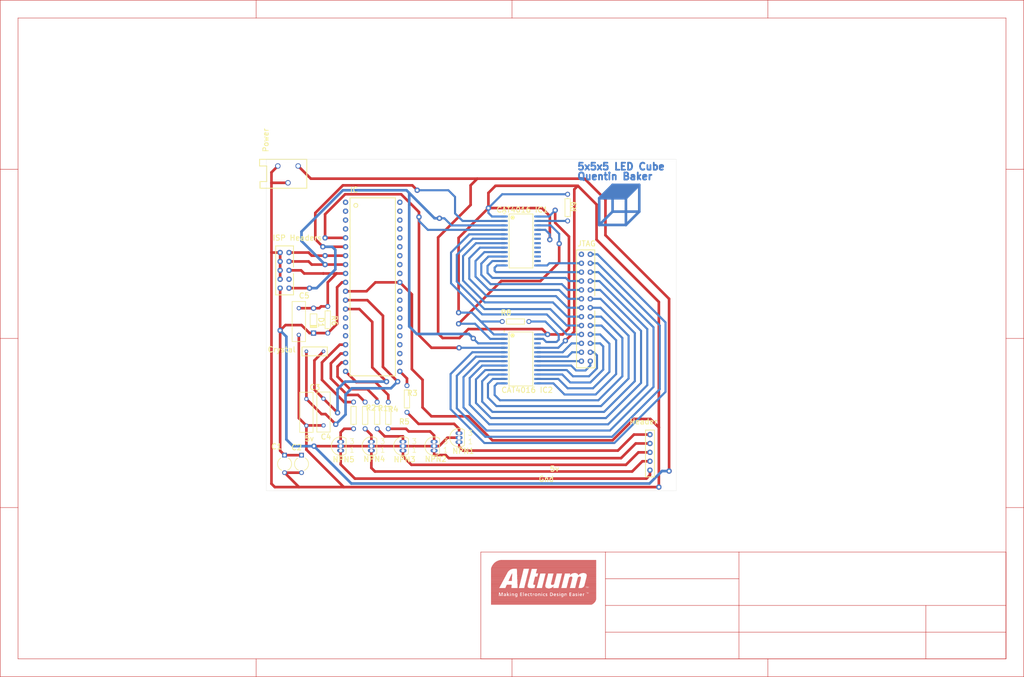
<source format=kicad_pcb>
(kicad_pcb (version 20240108) (generator "pcbnew") (generator_version "8.0")
  (layers (0 "F.Cu" signal "Top Layer") (31 "B.Cu" signal "Bottom Layer") (34 "B.Paste" user "Bottom Paste") (35 "F.Paste" user "Top Paste") (36 "B.SilkS" user "Bottom Overlay") (37 "F.SilkS" user "Top Overlay") (38 "B.Mask" user "Bottom Solder") (39 "F.Mask" user "Top Solder") (44 "Edge.Cuts" user))
  (net 0 "")
  (net 1 "/5V")
  (net 2 "/Gnd")
  (net 3 "Net-(D1-A)")
  (net 4 "NetIC_21")
  (net 5 "NetIC_20")
  (net 6 "NetIC_19")
  (net 7 "NetIC_18")
  (net 8 "NetIC_17")
  (net 9 "NetIC_7")
  (net 10 "NetHeader_4")
  (net 11 "NetHeader_3")
  (net 12 "NetHeader_2")
  (net 13 "NetHeader_1")
  (net 14 "NetHeader_0")
  (net 15 "NetCAT4016 IC2_20")
  (net 16 "NetCAT4016 IC2_19")
  (net 17 "NetCAT4016 IC2_18")
  (net 18 "NetCAT4016 IC2_17")
  (net 19 "NetCAT4016 IC2_16")
  (net 20 "NetCAT4016 IC2_15")
  (net 21 "NetCAT4016 IC2_14")
  (net 22 "NetCAT4016 IC2_13")
  (net 23 "NetCAT4016 IC2_12")
  (net 24 "NetCAT4016 IC2_11")
  (net 25 "NetCAT4016 IC2_10")
  (net 26 "NetCAT4016 IC2_9")
  (net 27 "NetCAT4016 IC2_8")
  (net 28 "NetCAT4016 IC2_7")
  (net 29 "NetCAT4016 IC2_6")
  (net 30 "NetCAT4016 IC2_5")
  (net 31 "Net-(CAT4016 IC1-CLK)")
  (net 32 "NetCAT4016 IC1_22")
  (net 33 "NetCAT4016 IC1_13")
  (net 34 "NetCAT4016 IC1_12")
  (net 35 "NetCAT4016 IC1_10")
  (net 36 "NetCAT4016 IC1_9")
  (net 37 "NetCAT4016 IC1_8")
  (net 38 "NetCAT4016 IC1_7")
  (net 39 "NetCAT4016 IC1_6")
  (net 40 "NetCAT4016 IC1_5")
  (net 41 "NetCAT4016 IC1_4")
  (net 42 "NetCAT4016 IC1_3")
  (net 43 "NetCAT4016 IC1_2")
  (net 44 "NetC5_2")
  (net 45 "NetC4_2")
  (net 46 "NetC3_2")
  (net 47 "GND")
  (net 48 "5V")
  (net 49 "NetCAT4016 IC1_11")
  (net 50 "Net-(CAT4016 IC1-LATCH)")
  (net 51 "Net-(CAT4016 IC1-SOUT)")
  (net 52 "Net-(CAT4016 IC1-REST)")
  (net 53 "Net-(CAT4016 IC2-REST)")
  (net 54 "Net-(NPN1-B)")
  (net 55 "Net-(NPN2-B)")
  (net 56 "Net-(NPN3-B)")
  (net 57 "Net-(NPN4-B)")
  (net 58 "Net-(NPN5-B)")
  (footprint "" (layer "F.Cu") (at 106.14659 82.71512)
    (property "Reference" "")
    (property "Value" "")
  )
  (footprint "" (layer "F.Cu") (at 133.57859 74.20612)
    (property "Reference" "")
    (property "Value" "")
  )
  (footprint "" (layer "F.Cu") (at 106.78161 80.1751)
    (property "Reference" "")
    (property "Value" "")
  )
  (footprint "" (layer "F.Cu") (at 139.42059 74.58712)
    (property "Reference" "")
    (property "Value" "")
  )
  (footprint "" (layer "F.Cu") (at 170.91659 80.68312)
    (property "Reference" "")
    (property "Value" "")
  )
  (footprint "" (layer "F.Cu") (at 204.95259 146.72312)
    (property "Reference" "")
    (property "Value" "")
  )
  (footprint "" (layer "F.Cu") (at 175.36159 109.51212)
    (property "Reference" "")
    (property "Value" "")
  )
  (footprint "" (layer "F.Cu") (at 202.03159 151.29512)
    (property "Reference" "")
    (property "Value" "")
  )
  (footprint "" (layer "F.Cu") (at 110.33759 130.08612)
    (property "Reference" "")
    (property "Value" "")
  )
  (footprint "" (layer "F.Cu") (at 106.78161 85.2551)
    (property "Reference" "")
    (property "Value" "")
  )
  (footprint "" (layer "F.Cu") (at 145.00859 111.54412)
    (property "Reference" "")
    (property "Value" "")
  )
  (footprint "" (layer "F.Cu") (at 144.88159 104.68612)
    (property "Reference" "")
    (property "Value" "")
  )
  (footprint "" (layer "F.Cu") (at 127.48259 121.19612)
    (property "Reference" "")
    (property "Value" "")
  )
  (footprint "" (layer "F.Cu") (at 102.33661 94.5261)
    (property "Reference" "")
    (property "Value" "")
  )
  (footprint "" (layer "F.Cu") (at 124.30759 121.19612)
    (property "Reference" "")
    (property "Value" "")
  )
  (footprint "" (layer "F.Cu") (at 106.78161 87.7951)
    (property "Reference" "")
    (property "Value" "")
  )
  (footprint "" (layer "F.Cu") (at 172.44059 72.30112)
    (property "Reference" "")
    (property "Value" "")
  )
  (footprint "" (layer "F.Cu") (at 133.07059 66.58612)
    (property "Reference" "")
    (property "Value" "")
  )
  (footprint "" (layer "F.Cu") (at 149.07259 108.87712)
    (property "Reference" "")
    (property "Value" "")
  )
  (footprint "" (layer "F.Cu") (at 173.58359 81.82612)
    (property "Reference" "")
    (property "Value" "")
  )
  (footprint "" (layer "F.Cu") (at 109.82959 133.38812)
    (property "Reference" "")
    (property "Value" "")
  )
  (footprint "" (layer "F.Cu") (at 103.60659 139.61111)
    (property "Reference" "")
    (property "Value" "")
  )
  (footprint "" (layer "F.Cu") (at 93.9546 106.59111)
    (property "Reference" "")
    (property "Value" "")
  )
  (footprint "" (layer "F.Cu") (at 144.88159 101.51112)
    (property "Reference" "")
    (property "Value" "")
  )
  (footprint "" (layer "F.Cu") (at 170.28159 107.73412)
    (property "Reference" "")
    (property "Value" "")
  )
  (footprint "" (layer "F.Cu") (at 153.39059 71.66612)
    (property "Reference" "")
    (property "Value" "")
  )
  (footprint "Cylinder with Flat Index.PcbLib:BCY-W3" (layer "B.Cu") (at 119.98961 139.6111)
    (property "Reference" "NPN4")
    (property "Value" "BC635" (hide yes))
  )
  (footprint "Miscellaneous Devices.IntLib:AXIAL-0.3" (layer "B.Cu") (at 161.13759 104.05112)
    (property "Reference" "R8")
    (property "Value" "Res1" (hide yes))
  )
  (footprint "Shrouder_Header_13Pin.PcbLib:Shrouder Header 13" (layer "B.Cu") (at 182.47361 115.3541 90)
    (property "Reference" "JTAG")
    (property "Value" "Component_1" (hide yes))
  )
  (footprint "Miscellaneous Devices.IntLib:AXIAL-0.3" (layer "B.Cu") (at 175.99659 71.53912 -90)
    (property "Reference" "R9")
    (property "Value" "2.2K" (hide yes))
  )
  (footprint "Shrouder_Header_10Pin.PcbLib:Shrouder Header" (layer "B.Cu") (at 96.49461 94.5261 90)
    (property "Reference" "ISP Headers")
    (property "Value" "ISP" (hide yes))
  )
  (footprint "Miscellaneous Devices.IntLib:CAPR5-4X5" (layer "B.Cu") (at 95.22461 144.6911 -90)
    (property "Reference" "C1")
    (property "Value" "Cap2" (hide yes))
  )
  (footprint "Miscellaneous Devices.IntLib:RAD-0.3" (layer "B.Cu") (at 101.44761 129.9591 90)
    (property "Reference" "C3")
    (property "Value" "Cap" (hide yes))
  )
  (footprint "Miscellaneous Devices.IntLib:AXIAL-0.3" (layer "B.Cu") (at 124.81559 130.84812 90)
    (property "Reference" "R4")
    (property "Value" "Res1" (hide yes))
  )
  (footprint "Miscellaneous Devices.IntLib:RAD-0.3" (layer "B.Cu") (at 99.28862 104.0511 90)
    (property "Reference" "C5")
    (property "Value" "Cap" (hide yes))
  )
  (footprint "Miscellaneous Devices.IntLib:AXIAL-0.3" (layer "B.Cu") (at 118.21159 130.84812 90)
    (property "Reference" "R2")
    (property "Value" "Res1" (hide yes))
  )
  (footprint "Cylinder with Flat Index.PcbLib:BCY-W3" (layer "B.Cu") (at 129.00661 139.6111)
    (property "Reference" "NPN3")
    (property "Value" "BC635" (hide yes))
  )
  (footprint "CAT4016D_Lib.PcbLib:Cat4016" (layer "B.Cu") (at 162.68759 81.06412)
    (property "Reference" "CAT4016 IC1")
    (property "Value" "CAT4016" (hide yes))
  )
  (footprint "Atmega32_Lib.PcbLib:Atmega32DIP" (layer "B.Cu") (at 112.62361 70.0151 -90)
    (property "Reference" "IC")
    (property "Value" "Component_1" (hide yes))
  )
  (footprint "Miscellaneous Devices.IntLib:CAPR5-4X5" (layer "B.Cu") (at 100.05061 144.6911 -90)
    (property "Reference" "C2")
    (property "Value" "Cap2" (hide yes))
  )
  (footprint "Miscellaneous Devices.IntLib:AXIAL-0.3" (layer "B.Cu") (at 107.54362 103.5431 90)
    (property "Reference" "R6")
    (property "Value" "Res1" (hide yes))
  )
  (footprint "Crystal_Osc.PcbLib:Crystal" (layer "B.Cu") (at 101.44759 112.56012)
    (property "Reference" "Crystal")
    (property "Value" "Crystal" (hide yes))
  )
  (footprint "Layers_Header.PcbLib:Layer_Headers" (layer "B.Cu") (at 199.49159 146.46912 90)
    (property "Reference" "Header")
    (property "Value" "Header Component" (hide yes))
  )
  (footprint "Cylinder with Flat Index.PcbLib:BCY-W3" (layer "B.Cu") (at 145.00859 137.19812)
    (property "Reference" "NPN1")
    (property "Value" "BC635" (hide yes))
  )
  (footprint "Miscellaneous Devices.IntLib:DO-35" (layer "B.Cu") (at 103.47962 103.7971 -90)
    (property "Reference" "D1")
    (property "Value" "Diode 1N914" (hide yes))
  )
  (footprint "Miscellaneous Devices.IntLib:AXIAL-0.3" (layer "B.Cu") (at 121.64059 130.84812 90)
    (property "Reference" "R1")
    (property "Value" "Res1" (hide yes))
  )
  (footprint "Cylinder with Flat Index.PcbLib:BCY-W3" (layer "B.Cu") (at 137.89661 139.6111)
    (property "Reference" "NPN2")
    (property "Value" "BC635" (hide yes))
  )
  (footprint "Miscellaneous Devices.IntLib:AXIAL-0.3" (layer "B.Cu") (at 130.14959 126.14912 90)
    (property "Reference" "R3")
    (property "Value" "Res1" (hide yes))
  )
  (footprint "CAT4016D_Lib.PcbLib:Cat4016" (layer "B.Cu") (at 162.66159 114.71912)
    (property "Reference" "CAT4016 IC2")
    (property "Value" "CAT4016" (hide yes))
  )
  (footprint "Power_Jack.PcbLib:Barrel Jack" (layer "B.Cu") (at 93.29811 59.6646)
    (property "Reference" "Power")
    (property "Value" "Power_component" (hide yes))
  )
  (footprint "Cylinder with Flat Index.PcbLib:BCY-W3" (layer "B.Cu") (at 111.22661 139.6111)
    (property "Reference" "NPN5")
    (property "Value" "BC635" (hide yes))
  )
  (footprint "Miscellaneous Devices.IntLib:RAD-0.3" (layer "B.Cu") (at 106.32761 129.8861 90)
    (property "Reference" "C4")
    (property "Value" "Cap" (hide yes))
  )
  (footprint "Miscellaneous Devices.IntLib:AXIAL-0.3" (layer "B.Cu") (at 114.90959 130.84812 90)
    (property "Reference" "R5")
    (property "Value" "Res1" (hide yes))
  )
  (gr_line (start 161.51861 174.8155) (end 163.39821 174.8155) (stroke (width 0.0508)) (layer "F.Cu"))
  (gr_line (start 159.53741 177.2539) (end 160.09621 177.2539) (stroke (width 0.0508)) (layer "F.Cu"))
  (gr_line (start 158.67381 179.1843) (end 159.99461 179.1843) (stroke (width 0.0508)) (layer "F.Cu"))
  (gr_line (start 174.26941 181.9783) (end 174.62501 181.9783) (stroke (width 0.0508)) (layer "F.Cu"))
  (gr_line (start 156.59101 181.7751) (end 156.64181 181.7751) (stroke (width 0.0508)) (layer "F.Cu"))
  (gr_line (start 173.40581 179.9971) (end 174.16781 179.9971) (stroke (width 0.0508)) (layer "F.Cu"))
  (gr_line (start 178.48581 178.8287) (end 179.40021 178.8287) (stroke (width 0.0508)) (layer "F.Cu"))
  (gr_line (start 176.14901 178.4223) (end 177.01261 178.4223) (stroke (width 0.0508)) (layer "F.Cu"))
  (gr_line (start 166.54781 177.5079) (end 167.76701 177.5079) (stroke (width 0.0508)) (layer "F.Cu"))
  (gr_line (start 177.11421 181.5211) (end 181.27981 181.5211) (stroke (width 0.0508)) (layer "F.Cu"))
  (gr_line (start 154.15261 177.2539) (end 157.96261 177.2539) (stroke (width 0.0508)) (layer "F.Cu"))
  (gr_line (start 154.15261 179.2859) (end 156.89581 179.2859) (stroke (width 0.0508)) (layer "F.Cu"))
  (gr_line (start 181.27981 176.0347) (end 184.12461 176.0347) (stroke (width 0.0508)) (layer "F.Cu"))
  (gr_line (start 166.49701 177.7619) (end 167.71621 177.7619) (stroke (width 0.0508)) (layer "F.Cu"))
  (gr_line (start 161.56941 175.9331) (end 163.09341 175.9331) (stroke (width 0.0508)) (layer "F.Cu"))
  (gr_line (start 158.62301 179.2351) (end 159.99461 179.2351) (stroke (width 0.0508)) (layer "F.Cu"))
  (gr_line (start 164.92221 175.0187) (end 165.63341 175.0187) (stroke (width 0.0508)) (layer "F.Cu"))
  (gr_line (start 156.59101 182.1815) (end 156.74341 182.1815) (stroke (width 0.0508)) (layer "F.Cu"))
  (gr_line (start 158.87701 182.1307) (end 158.92781 182.1307) (stroke (width 0.0508)) (layer "F.Cu"))
  (gr_line (start 159.38501 177.5079) (end 160.09621 177.5079) (stroke (width 0.0508)) (layer "F.Cu"))
  (gr_line (start 169.24021 177.9143) (end 169.95141 177.9143) (stroke (width 0.0508)) (layer "F.Cu"))
  (gr_line (start 186.79161 185.0771) (end 301.09161 185.0771) (stroke (width 0.127)) (layer "F.Cu"))
  (gr_line (start 158.57221 179.3367) (end 159.99461 179.3367) (stroke (width 0.0508)) (layer "F.Cu"))
  (gr_line (start 181.43221 176.2887) (end 184.12461 176.2887) (stroke (width 0.0508)) (layer "F.Cu"))
  (gr_line (start 159.43581 177.4063) (end 160.09621 177.4063) (stroke (width 0.0508)) (layer "F.Cu"))
  (gr_line (start 161.72181 179.7431) (end 162.17901 179.7431) (stroke (width 0.0508)) (layer "F.Cu"))
  (gr_line (start 172.64381 181.7751) (end 172.89781 181.7751) (stroke (width 0.0508)) (layer "F.Cu"))
  (gr_line (start 169.18941 181.9783) (end 169.69741 181.9783) (stroke (width 0.0508)) (layer "F.Cu"))
  (gr_line (start 168.27501 181.8767) (end 168.52901 181.8767) (stroke (width 0.0508)) (layer "F.Cu"))
  (gr_line (start 164.41421 181.8767) (end 164.61741 181.8767) (stroke (width 0.0508)) (layer "F.Cu"))
  (gr_line (start 167.00501 175.6791) (end 184.12461 175.6791) (stroke (width 0.0508)) (layer "F.Cu"))
  (gr_line (start 154.15261 175.9331) (end 158.67381 175.9331) (stroke (width 0.0508)) (layer "F.Cu"))
  (gr_line (start 161.56941 176.2379) (end 163.04261 176.2379) (stroke (width 0.0508)) (layer "F.Cu"))
  (gr_line (start 175.84421 179.5907) (end 176.75861 179.5907) (stroke (width 0.0508)) (layer "F.Cu"))
  (gr_line (start 178.73981 177.7619) (end 179.65421 177.7619) (stroke (width 0.0508)) (layer "F.Cu"))
  (gr_line (start 166.70021 179.4891) (end 167.30981 179.4891) (stroke (width 0.0508)) (layer "F.Cu"))
  (gr_line (start 173.50741 179.7431) (end 174.26941 179.7431) (stroke (width 0.0508)) (layer "F.Cu"))
  (gr_line (start 154.15261 178.9303) (end 157.09901 178.9303) (stroke (width 0.0508)) (layer "F.Cu"))
  (gr_line (start 301.09161 157.1371) (end 306.17161 157.1371) (stroke (width 0.127)) (layer "F.Cu"))
  (gr_line (start 176.09821 178.5239) (end 177.01261 178.5239) (stroke (width 0.0508)) (layer "F.Cu"))
  (gr_line (start 168.27501 181.9275) (end 168.52901 181.9275) (stroke (width 0.0508)) (layer "F.Cu"))
  (gr_line (start 306.17161 205.3971) (end 306.17161 12.3571) (stroke (width 0.127)) (layer "F.Cu"))
  (gr_line (start 175.74261 182.0291) (end 176.50461 182.0291) (stroke (width 0.0508)) (layer "F.Cu"))
  (gr_line (start 154.71141 173.4439) (end 184.12461 173.4439) (stroke (width 0.0508)) (layer "F.Cu"))
  (gr_line (start 154.15261 175.9839) (end 158.67381 175.9839) (stroke (width 0.0508)) (layer "F.Cu"))
  (gr_line (start 161.67101 181.9275) (end 162.43301 181.9275) (stroke (width 0.0508)) (layer "F.Cu"))
  (gr_line (start 171.72941 181.5719) (end 176.50461 181.5719) (stroke (width 0.0508)) (layer "F.Cu"))
  (gr_line (start 180.67021 179.6415) (end 184.12461 179.6415) (stroke (width 0.0508)) (layer "F.Cu"))
  (gr_line (start 166.64941 179.7939) (end 167.20821 179.7939) (stroke (width 0.0508)) (layer "F.Cu"))
  (gr_line (start 164.36341 182.2831) (end 164.66821 182.2831) (stroke (width 0.0508)) (layer "F.Cu"))
  (gr_line (start 156.84501 181.8259) (end 157.04821 181.8259) (stroke (width 0.0508)) (layer "F.Cu"))
  (gr_line (start 161.62021 176.3395) (end 162.99181 176.3395) (stroke (width 0.0508)) (layer "F.Cu"))
  (gr_line (start 177.92701 181.7243) (end 178.28261 181.7243) (stroke (width 0.0508)) (layer "F.Cu"))
  (gr_line (start 177.11421 181.8259) (end 177.41901 181.8259) (stroke (width 0.0508)) (layer "F.Cu"))
  (gr_line (start 170.10381 181.9783) (end 170.96741 181.9783) (stroke (width 0.0508)) (layer "F.Cu"))
  (gr_line (start 171.67861 179.8955) (end 171.88181 179.8955) (stroke (width 0.0508)) (layer "F.Cu"))
  (gr_line (start 181.07661 175.9331) (end 184.12461 175.9331) (stroke (width 0.0508)) (layer "F.Cu"))
  (gr_line (start 177.11421 181.4703) (end 178.99381 181.4703) (stroke (width 0.0508)) (layer "F.Cu"))
  (gr_line (start 157.09901 182.2323) (end 157.30221 182.2323) (stroke (width 0.0508)) (layer "F.Cu"))
  (gr_line (start 175.74261 182.1307) (end 176.50461 182.1307) (stroke (width 0.0508)) (layer "F.Cu"))
  (gr_line (start 173.76141 178.5747) (end 174.52341 178.5747) (stroke (width 0.0508)) (layer "F.Cu"))
  (gr_line (start 173.10101 181.8767) (end 173.65981 181.8767) (stroke (width 0.0508)) (layer "F.Cu"))
  (gr_line (start 168.68141 180.0987) (end 170.00221 180.0987) (stroke (width 0.0508)) (layer "F.Cu"))
  (gr_line (start 178.33341 179.4891) (end 179.19701 179.4891) (stroke (width 0.0508)) (layer "F.Cu"))
  (gr_line (start 157.50541 182.1815) (end 157.75941 182.1815) (stroke (width 0.0508)) (layer "F.Cu"))
  (gr_line (start 167.10661 175.4251) (end 184.12461 175.4251) (stroke (width 0.0508)) (layer "F.Cu"))
  (gr_line (start 159.33421 181.6735) (end 159.53741 181.6735) (stroke (width 0.0508)) (layer "F.Cu"))
  (gr_line (start 174.82821 181.7243) (end 175.08221 181.7243) (stroke (width 0.0508)) (layer "F.Cu"))
  (gr_line (start 164.00781 178.5239) (end 164.76981 178.5239) (stroke (width 0.0508)) (layer "F.Cu"))
  (gr_line (start 181.73701 179.8955) (end 181.83861 179.8955) (stroke (width 0.0508)) (layer "F.Cu"))
  (gr_line (start 164.97301 174.7647) (end 165.68421 174.7647) (stroke (width 0.0508)) (layer "F.Cu"))
  (gr_line (start 173.86301 182.2831) (end 174.11701 182.2831) (stroke (width 0.0508)) (layer "F.Cu"))
  (gr_line (start 164.92221 174.9679) (end 165.63341 174.9679) (stroke (width 0.0508)) (layer "F.Cu"))
  (gr_line (start 173.35501 182.0291) (end 173.65981 182.0291) (stroke (width 0.0508)) (layer "F.Cu"))
  (gr_line (start 161.56941 176.0855) (end 163.09341 176.0855) (stroke (width 0.0508)) (layer "F.Cu"))
  (gr_line (start 175.99661 179.0319) (end 176.86021 179.0319) (stroke (width 0.0508)) (layer "F.Cu"))
  (gr_line (start 169.54501 182.3847) (end 169.69741 182.3847) (stroke (width 0.0508)) (layer "F.Cu"))
  (gr_line (start 157.04821 182.3847) (end 157.30221 182.3847) (stroke (width 0.0508)) (layer "F.Cu"))
  (gr_line (start 179.19701 181.9275) (end 179.40021 181.9275) (stroke (width 0.0508)) (layer "F.Cu"))
  (gr_line (start 171.62781 177.4063) (end 172.49141 177.4063) (stroke (width 0.0508)) (layer "F.Cu"))
  (gr_line (start 173.81221 178.4223) (end 174.57421 178.4223) (stroke (width 0.0508)) (layer "F.Cu"))
  (gr_line (start 154.15261 178.2699) (end 157.45461 178.2699) (stroke (width 0.0508)) (layer "F.Cu"))
  (gr_line (start 154.15261 180.7591) (end 184.12461 180.7591) (stroke (width 0.0508)) (layer "F.Cu"))
  (gr_line (start 175.28541 182.0799) (end 175.59021 182.0799) (stroke (width 0.0508)) (layer "F.Cu"))
  (gr_line (start 157.50541 182.1307) (end 157.75941 182.1307) (stroke (width 0.0508)) (layer "F.Cu"))
  (gr_line (start 163.80461 179.4383) (end 164.56661 179.4383) (stroke (width 0.0508)) (layer "F.Cu"))
  (gr_line (start 178.53661 178.6255) (end 179.45101 178.6255) (stroke (width 0.0508)) (layer "F.Cu"))
  (gr_line (start 161.72181 179.5907) (end 162.17901 179.5907) (stroke (width 0.0508)) (layer "F.Cu"))
  (gr_line (start 159.84221 176.5427) (end 160.14701 176.5427) (stroke (width 0.0508)) (layer "F.Cu"))
  (gr_line (start 174.06621 177.4571) (end 174.82821 177.4571) (stroke (width 0.0508)) (layer "F.Cu"))
  (gr_line (start 181.48301 179.6923) (end 181.53381 179.6923) (stroke (width 0.0508)) (layer "F.Cu"))
  (gr_line (start 162.63621 182.0291) (end 163.29661 182.0291) (stroke (width 0.0508)) (layer "F.Cu"))
  (gr_line (start 167.05581 175.5267) (end 184.12461 175.5267) (stroke (width 0.0508)) (layer "F.Cu"))
  (gr_line (start 164.56661 176.3903) (end 165.27781 176.3903) (stroke (width 0.0508)) (layer "F.Cu"))
  (gr_line (start 180.72101 179.5907) (end 184.12461 179.5907) (stroke (width 0.0508)) (layer "F.Cu"))
  (gr_line (start 159.74061 176.7967) (end 160.14701 176.7967) (stroke (width 0.0508)) (layer "F.Cu"))
  (gr_line (start 181.33061 181.6735) (end 181.53381 181.6735) (stroke (width 0.0508)) (layer "F.Cu"))
  (gr_line (start 160.24861 182.0799) (end 160.50261 182.0799) (stroke (width 0.0508)) (layer "F.Cu"))
  (gr_line (start 173.40581 181.6735) (end 173.65981 181.6735) (stroke (width 0.0508)) (layer "F.Cu"))
  (gr_line (start 164.71901 175.7299) (end 165.48101 175.7299) (stroke (width 0.0508)) (layer "F.Cu"))
  (gr_line (start 174.26941 176.6443) (end 175.03141 176.6443) (stroke (width 0.0508)) (layer "F.Cu"))
  (gr_line (start 171.67861 177.2539) (end 172.54221 177.2539) (stroke (width 0.0508)) (layer "F.Cu"))
  (gr_line (start 154.15261 179.8955) (end 156.54021 179.8955) (stroke (width 0.0508)) (layer "F.Cu"))
  (gr_line (start 174.82821 182.1815) (end 175.08221 182.1815) (stroke (width 0.0508)) (layer "F.Cu"))
  (gr_line (start 169.18941 182.0799) (end 169.84981 182.0799) (stroke (width 0.0508)) (layer "F.Cu"))
  (gr_line (start 164.31261 177.4063) (end 165.02381 177.4063) (stroke (width 0.0508)) (layer "F.Cu"))
  (gr_line (start 154.15261 183.4007) (end 184.12461 183.4007) (stroke (width 0.0508)) (layer "F.Cu"))
  (gr_line (start 154.15261 180.0987) (end 156.43861 180.0987) (stroke (width 0.0508)) (layer "F.Cu"))
  (gr_line (start 14.07161 157.1371) (end 19.15161 157.1371) (stroke (width 0.127)) (layer "F.Cu"))
  (gr_line (start 171.98341 175.9839) (end 172.84701 175.9839) (stroke (width 0.0508)) (layer "F.Cu"))
  (gr_line (start 159.89301 176.3903) (end 160.14701 176.3903) (stroke (width 0.0508)) (layer "F.Cu"))
  (gr_line (start 179.65421 181.8259) (end 179.90821 181.8259) (stroke (width 0.0508)) (layer "F.Cu"))
  (gr_line (start 154.15261 180.2003) (end 170.35781 180.2003) (stroke (width 0.0508)) (layer "F.Cu"))
  (gr_line (start 161.72181 179.4383) (end 162.22981 179.4383) (stroke (width 0.0508)) (layer "F.Cu"))
  (gr_line (start 172.69461 181.9275) (end 172.89781 181.9275) (stroke (width 0.0508)) (layer "F.Cu"))
  (gr_line (start 161.62021 177.5587) (end 162.68701 177.5587) (stroke (width 0.0508)) (layer "F.Cu"))
  (gr_line (start 174.32021 176.3903) (end 175.08221 176.3903) (stroke (width 0.0508)) (layer "F.Cu"))
  (gr_line (start 176.35221 177.5079) (end 177.26661 177.5079) (stroke (width 0.0508)) (layer "F.Cu"))
  (gr_line (start 159.18181 182.1307) (end 159.53741 182.1307) (stroke (width 0.0508)) (layer "F.Cu"))
  (gr_line (start 163.90621 179.0319) (end 164.61741 179.0319) (stroke (width 0.0508)) (layer "F.Cu"))
  (gr_line (start 180.61941 179.6923) (end 181.12741 179.6923) (stroke (width 0.0508)) (layer "F.Cu"))
  (gr_line (start 167.36061 181.8767) (end 167.56381 181.8767) (stroke (width 0.0508)) (layer "F.Cu"))
  (gr_line (start 169.08781 178.6255) (end 169.74821 178.6255) (stroke (width 0.0508)) (layer "F.Cu"))
  (gr_line (start 178.73981 182.1307) (end 178.99381 182.1307) (stroke (width 0.0508)) (layer "F.Cu"))
  (gr_line (start 154.15261 182.9435) (end 184.12461 182.9435) (stroke (width 0.0508)) (layer "F.Cu"))
  (gr_line (start 167.36061 182.1815) (end 167.56381 182.1815) (stroke (width 0.0508)) (layer "F.Cu"))
  (gr_line (start 175.79341 179.8447) (end 176.65701 179.8447) (stroke (width 0.0508)) (layer "F.Cu"))
  (gr_line (start 165.78581 181.7243) (end 166.03981 181.7243) (stroke (width 0.0508)) (layer "F.Cu"))
  (gr_line (start 154.15261 182.3339) (end 156.38781 182.3339) (stroke (width 0.0508)) (layer "F.Cu"))
  (gr_line (start 173.71061 178.8795) (end 174.47261 178.8795) (stroke (width 0.0508)) (layer "F.Cu"))
  (gr_line (start 154.15261 179.1335) (end 156.94661 179.1335) (stroke (width 0.0508)) (layer "F.Cu"))
  (gr_line (start 175.89501 179.4383) (end 176.75861 179.4383) (stroke (width 0.0508)) (layer "F.Cu"))
  (gr_line (start 154.15261 179.0319) (end 157.04821 179.0319) (stroke (width 0.0508)) (layer "F.Cu"))
  (gr_line (start 181.43221 176.7459) (end 184.12461 176.7459) (stroke (width 0.0508)) (layer "F.Cu"))
  (gr_line (start 151.23161 200.3171) (end 151.23161 169.8371) (stroke (width 0.127)) (layer "F.Cu"))
  (gr_line (start 161.72181 179.9463) (end 162.12821 179.9463) (stroke (width 0.0508)) (layer "F.Cu"))
  (gr_line (start 171.93261 176.1363) (end 172.84701 176.1363) (stroke (width 0.0508)) (layer "F.Cu"))
  (gr_line (start 178.63821 178.2191) (end 179.55261 178.2191) (stroke (width 0.0508)) (layer "F.Cu"))
  (gr_line (start 182.04181 181.4195) (end 184.12461 181.4195) (stroke (width 0.0508)) (layer "F.Cu"))
  (gr_line (start 173.10101 181.8259) (end 173.65981 181.8259) (stroke (width 0.0508)) (layer "F.Cu"))
  (gr_line (start 180.77181 181.8259) (end 184.12461 181.8259) (stroke (width 0.0508)) (layer "F.Cu"))
  (gr_line (start 178.84141 176.0347) (end 179.55261 176.0347) (stroke (width 0.0508)) (layer "F.Cu"))
  (gr_line (start 176.50461 177.1015) (end 177.31741 177.1015) (stroke (width 0.0508)) (layer "F.Cu"))
  (gr_line (start 161.26461 182.2323) (end 161.36621 182.2323) (stroke (width 0.0508)) (layer "F.Cu"))
  (gr_line (start 154.15261 176.1363) (end 158.57221 176.1363) (stroke (width 0.0508)) (layer "F.Cu"))
  (gr_line (start 174.32021 176.4919) (end 175.08221 176.4919) (stroke (width 0.0508)) (layer "F.Cu"))
  (gr_line (start 173.86301 181.8767) (end 174.06621 181.8767) (stroke (width 0.0508)) (layer "F.Cu"))
  (gr_line (start 166.24301 179.0827) (end 167.41141 179.0827) (stroke (width 0.0508)) (layer "F.Cu"))
  (gr_line (start 163.49981 182.0291) (end 163.75381 182.0291) (stroke (width 0.0508)) (layer "F.Cu"))
  (gr_line (start 87.09661 17.4371) (end 87.09661 12.3571) (stroke (width 0.127)) (layer "F.Cu"))
  (gr_line (start 158.36901 181.7751) (end 158.67381 181.7751) (stroke (width 0.0508)) (layer "F.Cu"))
  (gr_line (start 161.72181 179.5399) (end 162.22981 179.5399) (stroke (width 0.0508)) (layer "F.Cu"))
  (gr_line (start 154.15261 175.2219) (end 159.18181 175.2219) (stroke (width 0.0508)) (layer "F.Cu"))
  (gr_line (start 166.59861 179.9463) (end 167.15741 179.9463) (stroke (width 0.0508)) (layer "F.Cu"))
  (gr_line (start 173.76141 178.6763) (end 174.52341 178.6763) (stroke (width 0.0508)) (layer "F.Cu"))
  (gr_line (start 180.06061 181.8259) (end 180.36541 181.8259) (stroke (width 0.0508)) (layer "F.Cu"))
  (gr_line (start 180.11141 181.9783) (end 180.36541 181.9783) (stroke (width 0.0508)) (layer "F.Cu"))
  (gr_line (start 164.00781 182.2323) (end 164.31261 182.2323) (stroke (width 0.0508)) (layer "F.Cu"))
  (gr_line (start 161.67101 182.2323) (end 162.43301 182.2323) (stroke (width 0.0508)) (layer "F.Cu"))
  (gr_line (start 180.77181 179.4383) (end 184.12461 179.4383) (stroke (width 0.0508)) (layer "F.Cu"))
  (gr_line (start 180.77181 181.6735) (end 181.27981 181.6735) (stroke (width 0.0508)) (layer "F.Cu"))
  (gr_line (start 171.42461 178.2191) (end 172.28821 178.2191) (stroke (width 0.0508)) (layer "F.Cu"))
  (gr_line (start 181.22901 177.6095) (end 184.12461 177.6095) (stroke (width 0.0508)) (layer "F.Cu"))
  (gr_line (start 161.62021 177.2031) (end 162.78861 177.2031) (stroke (width 0.0508)) (layer "F.Cu"))
  (gr_line (start 161.67101 182.0291) (end 162.43301 182.0291) (stroke (width 0.0508)) (layer "F.Cu"))
  (gr_line (start 161.67101 178.8287) (end 162.38221 178.8287) (stroke (width 0.0508)) (layer "F.Cu"))
  (gr_line (start 167.15741 181.6735) (end 167.56381 181.6735) (stroke (width 0.0508)) (layer "F.Cu"))
  (gr_line (start 161.62021 176.5427) (end 162.94101 176.5427) (stroke (width 0.0508)) (layer "F.Cu"))
  (gr_line (start 180.06061 182.2323) (end 180.36541 182.2323) (stroke (width 0.0508)) (layer "F.Cu"))
  (gr_line (start 186.79161 169.8371) (end 224.89161 169.8371) (stroke (width 0.127)) (layer "F.Cu"))
  (gr_line (start 154.15261 178.9811) (end 157.04821 178.9811) (stroke (width 0.0508)) (layer "F.Cu"))
  (gr_line (start 171.93261 176.2379) (end 172.79621 176.2379) (stroke (width 0.0508)) (layer "F.Cu"))
  (gr_line (start 159.74061 182.0291) (end 160.04541 182.0291) (stroke (width 0.0508)) (layer "F.Cu"))
  (gr_line (start 176.04741 178.7271) (end 176.96181 178.7271) (stroke (width 0.0508)) (layer "F.Cu"))
  (gr_line (start 178.73981 177.8635) (end 179.60341 177.8635) (stroke (width 0.0508)) (layer "F.Cu"))
  (gr_line (start 173.65981 179.0827) (end 174.42181 179.0827) (stroke (width 0.0508)) (layer "F.Cu"))
  (gr_line (start 181.33061 177.3047) (end 184.12461 177.3047) (stroke (width 0.0508)) (layer "F.Cu"))
  (gr_line (start 158.31821 179.8955) (end 159.94381 179.8955) (stroke (width 0.0508)) (layer "F.Cu"))
  (gr_line (start 181.33061 180.0479) (end 181.53381 180.0479) (stroke (width 0.0508)) (layer "F.Cu"))
  (gr_line (start 163.60141 180.0987) (end 165.02381 180.0987) (stroke (width 0.0508)) (layer "F.Cu"))
  (gr_line (start 154.15261 180.3019) (end 184.12461 180.3019) (stroke (width 0.0508)) (layer "F.Cu"))
  (gr_line (start 167.46221 176.5427) (end 168.02101 176.5427) (stroke (width 0.0508)) (layer "F.Cu"))
  (gr_line (start 158.26741 180.0987) (end 159.94381 180.0987) (stroke (width 0.0508)) (layer "F.Cu"))
  (gr_line (start 161.72181 179.2351) (end 162.28061 179.2351) (stroke (width 0.0508)) (layer "F.Cu"))
  (gr_line (start 166.19221 181.6735) (end 166.29381 181.6735) (stroke (width 0.0508)) (layer "F.Cu"))
  (gr_line (start 169.39261 177.3047) (end 170.10381 177.3047) (stroke (width 0.0508)) (layer "F.Cu"))
  (gr_line (start 168.73221 182.2831) (end 169.03701 182.2831) (stroke (width 0.0508)) (layer "F.Cu"))
  (gr_line (start 157.25141 181.7751) (end 157.30221 181.7751) (stroke (width 0.0508)) (layer "F.Cu"))
  (gr_line (start 168.73221 182.0799) (end 168.98621 182.0799) (stroke (width 0.0508)) (layer "F.Cu"))
  (gr_line (start 181.43221 176.3395) (end 184.12461 176.3395) (stroke (width 0.0508)) (layer "F.Cu"))
  (gr_line (start 158.16581 182.3847) (end 158.26741 182.3847) (stroke (width 0.0508)) (layer "F.Cu"))
  (gr_line (start 167.05581 175.5775) (end 184.12461 175.5775) (stroke (width 0.0508)) (layer "F.Cu"))
  (gr_line (start 168.88461 179.3875) (end 169.59581 179.3875) (stroke (width 0.0508)) (layer "F.Cu"))
  (gr_line (start 178.48581 178.7271) (end 179.40021 178.7271) (stroke (width 0.0508)) (layer "F.Cu"))
  (gr_line (start 161.56941 175.2219) (end 163.29661 175.2219) (stroke (width 0.0508)) (layer "F.Cu"))
  (gr_line (start 175.74261 182.3339) (end 176.50461 182.3339) (stroke (width 0.0508)) (layer "F.Cu"))
  (gr_line (start 173.40581 181.7243) (end 173.65981 181.7243) (stroke (width 0.0508)) (layer "F.Cu"))
  (gr_line (start 166.64941 177.2031) (end 167.86861 177.2031) (stroke (width 0.0508)) (layer "F.Cu"))
  (gr_line (start 157.50541 182.2831) (end 157.75941 182.2831) (stroke (width 0.0508)) (layer "F.Cu"))
  (gr_line (start 164.31261 181.7243) (end 164.71901 181.7243) (stroke (width 0.0508)) (layer "F.Cu"))
  (gr_line (start 156.74341 181.5211) (end 157.14981 181.5211) (stroke (width 0.0508)) (layer "F.Cu"))
  (gr_line (start 154.15261 178.4731) (end 157.30221 178.4731) (stroke (width 0.0508)) (layer "F.Cu"))
  (gr_line (start 172.59301 181.7243) (end 172.94861 181.7243) (stroke (width 0.0508)) (layer "F.Cu"))
  (gr_line (start 173.45661 179.8955) (end 174.21861 179.8955) (stroke (width 0.0508)) (layer "F.Cu"))
  (gr_line (start 171.42461 180.0479) (end 171.88181 180.0479) (stroke (width 0.0508)) (layer "F.Cu"))
  (gr_line (start 171.62781 181.4703) (end 173.65981 181.4703) (stroke (width 0.0508)) (layer "F.Cu"))
  (gr_line (start 158.41981 182.0291) (end 158.67381 182.0291) (stroke (width 0.0508)) (layer "F.Cu"))
  (gr_line (start 164.16021 177.9651) (end 164.87141 177.9651) (stroke (width 0.0508)) (layer "F.Cu"))
  (gr_line (start 154.15261 180.9623) (end 184.12461 180.9623) (stroke (width 0.0508)) (layer "F.Cu"))
  (gr_line (start 163.95701 181.8259) (end 164.21101 181.8259) (stroke (width 0.0508)) (layer "F.Cu"))
  (gr_line (start 169.54501 176.6951) (end 170.25621 176.6951) (stroke (width 0.0508)) (layer "F.Cu"))
  (gr_line (start 170.20541 182.0291) (end 170.96741 182.0291) (stroke (width 0.0508)) (layer "F.Cu"))
  (gr_line (start 174.82821 181.7751) (end 175.08221 181.7751) (stroke (width 0.0508)) (layer "F.Cu"))
  (gr_line (start 159.74061 182.3339) (end 160.04541 182.3339) (stroke (width 0.0508)) (layer "F.Cu"))
  (gr_line (start 161.72181 179.6923) (end 162.17901 179.6923) (stroke (width 0.0508)) (layer "F.Cu"))
  (gr_line (start 176.25061 177.9651) (end 177.16501 177.9651) (stroke (width 0.0508)) (layer "F.Cu"))
  (gr_line (start 157.14981 182.1307) (end 157.30221 182.1307) (stroke (width 0.0508)) (layer "F.Cu"))
  (gr_line (start 176.35221 177.6603) (end 177.21581 177.6603) (stroke (width 0.0508)) (layer "F.Cu"))
  (gr_line (start 158.41981 182.1815) (end 158.67381 182.1815) (stroke (width 0.0508)) (layer "F.Cu"))
  (gr_line (start 166.44621 181.7243) (end 166.70021 181.7243) (stroke (width 0.0508)) (layer "F.Cu"))
  (gr_line (start 171.27221 178.9811) (end 172.08501 178.9811) (stroke (width 0.0508)) (layer "F.Cu"))
  (gr_line (start 179.19701 182.2323) (end 179.45101 182.2323) (stroke (width 0.0508)) (layer "F.Cu"))
  (gr_line (start 181.43221 176.7967) (end 184.12461 176.7967) (stroke (width 0.0508)) (layer "F.Cu"))
  (gr_line (start 181.94021 181.4703) (end 181.99101 181.4703) (stroke (width 0.0508)) (layer "F.Cu"))
  (gr_line (start 170.91661 180.2003) (end 184.12461 180.2003) (stroke (width 0.0508)) (layer "F.Cu"))
  (gr_line (start 154.15261 182.8927) (end 184.12461 182.8927) (stroke (width 0.0508)) (layer "F.Cu"))
  (gr_line (start 167.46221 176.4411) (end 168.07181 176.4411) (stroke (width 0.0508)) (layer "F.Cu"))
  (gr_line (start 154.15261 183.9087) (end 183.92141 183.9087) (stroke (width 0.0508)) (layer "F.Cu"))
  (gr_line (start 19.15161 17.4371) (end 301.09161 17.4371) (stroke (width 0.127)) (layer "F.Cu"))
  (gr_line (start 161.56941 175.3235) (end 163.24581 175.3235) (stroke (width 0.0508)) (layer "F.Cu"))
  (gr_line (start 154.15261 174.7139) (end 159.99461 174.7139) (stroke (width 0.0508)) (layer "F.Cu"))
  (gr_line (start 154.15261 177.0507) (end 158.06421 177.0507) (stroke (width 0.0508)) (layer "F.Cu"))
  (gr_line (start 161.67101 178.0159) (end 162.58541 178.0159) (stroke (width 0.0508)) (layer "F.Cu"))
  (gr_line (start 171.83101 181.9783) (end 171.98341 181.9783) (stroke (width 0.0508)) (layer "F.Cu"))
  (gr_line (start 154.15261 184.2643) (end 183.61661 184.2643) (stroke (width 0.0508)) (layer "F.Cu"))
  (gr_line (start 164.26181 177.5587) (end 164.97301 177.5587) (stroke (width 0.0508)) (layer "F.Cu"))
  (gr_line (start 168.22421 181.7243) (end 168.52901 181.7243) (stroke (width 0.0508)) (layer "F.Cu"))
  (gr_line (start 178.73981 177.8127) (end 179.65421 177.8127) (stroke (width 0.0508)) (layer "F.Cu"))
  (gr_line (start 171.57701 177.6603) (end 172.44061 177.6603) (stroke (width 0.0508)) (layer "F.Cu"))
  (gr_line (start 178.33341 179.4383) (end 179.24781 179.4383) (stroke (width 0.0508)) (layer "F.Cu"))
  (gr_line (start 175.84421 179.5399) (end 176.75861 179.5399) (stroke (width 0.0508)) (layer "F.Cu"))
  (gr_line (start 180.26381 179.9971) (end 181.22901 179.9971) (stroke (width 0.0508)) (layer "F.Cu"))
  (gr_line (start 176.40301 177.4571) (end 177.26661 177.4571) (stroke (width 0.0508)) (layer "F.Cu"))
  (gr_line (start 163.95701 178.6763) (end 164.71901 178.6763) (stroke (width 0.0508)) (layer "F.Cu"))
  (gr_line (start 175.74261 182.2323) (end 176.50461 182.2323) (stroke (width 0.0508)) (layer "F.Cu"))
  (gr_line (start 164.76981 175.4759) (end 165.53181 175.4759) (stroke (width 0.0508)) (layer "F.Cu"))
  (gr_line (start 176.75861 182.1815) (end 177.36821 182.1815) (stroke (width 0.0508)) (layer "F.Cu"))
  (gr_line (start 154.15261 177.9143) (end 157.60701 177.9143) (stroke (width 0.0508)) (layer "F.Cu"))
  (gr_line (start 157.25141 181.7243) (end 157.30221 181.7243) (stroke (width 0.0508)) (layer "F.Cu"))
  (gr_line (start 159.08021 182.0291) (end 159.53741 182.0291) (stroke (width 0.0508)) (layer "F.Cu"))
  (gr_line (start 174.82821 182.2323) (end 175.08221 182.2323) (stroke (width 0.0508)) (layer "F.Cu"))
  (gr_line (start 169.18941 182.0291) (end 169.74821 182.0291) (stroke (width 0.0508)) (layer "F.Cu"))
  (gr_line (start 171.57701 177.6095) (end 172.44061 177.6095) (stroke (width 0.0508)) (layer "F.Cu"))
  (gr_line (start 175.74261 182.2831) (end 176.50461 182.2831) (stroke (width 0.0508)) (layer "F.Cu"))
  (gr_line (start 14.07161 60.6171) (end 19.15161 60.6171) (stroke (width 0.127)) (layer "F.Cu"))
  (gr_line (start 171.17061 181.7751) (end 171.57701 181.7751) (stroke (width 0.0508)) (layer "F.Cu"))
  (gr_line (start 167.76701 182.1307) (end 168.07181 182.1307) (stroke (width 0.0508)) (layer "F.Cu"))
  (gr_line (start 158.52141 179.4383) (end 159.99461 179.4383) (stroke (width 0.0508)) (layer "F.Cu"))
  (gr_line (start 161.67101 182.3339) (end 162.43301 182.3339) (stroke (width 0.0508)) (layer "F.Cu"))
  (gr_line (start 161.56941 175.0695) (end 163.29661 175.0695) (stroke (width 0.0508)) (layer "F.Cu"))
  (gr_line (start 154.71141 173.3931) (end 184.12461 173.3931) (stroke (width 0.0508)) (layer "F.Cu"))
  (gr_line (start 224.89161 169.8371) (end 301.09161 169.8371) (stroke (width 0.127)) (layer "F.Cu"))
  (gr_line (start 169.24021 182.1815) (end 170.00221 182.1815) (stroke (width 0.0508)) (layer "F.Cu"))
  (gr_line (start 171.72941 182.1815) (end 172.03421 182.1815) (stroke (width 0.0508)) (layer "F.Cu"))
  (gr_line (start 159.84221 176.4919) (end 160.14701 176.4919) (stroke (width 0.0508)) (layer "F.Cu"))
  (gr_line (start 163.04261 182.2831) (end 163.29661 182.2831) (stroke (width 0.0508)) (layer "F.Cu"))
  (gr_line (start 161.56941 175.6791) (end 163.19501 175.6791) (stroke (width 0.0508)) (layer "F.Cu"))
  (gr_line (start 154.15261 176.6443) (end 158.31821 176.6443) (stroke (width 0.0508)) (layer "F.Cu"))
  (gr_line (start 181.63541 180.0479) (end 181.73701 180.0479) (stroke (width 0.0508)) (layer "F.Cu"))
  (gr_line (start 171.47541 178.0667) (end 172.33901 178.0667) (stroke (width 0.0508)) (layer "F.Cu"))
  (gr_line (start 180.51781 181.7243) (end 180.56861 181.7243) (stroke (width 0.0508)) (layer "F.Cu"))
  (gr_line (start 173.96461 177.8127) (end 174.72661 177.8127) (stroke (width 0.0508)) (layer "F.Cu"))
  (gr_line (start 178.99381 176.2379) (end 179.24781 176.2379) (stroke (width 0.0508)) (layer "F.Cu"))
  (gr_line (start 159.74061 181.6735) (end 160.04541 181.6735) (stroke (width 0.0508)) (layer "F.Cu"))
  (gr_line (start 174.37101 182.2323) (end 174.52341 182.2323) (stroke (width 0.0508)) (layer "F.Cu"))
  (gr_line (start 168.73221 180.0479) (end 169.90061 180.0479) (stroke (width 0.0508)) (layer "F.Cu"))
  (gr_line (start 163.90621 181.9275) (end 164.26181 181.9275) (stroke (width 0.0508)) (layer "F.Cu"))
  (gr_line (start 158.57221 179.3875) (end 159.99461 179.3875) (stroke (width 0.0508)) (layer "F.Cu"))
  (gr_line (start 180.97501 178.6763) (end 184.12461 178.6763) (stroke (width 0.0508)) (layer "F.Cu"))
  (gr_line (start 160.24861 182.2323) (end 160.50261 182.2323) (stroke (width 0.0508)) (layer "F.Cu"))
  (gr_line (start 182.04181 179.8955) (end 184.12461 179.8955) (stroke (width 0.0508)) (layer "F.Cu"))
  (gr_line (start 178.53661 178.5239) (end 179.45101 178.5239) (stroke (width 0.0508)) (layer "F.Cu"))
  (gr_line (start 154.35581 174.0535) (end 184.12461 174.0535) (stroke (width 0.0508)) (layer "F.Cu"))
  (gr_line (start 154.15261 176.2379) (end 158.52141 176.2379) (stroke (width 0.0508)) (layer "F.Cu"))
  (gr_line (start 154.15261 178.8287) (end 157.14981 178.8287) (stroke (width 0.0508)) (layer "F.Cu"))
  (gr_line (start 154.40661 173.9011) (end 184.12461 173.9011) (stroke (width 0.0508)) (layer "F.Cu"))
  (gr_line (start 181.02581 178.4223) (end 184.12461 178.4223) (stroke (width 0.0508)) (layer "F.Cu"))
  (gr_line (start 171.88181 176.3395) (end 172.79621 176.3395) (stroke (width 0.0508)) (layer "F.Cu"))
  (gr_line (start 173.91381 178.0667) (end 174.67581 178.0667) (stroke (width 0.0508)) (layer "F.Cu"))
  (gr_line (start 164.41421 181.9275) (end 164.61741 181.9275) (stroke (width 0.0508)) (layer "F.Cu"))
  (gr_line (start 178.28261 179.6415) (end 179.19701 179.6415) (stroke (width 0.0508)) (layer "F.Cu"))
  (gr_line (start 172.69461 181.9783) (end 172.89781 181.9783) (stroke (width 0.0508)) (layer "F.Cu"))
  (gr_line (start 168.73221 182.3847) (end 169.18941 182.3847) (stroke (width 0.0508)) (layer "F.Cu"))
  (gr_line (start 154.15261 177.1523) (end 158.01341 177.1523) (stroke (width 0.0508)) (layer "F.Cu"))
  (gr_line (start 181.83861 181.6735) (end 181.99101 181.6735) (stroke (width 0.0508)) (layer "F.Cu"))
  (gr_line (start 164.05861 178.3715) (end 164.76981 178.3715) (stroke (width 0.0508)) (layer "F.Cu"))
  (gr_line (start 171.72941 176.9999) (end 172.59301 176.9999) (stroke (width 0.0508)) (layer "F.Cu"))
  (gr_line (start 176.04741 178.7779) (end 176.96181 178.7779) (stroke (width 0.0508)) (layer "F.Cu"))
  (gr_line (start 178.63821 178.1175) (end 179.55261 178.1175) (stroke (width 0.0508)) (layer "F.Cu"))
  (gr_line (start 164.46501 176.6951) (end 165.22701 176.6951) (stroke (width 0.0508)) (layer "F.Cu"))
  (gr_line (start 155.16861 172.8851) (end 184.12461 172.8851) (stroke (width 0.0508)) (layer "F.Cu"))
  (gr_line (start 167.15741 175.2219) (end 184.12461 175.2219) (stroke (width 0.0508)) (layer "F.Cu"))
  (gr_line (start 177.52061 182.1815) (end 177.82541 182.1815) (stroke (width 0.0508)) (layer "F.Cu"))
  (gr_line (start 169.74821 175.9839) (end 170.40861 175.9839) (stroke (width 0.0508)) (layer "F.Cu"))
  (gr_line (start 163.95701 178.8287) (end 164.66821 178.8287) (stroke (width 0.0508)) (layer "F.Cu"))
  (gr_line (start 178.79061 182.1815) (end 178.99381 182.1815) (stroke (width 0.0508)) (layer "F.Cu"))
  (gr_line (start 154.91461 173.1899) (end 184.12461 173.1899) (stroke (width 0.0508)) (layer "F.Cu"))
  (gr_line (start 161.56941 175.0187) (end 163.34741 175.0187) (stroke (width 0.0508)) (layer "F.Cu"))
  (gr_line (start 177.52061 181.8259) (end 177.77461 181.8259) (stroke (width 0.0508)) (layer "F.Cu"))
  (gr_line (start 161.56941 175.7807) (end 163.14421 175.7807) (stroke (width 0.0508)) (layer "F.Cu"))
  (gr_line (start 180.51781 179.8447) (end 181.22901 179.8447) (stroke (width 0.0508)) (layer "F.Cu"))
  (gr_line (start 167.76701 182.0799) (end 168.07181 182.0799) (stroke (width 0.0508)) (layer "F.Cu"))
  (gr_line (start 178.53661 178.6763) (end 179.40021 178.6763) (stroke (width 0.0508)) (layer "F.Cu"))
  (gr_line (start 160.24861 182.0291) (end 160.50261 182.0291) (stroke (width 0.0508)) (layer "F.Cu"))
  (gr_line (start 172.64381 182.2323) (end 173.20261 182.2323) (stroke (width 0.0508)) (layer "F.Cu"))
  (gr_line (start 154.15261 181.7243) (end 156.38781 181.7243) (stroke (width 0.0508)) (layer "F.Cu"))
  (gr_line (start 156.79421 181.7243) (end 157.04821 181.7243) (stroke (width 0.0508)) (layer "F.Cu"))
  (gr_line (start 156.59101 182.3847) (end 156.84501 182.3847) (stroke (width 0.0508)) (layer "F.Cu"))
  (gr_line (start 157.50541 181.4195) (end 158.67381 181.4195) (stroke (width 0.0508)) (layer "F.Cu"))
  (gr_line (start 167.20821 175.0695) (end 184.12461 175.0695) (stroke (width 0.0508)) (layer "F.Cu"))
  (gr_line (start 176.35221 177.5587) (end 177.26661 177.5587) (stroke (width 0.0508)) (layer "F.Cu"))
  (gr_line (start 181.78781 181.5211) (end 181.83861 181.5211) (stroke (width 0.0508)) (layer "F.Cu"))
  (gr_line (start 164.16021 177.9143) (end 164.92221 177.9143) (stroke (width 0.0508)) (layer "F.Cu"))
  (gr_line (start 175.84421 179.6923) (end 176.70781 179.6923) (stroke (width 0.0508)) (layer "F.Cu"))
  (gr_line (start 154.15261 183.6039) (end 184.02301 183.6039) (stroke (width 0.0508)) (layer "F.Cu"))
  (gr_line (start 175.79341 179.8955) (end 176.65701 179.8955) (stroke (width 0.0508)) (layer "F.Cu"))
  (gr_line (start 165.63341 181.4703) (end 168.52901 181.4703) (stroke (width 0.0508)) (layer "F.Cu"))
  (gr_line (start 168.78301 179.7939) (end 169.64661 179.7939) (stroke (width 0.0508)) (layer "F.Cu"))
  (gr_line (start 168.73221 181.4195) (end 170.96741 181.4195) (stroke (width 0.0508)) (layer "F.Cu"))
  (gr_line (start 164.10941 178.2191) (end 164.82061 178.2191) (stroke (width 0.0508)) (layer "F.Cu"))
  (gr_line (start 181.88941 179.9971) (end 181.99101 179.9971) (stroke (width 0.0508)) (layer "F.Cu"))
  (gr_line (start 181.07661 178.3715) (end 184.12461 178.3715) (stroke (width 0.0508)) (layer "F.Cu"))
  (gr_line (start 176.75861 181.7751) (end 177.41901 181.7751) (stroke (width 0.0508)) (layer "F.Cu"))
  (gr_line (start 156.59101 181.9783) (end 156.69261 181.9783) (stroke (width 0.0508)) (layer "F.Cu"))
  (gr_line (start 161.67101 181.7751) (end 162.43301 181.7751) (stroke (width 0.0508)) (layer "F.Cu"))
  (gr_line (start 174.42181 176.0855) (end 175.18381 176.0855) (stroke (width 0.0508)) (layer "F.Cu"))
  (gr_line (start 178.89221 176.1363) (end 179.34941 176.1363) (stroke (width 0.0508)) (layer "F.Cu"))
  (gr_line (start 171.88181 176.3903) (end 172.74541 176.3903) (stroke (width 0.0508)) (layer "F.Cu"))
  (gr_line (start 167.05581 175.6283) (end 184.12461 175.6283) (stroke (width 0.0508)) (layer "F.Cu"))
  (gr_line (start 151.23161 200.3171) (end 186.79161 200.3171) (stroke (width 0.127)) (layer "F.Cu"))
  (gr_line (start 175.89501 179.4891) (end 176.75861 179.4891) (stroke (width 0.0508)) (layer "F.Cu"))
  (gr_line (start 157.96261 182.1307) (end 158.21661 182.1307) (stroke (width 0.0508)) (layer "F.Cu"))
  (gr_line (start 158.87701 181.3687) (end 159.53741 181.3687) (stroke (width 0.0508)) (layer "F.Cu"))
  (gr_line (start 161.62021 177.2539) (end 162.78861 177.2539) (stroke (width 0.0508)) (layer "F.Cu"))
  (gr_line (start 172.18661 181.9275) (end 172.49141 181.9275) (stroke (width 0.0508)) (layer "F.Cu"))
  (gr_line (start 177.62221 182.0799) (end 177.82541 182.0799) (stroke (width 0.0508)) (layer "F.Cu"))
  (gr_line (start 181.02581 178.5239) (end 184.12461 178.5239) (stroke (width 0.0508)) (layer "F.Cu"))
  (gr_line (start 178.79061 177.6603) (end 179.65421 177.6603) (stroke (width 0.0508)) (layer "F.Cu"))
  (gr_line (start 173.40581 182.1815) (end 173.65981 182.1815) (stroke (width 0.0508)) (layer "F.Cu"))
  (gr_line (start 161.72181 179.6415) (end 162.17901 179.6415) (stroke (width 0.0508)) (layer "F.Cu"))
  (gr_line (start 159.74061 181.4195) (end 162.43301 181.4195) (stroke (width 0.0508)) (layer "F.Cu"))
  (gr_line (start 161.67101 177.8635) (end 162.63621 177.8635) (stroke (width 0.0508)) (layer "F.Cu"))
  (gr_line (start 179.19701 181.7751) (end 179.50181 181.7751) (stroke (width 0.0508)) (layer "F.Cu"))
  (gr_line (start 176.14901 178.3715) (end 177.06341 178.3715) (stroke (width 0.0508)) (layer "F.Cu"))
  (gr_line (start 164.51581 176.4411) (end 165.27781 176.4411) (stroke (width 0.0508)) (layer "F.Cu"))
  (gr_line (start 164.46501 176.7459) (end 165.22701 176.7459) (stroke (width 0.0508)) (layer "F.Cu"))
  (gr_line (start 164.26181 177.6095) (end 164.97301 177.6095) (stroke (width 0.0508)) (layer "F.Cu"))
  (gr_line (start 154.15261 181.7751) (end 156.38781 181.7751) (stroke (width 0.0508)) (layer "F.Cu"))
  (gr_line (start 166.70021 179.6415) (end 167.25901 179.6415) (stroke (width 0.0508)) (layer "F.Cu"))
  (gr_line (start 173.40581 182.2323) (end 173.65981 182.2323) (stroke (width 0.0508)) (layer "F.Cu"))
  (gr_line (start 175.28541 182.2831) (end 175.59021 182.2831) (stroke (width 0.0508)) (layer "F.Cu"))
  (gr_line (start 171.78021 176.8983) (end 172.64381 176.8983) (stroke (width 0.0508)) (layer "F.Cu"))
  (gr_line (start 164.82061 175.3743) (end 165.53181 175.3743) (stroke (width 0.0508)) (layer "F.Cu"))
  (gr_line (start 169.29101 177.7619) (end 170.00221 177.7619) (stroke (width 0.0508)) (layer "F.Cu"))
  (gr_line (start 160.70581 181.8767) (end 160.95981 181.8767) (stroke (width 0.0508)) (layer "F.Cu"))
  (gr_line (start 178.02861 182.2831) (end 178.23181 182.2831) (stroke (width 0.0508)) (layer "F.Cu"))
  (gr_line (start 163.49981 181.3687) (end 168.52901 181.3687) (stroke (width 0.0508)) (layer "F.Cu"))
  (gr_line (start 180.87341 179.1843) (end 184.12461 179.1843) (stroke (width 0.0508)) (layer "F.Cu"))
  (gr_line (start 171.72941 177.0507) (end 172.59301 177.0507) (stroke (width 0.0508)) (layer "F.Cu"))
  (gr_line (start 169.29101 177.7111) (end 170.00221 177.7111) (stroke (width 0.0508)) (layer "F.Cu"))
  (gr_line (start 159.18181 177.9651) (end 160.04541 177.9651) (stroke (width 0.0508)) (layer "F.Cu"))
  (gr_line (start 171.93261 176.1871) (end 172.79621 176.1871) (stroke (width 0.0508)) (layer "F.Cu"))
  (gr_line (start 154.15261 176.5427) (end 158.36901 176.5427) (stroke (width 0.0508)) (layer "F.Cu"))
  (gr_line (start 154.15261 177.2031) (end 158.01341 177.2031) (stroke (width 0.0508)) (layer "F.Cu"))
  (gr_line (start 154.15261 184.3151) (end 183.56581 184.3151) (stroke (width 0.0508)) (layer "F.Cu"))
  (gr_line (start 174.82821 182.0799) (end 175.08221 182.0799) (stroke (width 0.0508)) (layer "F.Cu"))
  (gr_line (start 168.73221 181.4703) (end 170.96741 181.4703) (stroke (width 0.0508)) (layer "F.Cu"))
  (gr_line (start 174.37101 181.8259) (end 174.52341 181.8259) (stroke (width 0.0508)) (layer "F.Cu"))
  (gr_line (start 154.15261 176.7967) (end 158.21661 176.7967) (stroke (width 0.0508)) (layer "F.Cu"))
  (gr_line (start 154.30501 174.1043) (end 184.12461 174.1043) (stroke (width 0.0508)) (layer "F.Cu"))
  (gr_line (start 161.67101 178.4731) (end 162.48381 178.4731) (stroke (width 0.0508)) (layer "F.Cu"))
  (gr_line (start 173.86301 181.7751) (end 174.11701 181.7751) (stroke (width 0.0508)) (layer "F.Cu"))
  (gr_line (start 161.62021 176.4919) (end 162.99181 176.4919) (stroke (width 0.0508)) (layer "F.Cu"))
  (gr_line (start 169.95141 181.9275) (end 170.96741 181.9275) (stroke (width 0.0508)) (layer "F.Cu"))
  (gr_line (start 156.79421 181.6735) (end 157.09901 181.6735) (stroke (width 0.0508)) (layer "F.Cu"))
  (gr_line (start 164.21101 177.6603) (end 164.97301 177.6603) (stroke (width 0.0508)) (layer "F.Cu"))
  (gr_line (start 166.24301 178.9303) (end 167.41141 178.9303) (stroke (width 0.0508)) (layer "F.Cu"))
  (gr_line (start 166.19221 178.9811) (end 167.41141 178.9811) (stroke (width 0.0508)) (layer "F.Cu"))
  (gr_line (start 157.50541 181.5719) (end 158.67381 181.5719) (stroke (width 0.0508)) (layer "F.Cu"))
  (gr_line (start 168.73221 181.6735) (end 169.13861 181.6735) (stroke (width 0.0508)) (layer "F.Cu"))
  (gr_line (start 179.04461 176.9999) (end 179.75581 176.9999) (stroke (width 0.0508)) (layer "F.Cu"))
  (gr_line (start 171.72941 176.9491) (end 172.64381 176.9491) (stroke (width 0.0508)) (layer "F.Cu"))
  (gr_line (start 171.17061 181.9783) (end 171.57701 181.9783) (stroke (width 0.0508)) (layer "F.Cu"))
  (gr_line (start 175.69181 181.7243) (end 176.50461 181.7243) (stroke (width 0.0508)) (layer "F.Cu"))
  (gr_line (start 174.57421 182.3339) (end 174.62501 182.3339) (stroke (width 0.0508)) (layer "F.Cu"))
  (gr_line (start 174.82821 182.3339) (end 175.08221 182.3339) (stroke (width 0.0508)) (layer "F.Cu"))
  (gr_line (start 171.67861 182.2831) (end 172.08501 182.2831) (stroke (width 0.0508)) (layer "F.Cu"))
  (gr_line (start 178.84141 177.4571) (end 179.70501 177.4571) (stroke (width 0.0508)) (layer "F.Cu"))
  (gr_line (start 233.14661 205.3971) (end 233.14661 200.3171) (stroke (width 0.127)) (layer "F.Cu"))
  (gr_line (start 167.76701 182.2323) (end 168.07181 182.2323) (stroke (width 0.0508)) (layer "F.Cu"))
  (gr_line (start 164.10941 178.1683) (end 164.82061 178.1683) (stroke (width 0.0508)) (layer "F.Cu"))
  (gr_line (start 181.63541 181.5719) (end 181.68621 181.5719) (stroke (width 0.0508)) (layer "F.Cu"))
  (gr_line (start 168.78301 179.6923) (end 169.64661 179.6923) (stroke (width 0.0508)) (layer "F.Cu"))
  (gr_line (start 159.79141 176.6443) (end 160.14701 176.6443) (stroke (width 0.0508)) (layer "F.Cu"))
  (gr_line (start 159.58821 177.1015) (end 160.09621 177.1015) (stroke (width 0.0508)) (layer "F.Cu"))
  (gr_line (start 166.64941 177.1015) (end 167.86861 177.1015) (stroke (width 0.0508)) (layer "F.Cu"))
  (gr_line (start 161.67101 178.2191) (end 162.53461 178.2191) (stroke (width 0.0508)) (layer "F.Cu"))
  (gr_line (start 179.19701 181.4703) (end 181.27981 181.4703) (stroke (width 0.0508)) (layer "F.Cu"))
  (gr_line (start 233.14661 17.4371) (end 233.14661 12.3571) (stroke (width 0.127)) (layer "F.Cu"))
  (gr_line (start 161.67101 178.7271) (end 162.43301 178.7271) (stroke (width 0.0508)) (layer "F.Cu"))
  (gr_line (start 161.56941 175.8315) (end 163.14421 175.8315) (stroke (width 0.0508)) (layer "F.Cu"))
  (gr_line (start 169.59581 176.5935) (end 170.25621 176.5935) (stroke (width 0.0508)) (layer "F.Cu"))
  (gr_line (start 173.86301 181.6735) (end 174.21861 181.6735) (stroke (width 0.0508)) (layer "F.Cu"))
  (gr_line (start 174.77741 182.5371) (end 184.12461 182.5371) (stroke (width 0.0508)) (layer "F.Cu"))
  (gr_line (start 171.72941 177.1015) (end 172.59301 177.1015) (stroke (width 0.0508)) (layer "F.Cu"))
  (gr_line (start 177.77461 182.3847) (end 177.82541 182.3847) (stroke (width 0.0508)) (layer "F.Cu"))
  (gr_line (start 176.30141 177.8635) (end 177.16501 177.8635) (stroke (width 0.0508)) (layer "F.Cu"))
  (gr_line (start 164.92221 182.2323) (end 165.43021 182.2323) (stroke (width 0.0508)) (layer "F.Cu"))
  (gr_line (start 160.12161 205.3971) (end 160.12161 200.3171) (stroke (width 0.127)) (layer "F.Cu"))
  (gr_line (start 174.21861 176.7459) (end 174.98061 176.7459) (stroke (width 0.0508)) (layer "F.Cu"))
  (gr_line (start 161.67101 177.9143) (end 162.63621 177.9143) (stroke (width 0.0508)) (layer "F.Cu"))
  (gr_line (start 178.89221 177.3047) (end 179.75581 177.3047) (stroke (width 0.0508)) (layer "F.Cu"))
  (gr_line (start 174.06621 177.4063) (end 174.82821 177.4063) (stroke (width 0.0508)) (layer "F.Cu"))
  (gr_line (start 154.15261 182.5371) (end 161.01061 182.5371) (stroke (width 0.0508)) (layer "F.Cu"))
  (gr_line (start 157.50541 181.6227) (end 158.67381 181.6227) (stroke (width 0.0508)) (layer "F.Cu"))
  (gr_line (start 166.34461 178.3715) (end 167.56381 178.3715) (stroke (width 0.0508)) (layer "F.Cu"))
  (gr_line (start 168.83381 179.6415) (end 169.59581 179.6415) (stroke (width 0.0508)) (layer "F.Cu"))
  (gr_line (start 180.92421 178.8795) (end 184.12461 178.8795) (stroke (width 0.0508)) (layer "F.Cu"))
  (gr_line (start 174.72661 182.5879) (end 184.12461 182.5879) (stroke (width 0.0508)) (layer "F.Cu"))
  (gr_line (start 177.11421 181.8767) (end 177.82541 181.8767) (stroke (width 0.0508)) (layer "F.Cu"))
  (gr_line (start 154.15261 184.4675) (end 183.41341 184.4675) (stroke (width 0.0508)) (layer "F.Cu"))
  (gr_line (start 180.97501 175.8823) (end 184.12461 175.8823) (stroke (width 0.0508)) (layer "F.Cu"))
  (gr_line (start 155.98141 172.3771) (end 184.12461 172.3771) (stroke (width 0.0508)) (layer "F.Cu"))
  (gr_line (start 161.51861 174.6631) (end 163.39821 174.6631) (stroke (width 0.0508)) (layer "F.Cu"))
  (gr_line (start 154.15261 180.4543) (end 184.12461 180.4543) (stroke (width 0.0508)) (layer "F.Cu"))
  (gr_line (start 161.67101 178.1175) (end 162.58541 178.1175) (stroke (width 0.0508)) (layer "F.Cu"))
  (gr_line (start 161.72181 179.2859) (end 162.28061 179.2859) (stroke (width 0.0508)) (layer "F.Cu"))
  (gr_line (start 163.49981 181.4195) (end 168.52901 181.4195) (stroke (width 0.0508)) (layer "F.Cu"))
  (gr_line (start 176.30141 177.7111) (end 177.21581 177.7111) (stroke (width 0.0508)) (layer "F.Cu"))
  (gr_line (start 164.31261 177.3047) (end 165.07461 177.3047) (stroke (width 0.0508)) (layer "F.Cu"))
  (gr_line (start 159.33421 177.6095) (end 160.09621 177.6095) (stroke (width 0.0508)) (layer "F.Cu"))
  (gr_line (start 160.24861 182.2831) (end 160.50261 182.2831) (stroke (width 0.0508)) (layer "F.Cu"))
  (gr_line (start 173.45661 179.9463) (end 174.21861 179.9463) (stroke (width 0.0508)) (layer "F.Cu"))
  (gr_line (start 171.27221 178.8795) (end 172.13581 178.8795) (stroke (width 0.0508)) (layer "F.Cu"))
  (gr_line (start 154.15261 183.7055) (end 184.02301 183.7055) (stroke (width 0.0508)) (layer "F.Cu"))
  (gr_line (start 158.87701 182.3339) (end 159.08021 182.3339) (stroke (width 0.0508)) (layer "F.Cu"))
  (gr_line (start 171.32301 178.6255) (end 172.18661 178.6255) (stroke (width 0.0508)) (layer "F.Cu"))
  (gr_line (start 161.72181 179.8955) (end 162.12821 179.8955) (stroke (width 0.0508)) (layer "F.Cu"))
  (gr_line (start 181.68621 179.6923) (end 181.94021 179.6923) (stroke (width 0.0508)) (layer "F.Cu"))
  (gr_line (start 162.63621 181.7243) (end 163.29661 181.7243) (stroke (width 0.0508)) (layer "F.Cu"))
  (gr_line (start 159.94381 176.3395) (end 160.14701 176.3395) (stroke (width 0.0508)) (layer "F.Cu"))
  (gr_line (start 169.44341 177.1015) (end 170.15461 177.1015) (stroke (width 0.0508)) (layer "F.Cu"))
  (gr_line (start 178.23181 179.8955) (end 179.09541 179.8955) (stroke (width 0.0508)) (layer "F.Cu"))
  (gr_line (start 161.56941 176.1871) (end 163.04261 176.1871) (stroke (width 0.0508)) (layer "F.Cu"))
  (gr_line (start 163.65221 179.9463) (end 164.66821 179.9463) (stroke (width 0.0508)) (layer "F.Cu"))
  (gr_line (start 171.52621 177.9143) (end 172.38981 177.9143) (stroke (width 0.0508)) (layer "F.Cu"))
  (gr_line (start 157.96261 182.1815) (end 158.21661 182.1815) (stroke (width 0.0508)) (layer "F.Cu"))
  (gr_line (start 168.73221 182.1307) (end 168.98621 182.1307) (stroke (width 0.0508)) (layer "F.Cu"))
  (gr_line (start 173.91381 177.9651) (end 174.67581 177.9651) (stroke (width 0.0508)) (layer "F.Cu"))
  (gr_line (start 178.53661 175.8823) (end 179.90821 175.8823) (stroke (width 0.0508)) (layer "F.Cu"))
  (gr_line (start 160.70581 182.3339) (end 161.06141 182.3339) (stroke (width 0.0508)) (layer "F.Cu"))
  (gr_line (start 156.59101 182.0799) (end 156.74341 182.0799) (stroke (width 0.0508)) (layer "F.Cu"))
  (gr_line (start 169.54501 176.6443) (end 170.25621 176.6443) (stroke (width 0.0508)) (layer "F.Cu"))
  (gr_line (start 159.74061 182.3847) (end 160.04541 182.3847) (stroke (width 0.0508)) (layer "F.Cu"))
  (gr_line (start 178.28261 179.6923) (end 179.14621 179.6923) (stroke (width 0.0508)) (layer "F.Cu"))
  (gr_line (start 174.26941 176.5427) (end 175.03141 176.5427) (stroke (width 0.0508)) (layer "F.Cu"))
  (gr_line (start 172.28821 182.2323) (end 172.59301 182.2323) (stroke (width 0.0508)) (layer "F.Cu"))
  (gr_line (start 164.36341 181.7751) (end 164.66821 181.7751) (stroke (width 0.0508)) (layer "F.Cu"))
  (gr_line (start 180.82261 179.3367) (end 184.12461 179.3367) (stroke (width 0.0508)) (layer "F.Cu"))
  (gr_line (start 181.38141 176.1871) (end 184.12461 176.1871) (stroke (width 0.0508)) (layer "F.Cu"))
  (gr_line (start 180.92421 178.9811) (end 184.12461 178.9811) (stroke (width 0.0508)) (layer "F.Cu"))
  (gr_line (start 174.32021 176.4411) (end 175.08221 176.4411) (stroke (width 0.0508)) (layer "F.Cu"))
  (gr_line (start 161.67101 182.2831) (end 162.43301 182.2831) (stroke (width 0.0508)) (layer "F.Cu"))
  (gr_line (start 171.88181 176.4411) (end 172.74541 176.4411) (stroke (width 0.0508)) (layer "F.Cu"))
  (gr_line (start 171.83101 179.7431) (end 171.93261 179.7431) (stroke (width 0.0508)) (layer "F.Cu"))
  (gr_line (start 167.36061 182.1307) (end 167.56381 182.1307) (stroke (width 0.0508)) (layer "F.Cu"))
  (gr_line (start 167.00501 175.8315) (end 177.77461 175.8315) (stroke (width 0.0508)) (layer "F.Cu"))
  (gr_line (start 181.38141 176.9999) (end 184.12461 176.9999) (stroke (width 0.0508)) (layer "F.Cu"))
  (gr_line (start 154.15261 179.0827) (end 156.99741 179.0827) (stroke (width 0.0508)) (layer "F.Cu"))
  (gr_line (start 168.98621 178.8795) (end 169.69741 178.8795) (stroke (width 0.0508)) (layer "F.Cu"))
  (gr_line (start 161.67101 178.2699) (end 162.53461 178.2699) (stroke (width 0.0508)) (layer "F.Cu"))
  (gr_line (start 154.15261 184.7215) (end 183.05781 184.7215) (stroke (width 0.0508)) (layer "F.Cu"))
  (gr_line (start 154.15261 184.5183) (end 183.36261 184.5183) (stroke (width 0.0508)) (layer "F.Cu"))
  (gr_line (start 174.01541 177.5587) (end 174.77741 177.5587) (stroke (width 0.0508)) (layer "F.Cu"))
  (gr_line (start 171.83101 176.6443) (end 172.69461 176.6443) (stroke (width 0.0508)) (layer "F.Cu"))
  (gr_line (start 157.50541 181.8767) (end 158.21661 181.8767) (stroke (width 0.0508)) (layer "F.Cu"))
  (gr_line (start 154.15261 180.7083) (end 184.12461 180.7083) (stroke (width 0.0508)) (layer "F.Cu"))
  (gr_line (start 175.74261 181.7751) (end 176.50461 181.7751) (stroke (width 0.0508)) (layer "F.Cu"))
  (gr_line (start 182.04181 179.9463) (end 184.12461 179.9463) (stroke (width 0.0508)) (layer "F.Cu"))
  (gr_line (start 173.76141 178.6255) (end 174.52341 178.6255) (stroke (width 0.0508)) (layer "F.Cu"))
  (gr_line (start 161.16301 182.0799) (end 161.46781 182.0799) (stroke (width 0.0508)) (layer "F.Cu"))
  (gr_line (start 154.15261 182.0291) (end 156.38781 182.0291) (stroke (width 0.0508)) (layer "F.Cu"))
  (gr_line (start 180.36541 179.9463) (end 181.22901 179.9463) (stroke (width 0.0508)) (layer "F.Cu"))
  (gr_line (start 181.27981 177.5587) (end 184.12461 177.5587) (stroke (width 0.0508)) (layer "F.Cu"))
  (gr_line (start 171.67861 181.5211) (end 176.50461 181.5211) (stroke (width 0.0508)) (layer "F.Cu"))
  (gr_line (start 166.64941 177.1523) (end 167.86861 177.1523) (stroke (width 0.0508)) (layer "F.Cu"))
  (gr_line (start 164.51581 176.5427) (end 165.27781 176.5427) (stroke (width 0.0508)) (layer "F.Cu"))
  (gr_line (start 169.18941 178.1683) (end 169.90061 178.1683) (stroke (width 0.0508)) (layer "F.Cu"))
  (gr_line (start 154.15261 175.8315) (end 158.72461 175.8315) (stroke (width 0.0508)) (layer "F.Cu"))
  (gr_line (start 167.36061 182.0291) (end 167.56381 182.0291) (stroke (width 0.0508)) (layer "F.Cu"))
  (gr_line (start 154.45741 173.7995) (end 184.12461 173.7995) (stroke (width 0.0508)) (layer "F.Cu"))
  (gr_line (start 160.70581 182.1815) (end 160.95981 182.1815) (stroke (width 0.0508)) (layer "F.Cu"))
  (gr_line (start 167.56381 176.0347) (end 168.17341 176.0347) (stroke (width 0.0508)) (layer "F.Cu"))
  (gr_line (start 178.43501 178.9303) (end 179.34941 178.9303) (stroke (width 0.0508)) (layer "F.Cu"))
  (gr_line (start 161.51861 182.6895) (end 174.21861 182.6895) (stroke (width 0.0508)) (layer "F.Cu"))
  (gr_line (start 169.54501 182.3339) (end 169.69741 182.3339) (stroke (width 0.0508)) (layer "F.Cu"))
  (gr_line (start 181.68621 181.3179) (end 181.94021 181.3179) (stroke (width 0.0508)) (layer "F.Cu"))
  (gr_line (start 175.94581 179.1335) (end 176.86021 179.1335) (stroke (width 0.0508)) (layer "F.Cu"))
  (gr_line (start 176.04741 178.8287) (end 176.91101 178.8287) (stroke (width 0.0508)) (layer "F.Cu"))
  (gr_line (start 164.97301 174.8155) (end 165.68421 174.8155) (stroke (width 0.0508)) (layer "F.Cu"))
  (gr_line (start 154.15261 182.3847) (end 156.38781 182.3847) (stroke (width 0.0508)) (layer "F.Cu"))
  (gr_line (start 154.15261 184.1119) (end 183.76901 184.1119) (stroke (width 0.0508)) (layer "F.Cu"))
  (gr_line (start 186.79161 200.3171) (end 186.79161 169.8371) (stroke (width 0.127)) (layer "F.Cu"))
  (gr_line (start 181.22901 177.6603) (end 184.12461 177.6603) (stroke (width 0.0508)) (layer "F.Cu"))
  (gr_line (start 173.40581 182.0799) (end 173.65981 182.0799) (stroke (width 0.0508)) (layer "F.Cu"))
  (gr_line (start 167.25901 182.2831) (end 167.56381 182.2831) (stroke (width 0.0508)) (layer "F.Cu"))
  (gr_line (start 180.00981 182.3847) (end 180.36541 182.3847) (stroke (width 0.0508)) (layer "F.Cu"))
  (gr_line (start 154.15261 179.3367) (end 156.84501 179.3367) (stroke (width 0.0508)) (layer "F.Cu"))
  (gr_line (start 171.83101 176.6951) (end 172.69461 176.6951) (stroke (width 0.0508)) (layer "F.Cu"))
  (gr_line (start 154.81301 173.2915) (end 184.12461 173.2915) (stroke (width 0.0508)) (layer "F.Cu"))
  (gr_line (start 174.01541 177.6603) (end 174.77741 177.6603) (stroke (width 0.0508)) (layer "F.Cu"))
  (gr_line (start 181.17821 177.8127) (end 184.12461 177.8127) (stroke (width 0.0508)) (layer "F.Cu"))
  (gr_line (start 173.45661 179.8447) (end 174.21861 179.8447) (stroke (width 0.0508)) (layer "F.Cu"))
  (gr_line (start 182.04181 181.5719) (end 184.12461 181.5719) (stroke (width 0.0508)) (layer "F.Cu"))
  (gr_line (start 14.07161 12.3571) (end 306.17161 12.3571) (stroke (width 0.127)) (layer "F.Cu"))
  (gr_line (start 156.23541 172.2755) (end 184.12461 172.2755) (stroke (width 0.0508)) (layer "F.Cu"))
  (gr_line (start 164.82061 182.0291) (end 165.43021 182.0291) (stroke (width 0.0508)) (layer "F.Cu"))
  (gr_line (start 181.83861 180.0987) (end 181.99101 180.0987) (stroke (width 0.0508)) (layer "F.Cu"))
  (gr_line (start 169.18941 178.2191) (end 169.84981 178.2191) (stroke (width 0.0508)) (layer "F.Cu"))
  (gr_line (start 161.51861 174.7139) (end 163.39821 174.7139) (stroke (width 0.0508)) (layer "F.Cu"))
  (gr_line (start 165.17621 181.7751) (end 165.27781 181.7751) (stroke (width 0.0508)) (layer "F.Cu"))
  (gr_line (start 169.13861 178.2699) (end 169.84981 178.2699) (stroke (width 0.0508)) (layer "F.Cu"))
  (gr_line (start 168.27501 182.1815) (end 168.52901 182.1815) (stroke (width 0.0508)) (layer "F.Cu"))
  (gr_line (start 168.98621 178.9811) (end 169.69741 178.9811) (stroke (width 0.0508)) (layer "F.Cu"))
  (gr_line (start 154.15261 177.5079) (end 157.86101 177.5079) (stroke (width 0.0508)) (layer "F.Cu"))
  (gr_line (start 171.57701 182.3339) (end 172.13581 182.3339) (stroke (width 0.0508)) (layer "F.Cu"))
  (gr_line (start 154.50821 173.6979) (end 184.12461 173.6979) (stroke (width 0.0508)) (layer "F.Cu"))
  (gr_line (start 163.04261 181.4703) (end 163.29661 181.4703) (stroke (width 0.0508)) (layer "F.Cu"))
  (gr_line (start 181.63541 179.9463) (end 181.68621 179.9463) (stroke (width 0.0508)) (layer "F.Cu"))
  (gr_line (start 154.55901 173.6471) (end 184.12461 173.6471) (stroke (width 0.0508)) (layer "F.Cu"))
  (gr_line (start 181.88941 179.9463) (end 181.99101 179.9463) (stroke (width 0.0508)) (layer "F.Cu"))
  (gr_line (start 181.38141 177.1015) (end 184.12461 177.1015) (stroke (width 0.0508)) (layer "F.Cu"))
  (gr_line (start 178.33341 179.3875) (end 179.24781 179.3875) (stroke (width 0.0508)) (layer "F.Cu"))
  (gr_line (start 167.30981 181.8259) (end 167.56381 181.8259) (stroke (width 0.0508)) (layer "F.Cu"))
  (gr_line (start 172.23741 181.8259) (end 172.49141 181.8259) (stroke (width 0.0508)) (layer "F.Cu"))
  (gr_line (start 179.95901 181.6735) (end 180.36541 181.6735) (stroke (width 0.0508)) (layer "F.Cu"))
  (gr_line (start 169.54501 182.2831) (end 169.69741 182.2831) (stroke (width 0.0508)) (layer "F.Cu"))
  (gr_line (start 154.15261 178.1175) (end 157.50541 178.1175) (stroke (width 0.0508)) (layer "F.Cu"))
  (gr_line (start 154.15261 177.5587) (end 157.81021 177.5587) (stroke (width 0.0508)) (layer "F.Cu"))
  (gr_line (start 158.41981 182.0799) (end 158.67381 182.0799) (stroke (width 0.0508)) (layer "F.Cu"))
  (gr_line (start 19.15161 200.3171) (end 19.15161 17.4371) (stroke (width 0.127)) (layer "F.Cu"))
  (gr_line (start 163.49981 182.3847) (end 163.95701 182.3847) (stroke (width 0.0508)) (layer "F.Cu"))
  (gr_line (start 159.74061 181.8259) (end 160.04541 181.8259) (stroke (width 0.0508)) (layer "F.Cu"))
  (gr_line (start 171.32301 178.5747) (end 172.23741 178.5747) (stroke (width 0.0508)) (layer "F.Cu"))
  (gr_line (start 171.47541 178.0159) (end 172.33901 178.0159) (stroke (width 0.0508)) (layer "F.Cu"))
  (gr_line (start 165.63341 182.1815) (end 166.03981 182.1815) (stroke (width 0.0508)) (layer "F.Cu"))
  (gr_line (start 167.05581 175.4759) (end 184.12461 175.4759) (stroke (width 0.0508)) (layer "F.Cu"))
  (gr_line (start 178.79061 177.5079) (end 179.70501 177.5079) (stroke (width 0.0508)) (layer "F.Cu"))
  (gr_line (start 155.57501 172.5803) (end 184.12461 172.5803) (stroke (width 0.0508)) (layer "F.Cu"))
  (gr_line (start 179.95901 180.0987) (end 181.22901 180.0987) (stroke (width 0.0508)) (layer "F.Cu"))
  (gr_line (start 161.62021 176.5935) (end 162.94101 176.5935) (stroke (width 0.0508)) (layer "F.Cu"))
  (gr_line (start 159.13101 182.0799) (end 159.53741 182.0799) (stroke (width 0.0508)) (layer "F.Cu"))
  (gr_line (start 176.55541 177.0507) (end 177.31741 177.0507) (stroke (width 0.0508)) (layer "F.Cu"))
  (gr_line (start 161.16301 181.9275) (end 161.46781 181.9275) (stroke (width 0.0508)) (layer "F.Cu"))
  (gr_line (start 176.09821 178.5747) (end 177.01261 178.5747) (stroke (width 0.0508)) (layer "F.Cu"))
  (gr_line (start 161.62021 182.5879) (end 174.16781 182.5879) (stroke (width 0.0508)) (layer "F.Cu"))
  (gr_line (start 159.13101 181.9275) (end 159.53741 181.9275) (stroke (width 0.0508)) (layer "F.Cu"))
  (gr_line (start 159.18181 181.8767) (end 159.53741 181.8767) (stroke (width 0.0508)) (layer "F.Cu"))
  (gr_line (start 167.25901 181.7243) (end 167.56381 181.7243) (stroke (width 0.0508)) (layer "F.Cu"))
  (gr_line (start 14.07161 108.8771) (end 19.15161 108.8771) (stroke (width 0.127)) (layer "F.Cu"))
  (gr_line (start 169.34181 177.4571) (end 170.05301 177.4571) (stroke (width 0.0508)) (layer "F.Cu"))
  (gr_line (start 154.15261 184.5691) (end 183.31181 184.5691) (stroke (width 0.0508)) (layer "F.Cu"))
  (gr_line (start 171.37381 178.5239) (end 172.23741 178.5239) (stroke (width 0.0508)) (layer "F.Cu"))
  (gr_line (start 173.15181 181.9275) (end 173.65981 181.9275) (stroke (width 0.0508)) (layer "F.Cu"))
  (gr_line (start 181.73701 181.4703) (end 181.83861 181.4703) (stroke (width 0.0508)) (layer "F.Cu"))
  (gr_line (start 166.44621 178.0667) (end 167.66541 178.0667) (stroke (width 0.0508)) (layer "F.Cu"))
  (gr_line (start 154.15261 176.3395) (end 158.47061 176.3395) (stroke (width 0.0508)) (layer "F.Cu"))
  (gr_line (start 178.94301 177.1015) (end 179.75581 177.1015) (stroke (width 0.0508)) (layer "F.Cu"))
  (gr_line (start 174.26941 182.0291) (end 174.62501 182.0291) (stroke (width 0.0508)) (layer "F.Cu"))
  (gr_line (start 171.88181 176.4919) (end 172.74541 176.4919) (stroke (width 0.0508)) (layer "F.Cu"))
  (gr_line (start 154.15261 184.2135) (end 183.66741 184.2135) (stroke (width 0.0508)) (layer "F.Cu"))
  (gr_line (start 154.86381 173.2407) (end 184.12461 173.2407) (stroke (width 0.0508)) (layer "F.Cu"))
  (gr_line (start 176.40301 177.4063) (end 177.26661 177.4063) (stroke (width 0.0508)) (layer "F.Cu"))
  (gr_line (start 181.94021 181.5211) (end 181.99101 181.5211) (stroke (width 0.0508)) (layer "F.Cu"))
  (gr_line (start 180.61941 179.7431) (end 181.22901 179.7431) (stroke (width 0.0508)) (layer "F.Cu"))
  (gr_line (start 181.73701 179.8447) (end 181.88941 179.8447) (stroke (width 0.0508)) (layer "F.Cu"))
  (gr_line (start 171.57701 177.5587) (end 172.49141 177.5587) (stroke (width 0.0508)) (layer "F.Cu"))
  (gr_line (start 174.26941 176.6951) (end 175.03141 176.6951) (stroke (width 0.0508)) (layer "F.Cu"))
  (gr_line (start 161.16301 181.9783) (end 161.46781 181.9783) (stroke (width 0.0508)) (layer "F.Cu"))
  (gr_line (start 177.97781 181.8259) (end 178.23181 181.8259) (stroke (width 0.0508)) (layer "F.Cu"))
  (gr_line (start 160.70581 182.2831) (end 161.01061 182.2831) (stroke (width 0.0508)) (layer "F.Cu"))
  (gr_line (start 164.92221 174.8663) (end 165.68421 174.8663) (stroke (width 0.0508)) (layer "F.Cu"))
  (gr_line (start 156.59101 182.0291) (end 156.69261 182.0291) (stroke (width 0.0508)) (layer "F.Cu"))
  (gr_line (start 157.50541 181.9783) (end 157.86101 181.9783) (stroke (width 0.0508)) (layer "F.Cu"))
  (gr_line (start 156.59101 181.9275) (end 156.69261 181.9275) (stroke (width 0.0508)) (layer "F.Cu"))
  (gr_line (start 173.60901 179.2351) (end 174.37101 179.2351) (stroke (width 0.0508)) (layer "F.Cu"))
  (gr_line (start 181.43221 176.8475) (end 184.12461 176.8475) (stroke (width 0.0508)) (layer "F.Cu"))
  (gr_line (start 154.15261 179.4891) (end 156.79421 179.4891) (stroke (width 0.0508)) (layer "F.Cu"))
  (gr_line (start 155.01621 173.0375) (end 184.12461 173.0375) (stroke (width 0.0508)) (layer "F.Cu"))
  (gr_line (start 164.71901 175.6791) (end 165.48101 175.6791) (stroke (width 0.0508)) (layer "F.Cu"))
  (gr_line (start 178.89221 177.2031) (end 179.75581 177.2031) (stroke (width 0.0508)) (layer "F.Cu"))
  (gr_line (start 158.87701 181.6227) (end 162.43301 181.6227) (stroke (width 0.0508)) (layer "F.Cu"))
  (gr_line (start 180.77181 181.7243) (end 184.12461 181.7243) (stroke (width 0.0508)) (layer "F.Cu"))
  (gr_line (start 161.67101 178.5747) (end 162.43301 178.5747) (stroke (width 0.0508)) (layer "F.Cu"))
  (gr_line (start 173.40581 180.0987) (end 174.16781 180.0987) (stroke (width 0.0508)) (layer "F.Cu"))
  (gr_line (start 171.62781 177.5079) (end 172.49141 177.5079) (stroke (width 0.0508)) (layer "F.Cu"))
  (gr_line (start 154.15261 176.6951) (end 158.26741 176.6951) (stroke (width 0.0508)) (layer "F.Cu"))
  (gr_line (start 159.23261 177.9143) (end 160.04541 177.9143) (stroke (width 0.0508)) (layer "F.Cu"))
  (gr_line (start 164.41421 176.9491) (end 165.17621 176.9491) (stroke (width 0.0508)) (layer "F.Cu"))
  (gr_line (start 180.56861 182.2831) (end 184.12461 182.2831) (stroke (width 0.0508)) (layer "F.Cu"))
  (gr_line (start 167.61461 175.9331) (end 177.31741 175.9331) (stroke (width 0.0508)) (layer "F.Cu"))
  (gr_line (start 161.16301 181.8767) (end 161.46781 181.8767) (stroke (width 0.0508)) (layer "F.Cu"))
  (gr_line (start 174.11701 177.2031) (end 174.87901 177.2031) (stroke (width 0.0508)) (layer "F.Cu"))
  (gr_line (start 158.41981 181.9783) (end 158.67381 181.9783) (stroke (width 0.0508)) (layer "F.Cu"))
  (gr_line (start 171.78021 182.0799) (end 171.98341 182.0799) (stroke (width 0.0508)) (layer "F.Cu"))
  (gr_line (start 163.49981 181.8767) (end 163.75381 181.8767) (stroke (width 0.0508)) (layer "F.Cu"))
  (gr_line (start 180.61941 181.8767) (end 184.12461 181.8767) (stroke (width 0.0508)) (layer "F.Cu"))
  (gr_line (start 167.61461 175.9839) (end 168.17341 175.9839) (stroke (width 0.0508)) (layer "F.Cu"))
  (gr_line (start 169.39261 177.3555) (end 170.10381 177.3555) (stroke (width 0.0508)) (layer "F.Cu"))
  (gr_line (start 166.59861 177.4063) (end 167.81781 177.4063) (stroke (width 0.0508)) (layer "F.Cu"))
  (gr_line (start 161.62021 176.6951) (end 162.94101 176.6951) (stroke (width 0.0508)) (layer "F.Cu"))
  (gr_line (start 180.56861 182.2323) (end 184.12461 182.2323) (stroke (width 0.0508)) (layer "F.Cu"))
  (gr_line (start 160.70581 181.7751) (end 161.01061 181.7751) (stroke (width 0.0508)) (layer "F.Cu"))
  (gr_line (start 167.30981 174.6631) (end 184.12461 174.6631) (stroke (width 0.0508)) (layer "F.Cu"))
  (gr_line (start 154.15261 176.4411) (end 158.41981 176.4411) (stroke (width 0.0508)) (layer "F.Cu"))
  (gr_line (start 157.20061 181.9275) (end 157.30221 181.9275) (stroke (width 0.0508)) (layer "F.Cu"))
  (gr_line (start 180.16221 180.0479) (end 181.22901 180.0479) (stroke (width 0.0508)) (layer "F.Cu"))
  (gr_line (start 168.98621 178.9303) (end 169.69741 178.9303) (stroke (width 0.0508)) (layer "F.Cu"))
  (gr_line (start 178.28261 179.5399) (end 179.19701 179.5399) (stroke (width 0.0508)) (layer "F.Cu"))
  (gr_line (start 161.62021 182.5371) (end 174.16781 182.5371) (stroke (width 0.0508)) (layer "F.Cu"))
  (gr_line (start 162.63621 181.7751) (end 163.29661 181.7751) (stroke (width 0.0508)) (layer "F.Cu"))
  (gr_line (start 156.59101 181.8767) (end 156.69261 181.8767) (stroke (width 0.0508)) (layer "F.Cu"))
  (gr_line (start 181.63541 179.9971) (end 181.73701 179.9971) (stroke (width 0.0508)) (layer "F.Cu"))
  (gr_line (start 164.41421 182.0291) (end 164.61741 182.0291) (stroke (width 0.0508)) (layer "F.Cu"))
  (gr_line (start 168.22421 181.7751) (end 168.52901 181.7751) (stroke (width 0.0508)) (layer "F.Cu"))
  (gr_line (start 154.15261 181.0639) (end 184.12461 181.0639) (stroke (width 0.0508)) (layer "F.Cu"))
  (gr_line (start 159.43581 177.4571) (end 160.09621 177.4571) (stroke (width 0.0508)) (layer "F.Cu"))
  (gr_line (start 164.21101 177.7111) (end 164.97301 177.7111) (stroke (width 0.0508)) (layer "F.Cu"))
  (gr_line (start 156.89581 181.9275) (end 156.99741 181.9275) (stroke (width 0.0508)) (layer "F.Cu"))
  (gr_line (start 158.41981 182.2323) (end 158.67381 182.2323) (stroke (width 0.0508)) (layer "F.Cu"))
  (gr_line (start 180.82261 179.2351) (end 184.12461 179.2351) (stroke (width 0.0508)) (layer "F.Cu"))
  (gr_line (start 174.11701 177.3047) (end 174.87901 177.3047) (stroke (width 0.0508)) (layer "F.Cu"))
  (gr_line (start 171.67861 177.3047) (end 172.54221 177.3047) (stroke (width 0.0508)) (layer "F.Cu"))
  (gr_line (start 180.56861 182.0291) (end 184.12461 182.0291) (stroke (width 0.0508)) (layer "F.Cu"))
  (gr_line (start 181.33061 179.9463) (end 181.53381 179.9463) (stroke (width 0.0508)) (layer "F.Cu"))
  (gr_line (start 175.89501 179.3367) (end 176.80941 179.3367) (stroke (width 0.0508)) (layer "F.Cu"))
  (gr_line (start 163.49981 181.7751) (end 163.80461 181.7751) (stroke (width 0.0508)) (layer "F.Cu"))
  (gr_line (start 171.17061 181.5719) (end 171.37381 181.5719) (stroke (width 0.0508)) (layer "F.Cu"))
  (gr_line (start 166.29381 178.6255) (end 167.51301 178.6255) (stroke (width 0.0508)) (layer "F.Cu"))
  (gr_line (start 168.27501 182.3339) (end 168.52901 182.3339) (stroke (width 0.0508)) (layer "F.Cu"))
  (gr_line (start 169.18941 181.9275) (end 169.69741 181.9275) (stroke (width 0.0508)) (layer "F.Cu"))
  (gr_line (start 174.26941 176.5935) (end 175.03141 176.5935) (stroke (width 0.0508)) (layer "F.Cu"))
  (gr_line (start 179.60341 181.9275) (end 179.90821 181.9275) (stroke (width 0.0508)) (layer "F.Cu"))
  (gr_line (start 173.55821 179.4383) (end 174.32021 179.4383) (stroke (width 0.0508)) (layer "F.Cu"))
  (gr_line (start 161.72181 180.0987) (end 162.07741 180.0987) (stroke (width 0.0508)) (layer "F.Cu"))
  (gr_line (start 173.71061 178.8287) (end 174.47261 178.8287) (stroke (width 0.0508)) (layer "F.Cu"))
  (gr_line (start 165.17621 182.3847) (end 165.53181 182.3847) (stroke (width 0.0508)) (layer "F.Cu"))
  (gr_line (start 154.15261 178.7271) (end 157.20061 178.7271) (stroke (width 0.0508)) (layer "F.Cu"))
  (gr_line (start 154.15261 175.7299) (end 158.77541 175.7299) (stroke (width 0.0508)) (layer "F.Cu"))
  (gr_line (start 154.15261 178.8795) (end 157.09901 178.8795) (stroke (width 0.0508)) (layer "F.Cu"))
  (gr_line (start 173.91381 178.0159) (end 174.67581 178.0159) (stroke (width 0.0508)) (layer "F.Cu"))
  (gr_line (start 173.86301 182.2323) (end 174.11701 182.2323) (stroke (width 0.0508)) (layer "F.Cu"))
  (gr_line (start 173.81221 178.5239) (end 174.57421 178.5239) (stroke (width 0.0508)) (layer "F.Cu"))
  (gr_line (start 168.93541 179.1335) (end 169.64661 179.1335) (stroke (width 0.0508)) (layer "F.Cu"))
  (gr_line (start 157.50541 181.6735) (end 157.86101 181.6735) (stroke (width 0.0508)) (layer "F.Cu"))
  (gr_line (start 164.87141 175.0695) (end 165.63341 175.0695) (stroke (width 0.0508)) (layer "F.Cu"))
  (gr_line (start 175.74261 179.9971) (end 176.65701 179.9971) (stroke (width 0.0508)) (layer "F.Cu"))
  (gr_line (start 169.69741 176.0347) (end 170.40861 176.0347) (stroke (width 0.0508)) (layer "F.Cu"))
  (gr_line (start 171.17061 180.1495) (end 184.12461 180.1495) (stroke (width 0.0508)) (layer "F.Cu"))
  (gr_line (start 167.25901 182.3339) (end 167.56381 182.3339) (stroke (width 0.0508)) (layer "F.Cu"))
  (gr_line (start 161.67101 178.3715) (end 162.48381 178.3715) (stroke (width 0.0508)) (layer "F.Cu"))
  (gr_line (start 158.41981 182.3847) (end 158.67381 182.3847) (stroke (width 0.0508)) (layer "F.Cu"))
  (gr_line (start 158.52141 179.4891) (end 159.99461 179.4891) (stroke (width 0.0508)) (layer "F.Cu"))
  (gr_line (start 158.87701 181.5719) (end 162.43301 181.5719) (stroke (width 0.0508)) (layer "F.Cu"))
  (gr_line (start 157.50541 181.4703) (end 158.67381 181.4703) (stroke (width 0.0508)) (layer "F.Cu"))
  (gr_line (start 156.59101 182.2831) (end 156.79421 182.2831) (stroke (width 0.0508)) (layer "F.Cu"))
  (gr_line (start 164.82061 181.9275) (end 165.43021 181.9275) (stroke (width 0.0508)) (layer "F.Cu"))
  (gr_line (start 154.15261 178.5747) (end 157.25141 178.5747) (stroke (width 0.0508)) (layer "F.Cu"))
  (gr_line (start 171.17061 182.1307) (end 171.52621 182.1307) (stroke (width 0.0508)) (layer "F.Cu"))
  (gr_line (start 173.86301 182.1815) (end 174.06621 182.1815) (stroke (width 0.0508)) (layer "F.Cu"))
  (gr_line (start 173.76141 178.7271) (end 174.52341 178.7271) (stroke (width 0.0508)) (layer "F.Cu"))
  (gr_line (start 159.89301 176.4411) (end 160.14701 176.4411) (stroke (width 0.0508)) (layer "F.Cu"))
  (gr_line (start 157.50541 182.2323) (end 157.75941 182.2323) (stroke (width 0.0508)) (layer "F.Cu"))
  (gr_line (start 168.73221 179.9971) (end 169.79901 179.9971) (stroke (width 0.0508)) (layer "F.Cu"))
  (gr_line (start 156.74341 181.4703) (end 157.14981 181.4703) (stroke (width 0.0508)) (layer "F.Cu"))
  (gr_line (start 175.74261 181.9783) (end 176.50461 181.9783) (stroke (width 0.0508)) (layer "F.Cu"))
  (gr_line (start 173.50741 179.6415) (end 174.26941 179.6415) (stroke (width 0.0508)) (layer "F.Cu"))
  (gr_line (start 164.92221 174.9171) (end 165.68421 174.9171) (stroke (width 0.0508)) (layer "F.Cu"))
  (gr_line (start 154.15261 180.8607) (end 184.12461 180.8607) (stroke (width 0.0508)) (layer "F.Cu"))
  (gr_line (start 166.19221 182.1815) (end 166.59861 182.1815) (stroke (width 0.0508)) (layer "F.Cu"))
  (gr_line (start 161.41701 181.6735) (end 161.46781 181.6735) (stroke (width 0.0508)) (layer "F.Cu"))
  (gr_line (start 154.15261 183.1467) (end 184.12461 183.1467) (stroke (width 0.0508)) (layer "F.Cu"))
  (gr_line (start 154.15261 180.5051) (end 184.12461 180.5051) (stroke (width 0.0508)) (layer "F.Cu"))
  (gr_line (start 178.28261 179.5907) (end 179.19701 179.5907) (stroke (width 0.0508)) (layer "F.Cu"))
  (gr_line (start 175.84421 179.6415) (end 176.70781 179.6415) (stroke (width 0.0508)) (layer "F.Cu"))
  (gr_line (start 166.09061 180.1495) (end 170.10381 180.1495) (stroke (width 0.0508)) (layer "F.Cu"))
  (gr_line (start 162.63621 182.0799) (end 163.29661 182.0799) (stroke (width 0.0508)) (layer "F.Cu"))
  (gr_line (start 173.65981 179.1335) (end 174.42181 179.1335) (stroke (width 0.0508)) (layer "F.Cu"))
  (gr_line (start 165.63341 181.9275) (end 166.03981 181.9275) (stroke (width 0.0508)) (layer "F.Cu"))
  (gr_line (start 178.43501 178.9811) (end 179.34941 178.9811) (stroke (width 0.0508)) (layer "F.Cu"))
  (gr_line (start 170.20541 182.1815) (end 170.96741 182.1815) (stroke (width 0.0508)) (layer "F.Cu"))
  (gr_line (start 161.72181 179.9971) (end 162.07741 179.9971) (stroke (width 0.0508)) (layer "F.Cu"))
  (gr_line (start 180.56861 179.7939) (end 181.22901 179.7939) (stroke (width 0.0508)) (layer "F.Cu"))
  (gr_line (start 154.15261 181.2671) (end 184.12461 181.2671) (stroke (width 0.0508)) (layer "F.Cu"))
  (gr_line (start 178.63821 178.2699) (end 179.50181 178.2699) (stroke (width 0.0508)) (layer "F.Cu"))
  (gr_line (start 182.04181 179.9971) (end 184.12461 179.9971) (stroke (width 0.0508)) (layer "F.Cu"))
  (gr_line (start 168.27501 182.0799) (end 168.52901 182.0799) (stroke (width 0.0508)) (layer "F.Cu"))
  (gr_line (start 167.25901 174.8663) (end 184.12461 174.8663) (stroke (width 0.0508)) (layer "F.Cu"))
  (gr_line (start 173.96461 177.8635) (end 174.72661 177.8635) (stroke (width 0.0508)) (layer "F.Cu"))
  (gr_line (start 178.23181 179.7431) (end 179.14621 179.7431) (stroke (width 0.0508)) (layer "F.Cu"))
  (gr_line (start 173.86301 182.3339) (end 174.16781 182.3339) (stroke (width 0.0508)) (layer "F.Cu"))
  (gr_line (start 164.76981 175.6283) (end 165.48101 175.6283) (stroke (width 0.0508)) (layer "F.Cu"))
  (gr_line (start 163.95701 181.8767) (end 164.21101 181.8767) (stroke (width 0.0508)) (layer "F.Cu"))
  (gr_line (start 173.81221 178.4731) (end 174.57421 178.4731) (stroke (width 0.0508)) (layer "F.Cu"))
  (gr_line (start 161.51861 174.6123) (end 163.44901 174.6123) (stroke (width 0.0508)) (layer "F.Cu"))
  (gr_line (start 163.49981 182.3339) (end 163.85541 182.3339) (stroke (width 0.0508)) (layer "F.Cu"))
  (gr_line (start 161.56941 175.5775) (end 163.19501 175.5775) (stroke (width 0.0508)) (layer "F.Cu"))
  (gr_line (start 164.97301 174.7139) (end 165.73501 174.7139) (stroke (width 0.0508)) (layer "F.Cu"))
  (gr_line (start 156.79421 181.6227) (end 157.09901 181.6227) (stroke (width 0.0508)) (layer "F.Cu"))
  (gr_line (start 166.80181 181.8767) (end 167.10661 181.8767) (stroke (width 0.0508)) (layer "F.Cu"))
  (gr_line (start 161.56941 175.1203) (end 163.29661 175.1203) (stroke (width 0.0508)) (layer "F.Cu"))
  (gr_line (start 174.42181 175.9839) (end 175.18381 175.9839) (stroke (width 0.0508)) (layer "F.Cu"))
  (gr_line (start 161.11221 182.5371) (end 161.36621 182.5371) (stroke (width 0.0508)) (layer "F.Cu"))
  (gr_line (start 175.99661 178.9303) (end 176.91101 178.9303) (stroke (width 0.0508)) (layer "F.Cu"))
  (gr_line (start 154.20341 174.4091) (end 184.12461 174.4091) (stroke (width 0.0508)) (layer "F.Cu"))
  (gr_line (start 175.79341 179.7939) (end 176.70781 179.7939) (stroke (width 0.0508)) (layer "F.Cu"))
  (gr_line (start 164.82061 175.3235) (end 165.58261 175.3235) (stroke (width 0.0508)) (layer "F.Cu"))
  (gr_line (start 172.18661 182.1307) (end 173.20261 182.1307) (stroke (width 0.0508)) (layer "F.Cu"))
  (gr_line (start 166.95421 175.8823) (end 177.46981 175.8823) (stroke (width 0.0508)) (layer "F.Cu"))
  (gr_line (start 169.08781 178.4731) (end 169.79901 178.4731) (stroke (width 0.0508)) (layer "F.Cu"))
  (gr_line (start 178.38421 179.2351) (end 179.29861 179.2351) (stroke (width 0.0508)) (layer "F.Cu"))
  (gr_line (start 173.50741 179.5907) (end 174.26941 179.5907) (stroke (width 0.0508)) (layer "F.Cu"))
  (gr_line (start 160.24861 182.3847) (end 160.50261 182.3847) (stroke (width 0.0508)) (layer "F.Cu"))
  (gr_line (start 159.08021 181.9783) (end 159.53741 181.9783) (stroke (width 0.0508)) (layer "F.Cu"))
  (gr_line (start 161.56941 175.3743) (end 163.24581 175.3743) (stroke (width 0.0508)) (layer "F.Cu"))
  (gr_line (start 178.38421 179.1335) (end 179.29861 179.1335) (stroke (width 0.0508)) (layer "F.Cu"))
  (gr_line (start 176.75861 181.6227) (end 181.27981 181.6227) (stroke (width 0.0508)) (layer "F.Cu"))
  (gr_line (start 166.54781 177.5587) (end 167.76701 177.5587) (stroke (width 0.0508)) (layer "F.Cu"))
  (gr_line (start 178.48581 178.8795) (end 179.34941 178.8795) (stroke (width 0.0508)) (layer "F.Cu"))
  (gr_line (start 164.92221 181.8259) (end 165.43021 181.8259) (stroke (width 0.0508)) (layer "F.Cu"))
  (gr_line (start 173.86301 181.7243) (end 174.16781 181.7243) (stroke (width 0.0508)) (layer "F.Cu"))
  (gr_line (start 171.17061 182.0291) (end 171.57701 182.0291) (stroke (width 0.0508)) (layer "F.Cu"))
  (gr_line (start 163.85541 179.1843) (end 164.56661 179.1843) (stroke (width 0.0508)) (layer "F.Cu"))
  (gr_line (start 180.56861 182.1815) (end 184.12461 182.1815) (stroke (width 0.0508)) (layer "F.Cu"))
  (gr_line (start 159.94381 176.2887) (end 160.14701 176.2887) (stroke (width 0.0508)) (layer "F.Cu"))
  (gr_line (start 161.67101 178.7779) (end 162.38221 178.7779) (stroke (width 0.0508)) (layer "F.Cu"))
  (gr_line (start 164.36341 182.3339) (end 164.71901 182.3339) (stroke (width 0.0508)) (layer "F.Cu"))
  (gr_line (start 172.69461 182.0291) (end 172.94861 182.0291) (stroke (width 0.0508)) (layer "F.Cu"))
  (gr_line (start 174.32021 182.1307) (end 174.57421 182.1307) (stroke (width 0.0508)) (layer "F.Cu"))
  (gr_line (start 154.15261 180.2511) (end 184.12461 180.2511) (stroke (width 0.0508)) (layer "F.Cu"))
  (gr_line (start 178.48581 178.7779) (end 179.40021 178.7779) (stroke (width 0.0508)) (layer "F.Cu"))
  (gr_line (start 174.82821 181.9783) (end 175.08221 181.9783) (stroke (width 0.0508)) (layer "F.Cu"))
  (gr_line (start 159.74061 182.1307) (end 160.04541 182.1307) (stroke (width 0.0508)) (layer "F.Cu"))
  (gr_line (start 175.28541 182.1307) (end 175.59021 182.1307) (stroke (width 0.0508)) (layer "F.Cu"))
  (gr_line (start 155.06701 172.9867) (end 184.12461 172.9867) (stroke (width 0.0508)) (layer "F.Cu"))
  (gr_line (start 161.72181 179.8447) (end 162.12821 179.8447) (stroke (width 0.0508)) (layer "F.Cu"))
  (gr_line (start 160.24861 182.1815) (end 160.50261 182.1815) (stroke (width 0.0508)) (layer "F.Cu"))
  (gr_line (start 154.96541 173.0883) (end 184.12461 173.0883) (stroke (width 0.0508)) (layer "F.Cu"))
  (gr_line (start 178.63821 182.3847) (end 178.99381 182.3847) (stroke (width 0.0508)) (layer "F.Cu"))
  (gr_line (start 173.50741 179.6923) (end 174.26941 179.6923) (stroke (width 0.0508)) (layer "F.Cu"))
  (gr_line (start 154.15261 184.7723) (end 182.95621 184.7723) (stroke (width 0.0508)) (layer "F.Cu"))
  (gr_line (start 154.15261 176.0855) (end 158.62301 176.0855) (stroke (width 0.0508)) (layer "F.Cu"))
  (gr_line (start 171.42461 178.2699) (end 172.28821 178.2699) (stroke (width 0.0508)) (layer "F.Cu"))
  (gr_line (start 167.15741 175.1203) (end 184.12461 175.1203) (stroke (width 0.0508)) (layer "F.Cu"))
  (gr_line (start 154.15261 182.7911) (end 184.12461 182.7911) (stroke (width 0.0508)) (layer "F.Cu"))
  (gr_line (start 167.15741 182.3847) (end 167.56381 182.3847) (stroke (width 0.0508)) (layer "F.Cu"))
  (gr_line (start 181.12741 178.0667) (end 184.12461 178.0667) (stroke (width 0.0508)) (layer "F.Cu"))
  (gr_line (start 170.20541 182.1307) (end 170.96741 182.1307) (stroke (width 0.0508)) (layer "F.Cu"))
  (gr_line (start 164.41421 181.9783) (end 164.61741 181.9783) (stroke (width 0.0508)) (layer "F.Cu"))
  (gr_line (start 159.68981 176.8983) (end 160.09621 176.8983) (stroke (width 0.0508)) (layer "F.Cu"))
  (gr_line (start 176.75861 181.9783) (end 177.46981 181.9783) (stroke (width 0.0508)) (layer "F.Cu"))
  (gr_line (start 172.64381 181.8259) (end 172.89781 181.8259) (stroke (width 0.0508)) (layer "F.Cu"))
  (gr_line (start 154.15261 179.9463) (end 156.54021 179.9463) (stroke (width 0.0508)) (layer "F.Cu"))
  (gr_line (start 154.15261 179.5399) (end 156.74341 179.5399) (stroke (width 0.0508)) (layer "F.Cu"))
  (gr_line (start 168.73221 179.8955) (end 169.69741 179.8955) (stroke (width 0.0508)) (layer "F.Cu"))
  (gr_line (start 179.19701 182.0291) (end 179.40021 182.0291) (stroke (width 0.0508)) (layer "F.Cu"))
  (gr_line (start 164.76981 175.5267) (end 165.53181 175.5267) (stroke (width 0.0508)) (layer "F.Cu"))
  (gr_line (start 180.77181 181.7751) (end 184.12461 181.7751) (stroke (width 0.0508)) (layer "F.Cu"))
  (gr_line (start 154.15261 181.1147) (end 184.12461 181.1147) (stroke (width 0.0508)) (layer "F.Cu"))
  (gr_line (start 169.08781 178.5239) (end 169.79901 178.5239) (stroke (width 0.0508)) (layer "F.Cu"))
  (gr_line (start 168.78301 179.7431) (end 169.64661 179.7431) (stroke (width 0.0508)) (layer "F.Cu"))
  (gr_line (start 169.44341 177.0507) (end 170.15461 177.0507) (stroke (width 0.0508)) (layer "F.Cu"))
  (gr_line (start 163.95701 178.7271) (end 164.71901 178.7271) (stroke (width 0.0508)) (layer "F.Cu"))
  (gr_line (start 176.04741 178.8795) (end 176.91101 178.8795) (stroke (width 0.0508)) (layer "F.Cu"))
  (gr_line (start 178.58741 178.3207) (end 179.50181 178.3207) (stroke (width 0.0508)) (layer "F.Cu"))
  (gr_line (start 167.10661 175.3743) (end 184.12461 175.3743) (stroke (width 0.0508)) (layer "F.Cu"))
  (gr_line (start 173.96461 177.7619) (end 174.72661 177.7619) (stroke (width 0.0508)) (layer "F.Cu"))
  (gr_line (start 166.24301 182.0291) (end 166.59861 182.0291) (stroke (width 0.0508)) (layer "F.Cu"))
  (gr_line (start 154.15261 176.4919) (end 158.36901 176.4919) (stroke (width 0.0508)) (layer "F.Cu"))
  (gr_line (start 180.92421 178.8287) (end 184.12461 178.8287) (stroke (width 0.0508)) (layer "F.Cu"))
  (gr_line (start 159.74061 181.9275) (end 160.04541 181.9275) (stroke (width 0.0508)) (layer "F.Cu"))
  (gr_line (start 154.15261 176.9491) (end 158.11501 176.9491) (stroke (width 0.0508)) (layer "F.Cu"))
  (gr_line (start 161.67101 177.6603) (end 162.68701 177.6603) (stroke (width 0.0508)) (layer "F.Cu"))
  (gr_line (start 161.67101 178.6763) (end 162.43301 178.6763) (stroke (width 0.0508)) (layer "F.Cu"))
  (gr_line (start 167.81781 181.9275) (end 168.07181 181.9275) (stroke (width 0.0508)) (layer "F.Cu"))
  (gr_line (start 171.98341 176.0855) (end 172.84701 176.0855) (stroke (width 0.0508)) (layer "F.Cu"))
  (gr_line (start 154.15261 176.8475) (end 158.21661 176.8475) (stroke (width 0.0508)) (layer "F.Cu"))
  (gr_line (start 154.15261 177.8127) (end 157.65781 177.8127) (stroke (width 0.0508)) (layer "F.Cu"))
  (gr_line (start 166.24301 178.8287) (end 167.46221 178.8287) (stroke (width 0.0508)) (layer "F.Cu"))
  (gr_line (start 161.56941 175.5267) (end 163.19501 175.5267) (stroke (width 0.0508)) (layer "F.Cu"))
  (gr_line (start 166.24301 179.0319) (end 167.41141 179.0319) (stroke (width 0.0508)) (layer "F.Cu"))
  (gr_line (start 176.45381 177.2539) (end 177.31741 177.2539) (stroke (width 0.0508)) (layer "F.Cu"))
  (gr_line (start 174.32021 181.8767) (end 174.57421 181.8767) (stroke (width 0.0508)) (layer "F.Cu"))
  (gr_line (start 160.19781 181.6735) (end 160.29941 181.6735) (stroke (width 0.0508)) (layer "F.Cu"))
  (gr_line (start 179.19701 182.3847) (end 179.60341 182.3847) (stroke (width 0.0508)) (layer "F.Cu"))
  (gr_line (start 164.82061 181.9783) (end 165.43021 181.9783) (stroke (width 0.0508)) (layer "F.Cu"))
  (gr_line (start 178.02861 181.8767) (end 178.23181 181.8767) (stroke (width 0.0508)) (layer "F.Cu"))
  (gr_line (start 158.87701 181.6735) (end 159.08021 181.6735) (stroke (width 0.0508)) (layer "F.Cu"))
  (gr_line (start 176.75861 175.9839) (end 177.21581 175.9839) (stroke (width 0.0508)) (layer "F.Cu"))
  (gr_line (start 159.74061 181.7751) (end 160.04541 181.7751) (stroke (width 0.0508)) (layer "F.Cu"))
  (gr_line (start 164.46501 176.6443) (end 165.22701 176.6443) (stroke (width 0.0508)) (layer "F.Cu"))
  (gr_line (start 180.56861 182.3339) (end 184.12461 182.3339) (stroke (width 0.0508)) (layer "F.Cu"))
  (gr_line (start 164.56661 176.3395) (end 165.32861 176.3395) (stroke (width 0.0508)) (layer "F.Cu"))
  (gr_line (start 178.58741 178.4223) (end 179.50181 178.4223) (stroke (width 0.0508)) (layer "F.Cu"))
  (gr_line (start 158.47061 179.5907) (end 159.99461 179.5907) (stroke (width 0.0508)) (layer "F.Cu"))
  (gr_line (start 180.11141 181.8767) (end 180.36541 181.8767) (stroke (width 0.0508)) (layer "F.Cu"))
  (gr_line (start 159.74061 181.4703) (end 162.43301 181.4703) (stroke (width 0.0508)) (layer "F.Cu"))
  (gr_line (start 179.65421 182.1815) (end 180.36541 182.1815) (stroke (width 0.0508)) (layer "F.Cu"))
  (gr_line (start 154.15261 179.2351) (end 156.89581 179.2351) (stroke (width 0.0508)) (layer "F.Cu"))
  (gr_line (start 174.16781 177.0507) (end 174.92981 177.0507) (stroke (width 0.0508)) (layer "F.Cu"))
  (gr_line (start 164.51581 176.4919) (end 165.27781 176.4919) (stroke (width 0.0508)) (layer "F.Cu"))
  (gr_line (start 173.86301 181.4703) (end 176.50461 181.4703) (stroke (width 0.0508)) (layer "F.Cu"))
  (gr_line (start 171.47541 177.9651) (end 172.38981 177.9651) (stroke (width 0.0508)) (layer "F.Cu"))
  (gr_line (start 160.04541 176.0855) (end 160.14701 176.0855) (stroke (width 0.0508)) (layer "F.Cu"))
  (gr_line (start 181.27981 177.4571) (end 184.12461 177.4571) (stroke (width 0.0508)) (layer "F.Cu"))
  (gr_line (start 166.80181 179.1843) (end 167.36061 179.1843) (stroke (width 0.0508)) (layer "F.Cu"))
  (gr_line (start 181.07661 178.2699) (end 184.12461 178.2699) (stroke (width 0.0508)) (layer "F.Cu"))
  (gr_line (start 155.42261 172.6819) (end 184.12461 172.6819) (stroke (width 0.0508)) (layer "F.Cu"))
  (gr_line (start 171.47541 182.3847) (end 172.18661 182.3847) (stroke (width 0.0508)) (layer "F.Cu"))
  (gr_line (start 87.09661 205.3971) (end 87.09661 200.3171) (stroke (width 0.127)) (layer "F.Cu"))
  (gr_line (start 178.73981 182.2831) (end 178.99381 182.2831) (stroke (width 0.0508)) (layer "F.Cu"))
  (gr_line (start 164.82061 182.1307) (end 165.43021 182.1307) (stroke (width 0.0508)) (layer "F.Cu"))
  (gr_line (start 161.56941 174.9679) (end 163.34741 174.9679) (stroke (width 0.0508)) (layer "F.Cu"))
  (gr_line (start 186.79161 200.3171) (end 301.09161 200.3171) (stroke (width 0.127)) (layer "F.Cu"))
  (gr_line (start 154.15261 175.7807) (end 158.77541 175.7807) (stroke (width 0.0508)) (layer "F.Cu"))
  (gr_line (start 158.41981 182.3339) (end 158.67381 182.3339) (stroke (width 0.0508)) (layer "F.Cu"))
  (gr_line (start 168.73221 181.8767) (end 168.98621 181.8767) (stroke (width 0.0508)) (layer "F.Cu"))
  (gr_line (start 175.74261 181.8259) (end 176.50461 181.8259) (stroke (width 0.0508)) (layer "F.Cu"))
  (gr_line (start 154.15261 181.8259) (end 156.38781 181.8259) (stroke (width 0.0508)) (layer "F.Cu"))
  (gr_line (start 166.29381 179.1335) (end 167.36061 179.1335) (stroke (width 0.0508)) (layer "F.Cu"))
  (gr_line (start 161.67101 178.0667) (end 162.58541 178.0667) (stroke (width 0.0508)) (layer "F.Cu"))
  (gr_line (start 154.15261 174.7647) (end 159.84221 174.7647) (stroke (width 0.0508)) (layer "F.Cu"))
  (gr_line (start 168.83381 179.5907) (end 169.59581 179.5907) (stroke (width 0.0508)) (layer "F.Cu"))
  (gr_line (start 181.17821 177.8635) (end 184.12461 177.8635) (stroke (width 0.0508)) (layer "F.Cu"))
  (gr_line (start 166.59861 179.8955) (end 167.20821 179.8955) (stroke (width 0.0508)) (layer "F.Cu"))
  (gr_line (start 171.78021 176.7967) (end 172.64381 176.7967) (stroke (width 0.0508)) (layer "F.Cu"))
  (gr_line (start 161.16301 182.1307) (end 161.46781 182.1307) (stroke (width 0.0508)) (layer "F.Cu"))
  (gr_line (start 154.15261 183.2991) (end 184.12461 183.2991) (stroke (width 0.0508)) (layer "F.Cu"))
  (gr_line (start 154.15261 183.3499) (end 184.12461 183.3499) (stroke (width 0.0508)) (layer "F.Cu"))
  (gr_line (start 163.04261 181.5211) (end 163.29661 181.5211) (stroke (width 0.0508)) (layer "F.Cu"))
  (gr_line (start 161.56941 175.7299) (end 163.14421 175.7299) (stroke (width 0.0508)) (layer "F.Cu"))
  (gr_line (start 177.97781 181.7751) (end 178.23181 181.7751) (stroke (width 0.0508)) (layer "F.Cu"))
  (gr_line (start 161.67101 181.7243) (end 162.43301 181.7243) (stroke (width 0.0508)) (layer "F.Cu"))
  (gr_line (start 157.50541 182.0291) (end 157.81021 182.0291) (stroke (width 0.0508)) (layer "F.Cu"))
  (gr_line (start 159.28341 177.7111) (end 160.09621 177.7111) (stroke (width 0.0508)) (layer "F.Cu"))
  (gr_line (start 166.44621 177.9143) (end 167.66541 177.9143) (stroke (width 0.0508)) (layer "F.Cu"))
  (gr_line (start 159.38501 177.5587) (end 160.09621 177.5587) (stroke (width 0.0508)) (layer "F.Cu"))
  (gr_line (start 14.07161 205.3971) (end 14.07161 12.3571) (stroke (width 0.127)) (layer "F.Cu"))
  (gr_line (start 174.16781 176.9999) (end 174.92981 176.9999) (stroke (width 0.0508)) (layer "F.Cu"))
  (gr_line (start 180.72101 175.8315) (end 184.12461 175.8315) (stroke (width 0.0508)) (layer "F.Cu"))
  (gr_line (start 178.43501 181.8767) (end 178.99381 181.8767) (stroke (width 0.0508)) (layer "F.Cu"))
  (gr_line (start 164.66821 176.0347) (end 165.37941 176.0347) (stroke (width 0.0508)) (layer "F.Cu"))
  (gr_line (start 178.79061 177.6095) (end 179.70501 177.6095) (stroke (width 0.0508)) (layer "F.Cu"))
  (gr_line (start 159.58821 177.0507) (end 160.09621 177.0507) (stroke (width 0.0508)) (layer "F.Cu"))
  (gr_line (start 224.89161 185.0771) (end 224.89161 169.8371) (stroke (width 0.127)) (layer "F.Cu"))
  (gr_line (start 181.22901 177.7111) (end 184.12461 177.7111) (stroke (width 0.0508)) (layer "F.Cu"))
  (gr_line (start 175.74261 181.9275) (end 176.50461 181.9275) (stroke (width 0.0508)) (layer "F.Cu"))
  (gr_line (start 161.72181 179.3875) (end 162.22981 179.3875) (stroke (width 0.0508)) (layer "F.Cu"))
  (gr_line (start 166.49701 177.8635) (end 167.71621 177.8635) (stroke (width 0.0508)) (layer "F.Cu"))
  (gr_line (start 167.25901 181.7751) (end 167.56381 181.7751) (stroke (width 0.0508)) (layer "F.Cu"))
  (gr_line (start 178.02861 182.0291) (end 178.28261 182.0291) (stroke (width 0.0508)) (layer "F.Cu"))
  (gr_line (start 165.63341 181.9783) (end 166.03981 181.9783) (stroke (width 0.0508)) (layer "F.Cu"))
  (gr_line (start 173.40581 180.0479) (end 174.16781 180.0479) (stroke (width 0.0508)) (layer "F.Cu"))
  (gr_line (start 164.31261 177.2539) (end 165.07461 177.2539) (stroke (width 0.0508)) (layer "F.Cu"))
  (gr_line (start 180.56861 181.9783) (end 184.12461 181.9783) (stroke (width 0.0508)) (layer "F.Cu"))
  (gr_line (start 161.51861 174.9171) (end 163.34741 174.9171) (stroke (width 0.0508)) (layer "F.Cu"))
  (gr_line (start 172.59301 182.3847) (end 172.89781 182.3847) (stroke (width 0.0508)) (layer "F.Cu"))
  (gr_line (start 166.70021 176.9999) (end 167.91941 176.9999) (stroke (width 0.0508)) (layer "F.Cu"))
  (gr_line (start 182.04181 179.7431) (end 184.12461 179.7431) (stroke (width 0.0508)) (layer "F.Cu"))
  (gr_line (start 160.24861 181.8767) (end 160.50261 181.8767) (stroke (width 0.0508)) (layer "F.Cu"))
  (gr_line (start 173.86301 181.3687) (end 178.99381 181.3687) (stroke (width 0.0508)) (layer "F.Cu"))
  (gr_line (start 161.67101 178.4223) (end 162.48381 178.4223) (stroke (width 0.0508)) (layer "F.Cu"))
  (gr_line (start 154.15261 176.8983) (end 158.16581 176.8983) (stroke (width 0.0508)) (layer "F.Cu"))
  (gr_line (start 161.67101 177.7111) (end 162.68701 177.7111) (stroke (width 0.0508)) (layer "F.Cu"))
  (gr_line (start 164.87141 175.1711) (end 165.58261 175.1711) (stroke (width 0.0508)) (layer "F.Cu"))
  (gr_line (start 169.44341 177.1523) (end 170.15461 177.1523) (stroke (width 0.0508)) (layer "F.Cu"))
  (gr_line (start 158.87701 181.7751) (end 159.02941 181.7751) (stroke (width 0.0508)) (layer "F.Cu"))
  (gr_line (start 173.86301 182.0291) (end 174.06621 182.0291) (stroke (width 0.0508)) (layer "F.Cu"))
  (gr_line (start 154.15261 179.4383) (end 156.79421 179.4383) (stroke (width 0.0508)) (layer "F.Cu"))
  (gr_line (start 166.24301 181.9275) (end 166.59861 181.9275) (stroke (width 0.0508)) (layer "F.Cu"))
  (gr_line (start 175.74261 182.1815) (end 176.50461 182.1815) (stroke (width 0.0508)) (layer "F.Cu"))
  (gr_line (start 179.09541 176.9491) (end 179.70501 176.9491) (stroke (width 0.0508)) (layer "F.Cu"))
  (gr_line (start 171.52621 177.8127) (end 172.38981 177.8127) (stroke (width 0.0508)) (layer "F.Cu"))
  (gr_line (start 154.15261 183.9595) (end 183.87061 183.9595) (stroke (width 0.0508)) (layer "F.Cu"))
  (gr_line (start 157.50541 181.7243) (end 157.81021 181.7243) (stroke (width 0.0508)) (layer "F.Cu"))
  (gr_line (start 164.16021 177.8635) (end 164.92221 177.8635) (stroke (width 0.0508)) (layer "F.Cu"))
  (gr_line (start 154.15261 180.9115) (end 184.12461 180.9115) (stroke (width 0.0508)) (layer "F.Cu"))
  (gr_line (start 154.15261 182.8419) (end 184.12461 182.8419) (stroke (width 0.0508)) (layer "F.Cu"))
  (gr_line (start 173.60901 179.3367) (end 174.37101 179.3367) (stroke (width 0.0508)) (layer "F.Cu"))
  (gr_line (start 182.04181 181.3179) (end 184.12461 181.3179) (stroke (width 0.0508)) (layer "F.Cu"))
  (gr_line (start 161.62021 177.4063) (end 162.73781 177.4063) (stroke (width 0.0508)) (layer "F.Cu"))
  (gr_line (start 171.78021 176.7459) (end 172.69461 176.7459) (stroke (width 0.0508)) (layer "F.Cu"))
  (gr_line (start 161.67101 182.1815) (end 162.43301 182.1815) (stroke (width 0.0508)) (layer "F.Cu"))
  (gr_line (start 154.55901 173.5963) (end 184.12461 173.5963) (stroke (width 0.0508)) (layer "F.Cu"))
  (gr_line (start 161.67101 181.9783) (end 162.43301 181.9783) (stroke (width 0.0508)) (layer "F.Cu"))
  (gr_line (start 173.40581 182.2831) (end 173.65981 182.2831) (stroke (width 0.0508)) (layer "F.Cu"))
  (gr_line (start 154.15261 181.0131) (end 184.12461 181.0131) (stroke (width 0.0508)) (layer "F.Cu"))
  (gr_line (start 178.63821 178.1683) (end 179.55261 178.1683) (stroke (width 0.0508)) (layer "F.Cu"))
  (gr_line (start 158.41981 181.9275) (end 158.67381 181.9275) (stroke (width 0.0508)) (layer "F.Cu"))
  (gr_line (start 164.71901 175.8315) (end 165.43021 175.8315) (stroke (width 0.0508)) (layer "F.Cu"))
  (gr_line (start 156.59101 182.3339) (end 156.79421 182.3339) (stroke (width 0.0508)) (layer "F.Cu"))
  (gr_line (start 160.70581 181.9783) (end 160.95981 181.9783) (stroke (width 0.0508)) (layer "F.Cu"))
  (gr_line (start 172.69461 181.8767) (end 172.89781 181.8767) (stroke (width 0.0508)) (layer "F.Cu"))
  (gr_line (start 163.49981 181.9275) (end 163.75381 181.9275) (stroke (width 0.0508)) (layer "F.Cu"))
  (gr_line (start 180.87341 179.0319) (end 184.12461 179.0319) (stroke (width 0.0508)) (layer "F.Cu"))
  (gr_line (start 157.09901 182.1815) (end 157.30221 182.1815) (stroke (width 0.0508)) (layer "F.Cu"))
  (gr_line (start 160.60421 181.6735) (end 161.11221 181.6735) (stroke (width 0.0508)) (layer "F.Cu"))
  (gr_line (start 165.63341 182.0291) (end 166.03981 182.0291) (stroke (width 0.0508)) (layer "F.Cu"))
  (gr_line (start 154.15261 184.8231) (end 182.85461 184.8231) (stroke (width 0.0508)) (layer "F.Cu"))
  (gr_line (start 173.55821 179.5399) (end 174.32021 179.5399) (stroke (width 0.0508)) (layer "F.Cu"))
  (gr_line (start 154.15261 174.5615) (end 184.12461 174.5615) (stroke (width 0.0508)) (layer "F.Cu"))
  (gr_line (start 154.15261 179.1843) (end 156.94661 179.1843) (stroke (width 0.0508)) (layer "F.Cu"))
  (gr_line (start 161.62021 177.1523) (end 162.78861 177.1523) (stroke (width 0.0508)) (layer "F.Cu"))
  (gr_line (start 179.19701 181.4195) (end 181.27981 181.4195) (stroke (width 0.0508)) (layer "F.Cu"))
  (gr_line (start 166.19221 182.2831) (end 166.64941 182.2831) (stroke (width 0.0508)) (layer "F.Cu"))
  (gr_line (start 167.30981 182.2323) (end 167.56381 182.2323) (stroke (width 0.0508)) (layer "F.Cu"))
  (gr_line (start 154.15261 181.3179) (end 158.67381 181.3179) (stroke (width 0.0508)) (layer "F.Cu"))
  (gr_line (start 157.20061 181.9783) (end 157.30221 181.9783) (stroke (width 0.0508)) (layer "F.Cu"))
  (gr_line (start 172.64381 182.2831) (end 172.89781 182.2831) (stroke (width 0.0508)) (layer "F.Cu"))
  (gr_line (start 173.86301 182.0799) (end 174.06621 182.0799) (stroke (width 0.0508)) (layer "F.Cu"))
  (gr_line (start 176.25061 178.0159) (end 177.11421 178.0159) (stroke (width 0.0508)) (layer "F.Cu"))
  (gr_line (start 169.39261 177.4063) (end 170.05301 177.4063) (stroke (width 0.0508)) (layer "F.Cu"))
  (gr_line (start 176.70781 176.2887) (end 176.80941 176.2887) (stroke (width 0.0508)) (layer "F.Cu"))
  (gr_line (start 178.63821 181.9783) (end 178.99381 181.9783) (stroke (width 0.0508)) (layer "F.Cu"))
  (gr_line (start 168.27501 182.3847) (end 168.52901 182.3847) (stroke (width 0.0508)) (layer "F.Cu"))
  (gr_line (start 180.06061 182.3339) (end 180.36541 182.3339) (stroke (width 0.0508)) (layer "F.Cu"))
  (gr_line (start 166.70021 177.0507) (end 167.91941 177.0507) (stroke (width 0.0508)) (layer "F.Cu"))
  (gr_line (start 169.49421 176.9999) (end 170.15461 176.9999) (stroke (width 0.0508)) (layer "F.Cu"))
  (gr_line (start 166.64941 179.7431) (end 167.20821 179.7431) (stroke (width 0.0508)) (layer "F.Cu"))
  (gr_line (start 167.86861 181.8259) (end 168.02101 181.8259) (stroke (width 0.0508)) (layer "F.Cu"))
  (gr_line (start 167.15741 175.2727) (end 184.12461 175.2727) (stroke (width 0.0508)) (layer "F.Cu"))
  (gr_line (start 166.19221 182.2323) (end 166.59861 182.2323) (stroke (width 0.0508)) (layer "F.Cu"))
  (gr_line (start 164.36341 182.2323) (end 164.66821 182.2323) (stroke (width 0.0508)) (layer "F.Cu"))
  (gr_line (start 176.30141 177.8127) (end 177.16501 177.8127) (stroke (width 0.0508)) (layer "F.Cu"))
  (gr_line (start 154.15261 183.6547) (end 184.02301 183.6547) (stroke (width 0.0508)) (layer "F.Cu"))
  (gr_line (start 168.83381 179.5399) (end 169.59581 179.5399) (stroke (width 0.0508)) (layer "F.Cu"))
  (gr_line (start 175.94581 179.2351) (end 176.80941 179.2351) (stroke (width 0.0508)) (layer "F.Cu"))
  (gr_line (start 174.16781 177.1015) (end 174.92981 177.1015) (stroke (width 0.0508)) (layer "F.Cu"))
  (gr_line (start 168.73221 181.7243) (end 169.08781 181.7243) (stroke (width 0.0508)) (layer "F.Cu"))
  (gr_line (start 154.15261 177.6603) (end 157.75941 177.6603) (stroke (width 0.0508)) (layer "F.Cu"))
  (gr_line (start 181.33061 177.2031) (end 184.12461 177.2031) (stroke (width 0.0508)) (layer "F.Cu"))
  (gr_line (start 161.16301 182.0291) (end 161.46781 182.0291) (stroke (width 0.0508)) (layer "F.Cu"))
  (gr_line (start 168.27501 181.8259) (end 168.52901 181.8259) (stroke (width 0.0508)) (layer "F.Cu"))
  (gr_line (start 173.60901 179.1843) (end 174.37101 179.1843) (stroke (width 0.0508)) (layer "F.Cu"))
  (gr_line (start 163.90621 178.9811) (end 164.61741 178.9811) (stroke (width 0.0508)) (layer "F.Cu"))
  (gr_line (start 164.00781 178.5747) (end 164.71901 178.5747) (stroke (width 0.0508)) (layer "F.Cu"))
  (gr_line (start 169.29101 177.6603) (end 170.00221 177.6603) (stroke (width 0.0508)) (layer "F.Cu"))
  (gr_line (start 159.74061 182.2831) (end 160.04541 182.2831) (stroke (width 0.0508)) (layer "F.Cu"))
  (gr_line (start 180.97501 178.6255) (end 184.12461 178.6255) (stroke (width 0.0508)) (layer "F.Cu"))
  (gr_line (start 161.72181 179.0319) (end 162.33141 179.0319) (stroke (width 0.0508)) (layer "F.Cu"))
  (gr_line (start 154.15261 183.2483) (end 184.12461 183.2483) (stroke (width 0.0508)) (layer "F.Cu"))
  (gr_line (start 170.20541 182.2323) (end 170.96741 182.2323) (stroke (width 0.0508)) (layer "F.Cu"))
  (gr_line (start 174.77741 182.4355) (end 184.12461 182.4355) (stroke (width 0.0508)) (layer "F.Cu"))
  (gr_line (start 173.71061 178.7779) (end 174.47261 178.7779) (stroke (width 0.0508)) (layer "F.Cu"))
  (gr_line (start 154.15261 174.9679) (end 159.48661 174.9679) (stroke (width 0.0508)) (layer "F.Cu"))
  (gr_line (start 181.48301 176.4919) (end 184.12461 176.4919) (stroke (width 0.0508)) (layer "F.Cu"))
  (gr_line (start 164.66821 175.9839) (end 165.37941 175.9839) (stroke (width 0.0508)) (layer "F.Cu"))
  (gr_line (start 154.15261 182.5879) (end 161.01061 182.5879) (stroke (width 0.0508)) (layer "F.Cu"))
  (gr_line (start 179.19701 181.8259) (end 179.45101 181.8259) (stroke (width 0.0508)) (layer "F.Cu"))
  (gr_line (start 179.19701 182.0799) (end 179.40021 182.0799) (stroke (width 0.0508)) (layer "F.Cu"))
  (gr_line (start 154.15261 176.2887) (end 158.47061 176.2887) (stroke (width 0.0508)) (layer "F.Cu"))
  (gr_line (start 171.83101 181.9275) (end 171.98341 181.9275) (stroke (width 0.0508)) (layer "F.Cu"))
  (gr_line (start 175.74261 182.0799) (end 176.50461 182.0799) (stroke (width 0.0508)) (layer "F.Cu"))
  (gr_line (start 156.08301 172.3263) (end 184.12461 172.3263) (stroke (width 0.0508)) (layer "F.Cu"))
  (gr_line (start 161.56941 175.2727) (end 163.24581 175.2727) (stroke (width 0.0508)) (layer "F.Cu"))
  (gr_line (start 174.82821 181.9275) (end 175.08221 181.9275) (stroke (width 0.0508)) (layer "F.Cu"))
  (gr_line (start 156.59101 182.2323) (end 156.79421 182.2323) (stroke (width 0.0508)) (layer "F.Cu"))
  (gr_line (start 173.86301 178.1683) (end 174.62501 178.1683) (stroke (width 0.0508)) (layer "F.Cu"))
  (gr_line (start 167.36061 182.0799) (end 167.56381 182.0799) (stroke (width 0.0508)) (layer "F.Cu"))
  (gr_line (start 157.96261 182.2323) (end 158.16581 182.2323) (stroke (width 0.0508)) (layer "F.Cu"))
  (gr_line (start 154.15261 183.0451) (end 184.12461 183.0451) (stroke (width 0.0508)) (layer "F.Cu"))
  (gr_line (start 171.32301 180.0987) (end 171.83101 180.0987) (stroke (width 0.0508)) (layer "F.Cu"))
  (gr_line (start 154.15261 180.3527) (end 184.12461 180.3527) (stroke (width 0.0508)) (layer "F.Cu"))
  (gr_line (start 155.32101 172.7835) (end 184.12461 172.7835) (stroke (width 0.0508)) (layer "F.Cu"))
  (gr_line (start 160.09621 175.9839) (end 160.14701 175.9839) (stroke (width 0.0508)) (layer "F.Cu"))
  (gr_line (start 180.56861 181.9275) (end 184.12461 181.9275) (stroke (width 0.0508)) (layer "F.Cu"))
  (gr_line (start 166.54781 180.0987) (end 167.15741 180.0987) (stroke (width 0.0508)) (layer "F.Cu"))
  (gr_line (start 154.15261 176.0347) (end 158.62301 176.0347) (stroke (width 0.0508)) (layer "F.Cu"))
  (gr_line (start 169.54501 181.6735) (end 169.79901 181.6735) (stroke (width 0.0508)) (layer "F.Cu"))
  (gr_line (start 181.94021 179.8955) (end 181.99101 179.8955) (stroke (width 0.0508)) (layer "F.Cu"))
  (gr_line (start 165.63341 181.6227) (end 170.96741 181.6227) (stroke (width 0.0508)) (layer "F.Cu"))
  (gr_line (start 175.94581 179.2859) (end 176.80941 179.2859) (stroke (width 0.0508)) (layer "F.Cu"))
  (gr_line (start 157.91181 181.8259) (end 158.21661 181.8259) (stroke (width 0.0508)) (layer "F.Cu"))
  (gr_line (start 161.72181 180.0479) (end 162.07741 180.0479) (stroke (width 0.0508)) (layer "F.Cu"))
  (gr_line (start 156.89581 182.0291) (end 156.99741 182.0291) (stroke (width 0.0508)) (layer "F.Cu"))
  (gr_line (start 163.49981 181.5211) (end 165.43021 181.5211) (stroke (width 0.0508)) (layer "F.Cu"))
  (gr_line (start 166.29381 178.6763) (end 167.51301 178.6763) (stroke (width 0.0508)) (layer "F.Cu"))
  (gr_line (start 176.50461 177.1523) (end 177.31741 177.1523) (stroke (width 0.0508)) (layer "F.Cu"))
  (gr_line (start 171.78021 181.7751) (end 172.08501 181.7751) (stroke (width 0.0508)) (layer "F.Cu"))
  (gr_line (start 176.25061 177.9143) (end 177.16501 177.9143) (stroke (width 0.0508)) (layer "F.Cu"))
  (gr_line (start 154.15261 174.8663) (end 159.63901 174.8663) (stroke (width 0.0508)) (layer "F.Cu"))
  (gr_line (start 164.41421 176.8983) (end 165.17621 176.8983) (stroke (width 0.0508)) (layer "F.Cu"))
  (gr_line (start 161.56941 176.0347) (end 163.09341 176.0347) (stroke (width 0.0508)) (layer "F.Cu"))
  (gr_line (start 178.02861 182.3339) (end 178.23181 182.3339) (stroke (width 0.0508)) (layer "F.Cu"))
  (gr_line (start 168.73221 182.0291) (end 168.98621 182.0291) (stroke (width 0.0508)) (layer "F.Cu"))
  (gr_line (start 154.76221 173.3423) (end 184.12461 173.3423) (stroke (width 0.0508)) (layer "F.Cu"))
  (gr_line (start 176.30141 177.7619) (end 177.21581 177.7619) (stroke (width 0.0508)) (layer "F.Cu"))
  (gr_line (start 154.15261 175.6791) (end 158.82621 175.6791) (stroke (width 0.0508)) (layer "F.Cu"))
  (gr_line (start 176.65701 176.9491) (end 177.26661 176.9491) (stroke (width 0.0508)) (layer "F.Cu"))
  (gr_line (start 157.50541 182.3339) (end 157.81021 182.3339) (stroke (width 0.0508)) (layer "F.Cu"))
  (gr_line (start 166.24301 178.8795) (end 167.46221 178.8795) (stroke (width 0.0508)) (layer "F.Cu"))
  (gr_line (start 174.26941 181.9275) (end 174.57421 181.9275) (stroke (width 0.0508)) (layer "F.Cu"))
  (gr_line (start 173.86301 178.2699) (end 174.62501 178.2699) (stroke (width 0.0508)) (layer "F.Cu"))
  (gr_line (start 176.75861 181.7243) (end 177.41901 181.7243) (stroke (width 0.0508)) (layer "F.Cu"))
  (gr_line (start 167.46221 176.4919) (end 168.02101 176.4919) (stroke (width 0.0508)) (layer "F.Cu"))
  (gr_line (start 178.68901 177.9651) (end 179.60341 177.9651) (stroke (width 0.0508)) (layer "F.Cu"))
  (gr_line (start 181.48301 176.6443) (end 184.12461 176.6443) (stroke (width 0.0508)) (layer "F.Cu"))
  (gr_line (start 164.82061 175.4251) (end 165.53181 175.4251) (stroke (width 0.0508)) (layer "F.Cu"))
  (gr_line (start 166.75101 179.4383) (end 167.30981 179.4383) (stroke (width 0.0508)) (layer "F.Cu"))
  (gr_line (start 165.17621 182.2831) (end 165.43021 182.2831) (stroke (width 0.0508)) (layer "F.Cu"))
  (gr_line (start 167.36061 181.9275) (end 167.56381 181.9275) (stroke (width 0.0508)) (layer "F.Cu"))
  (gr_line (start 161.67101 177.8127) (end 162.63621 177.8127) (stroke (width 0.0508)) (layer "F.Cu"))
  (gr_line (start 166.39541 178.1175) (end 167.61461 178.1175) (stroke (width 0.0508)) (layer "F.Cu"))
  (gr_line (start 161.67101 178.8795) (end 162.38221 178.8795) (stroke (width 0.0508)) (layer "F.Cu"))
  (gr_line (start 167.56381 176.1363) (end 168.12261 176.1363) (stroke (width 0.0508)) (layer "F.Cu"))
  (gr_line (start 154.15261 174.6631) (end 160.14701 174.6631) (stroke (width 0.0508)) (layer "F.Cu"))
  (gr_line (start 173.35501 181.7751) (end 173.65981 181.7751) (stroke (width 0.0508)) (layer "F.Cu"))
  (gr_line (start 158.41981 181.8767) (end 158.67381 181.8767) (stroke (width 0.0508)) (layer "F.Cu"))
  (gr_line (start 178.33341 175.8315) (end 180.21301 175.8315) (stroke (width 0.0508)) (layer "F.Cu"))
  (gr_line (start 178.73981 175.9839) (end 179.65421 175.9839) (stroke (width 0.0508)) (layer "F.Cu"))
  (gr_line (start 166.19221 182.0799) (end 166.59861 182.0799) (stroke (width 0.0508)) (layer "F.Cu"))
  (gr_line (start 166.19221 182.3339) (end 166.70021 182.3339) (stroke (width 0.0508)) (layer "F.Cu"))
  (gr_line (start 169.69741 176.1363) (end 170.40861 176.1363) (stroke (width 0.0508)) (layer "F.Cu"))
  (gr_line (start 171.67861 177.1523) (end 172.59301 177.1523) (stroke (width 0.0508)) (layer "F.Cu"))
  (gr_line (start 160.24861 181.9783) (end 160.50261 181.9783) (stroke (width 0.0508)) (layer "F.Cu"))
  (gr_line (start 167.51301 176.3395) (end 168.07181 176.3395) (stroke (width 0.0508)) (layer "F.Cu"))
  (gr_line (start 160.24861 182.3339) (end 160.50261 182.3339) (stroke (width 0.0508)) (layer "F.Cu"))
  (gr_line (start 166.75101 179.2859) (end 167.36061 179.2859) (stroke (width 0.0508)) (layer "F.Cu"))
  (gr_line (start 160.70581 182.0291) (end 160.95981 182.0291) (stroke (width 0.0508)) (layer "F.Cu"))
  (gr_line (start 168.27501 182.2831) (end 168.52901 182.2831) (stroke (width 0.0508)) (layer "F.Cu"))
  (gr_line (start 180.06061 181.7751) (end 180.36541 181.7751) (stroke (width 0.0508)) (layer "F.Cu"))
  (gr_line (start 154.15261 177.7619) (end 157.70861 177.7619) (stroke (width 0.0508)) (layer "F.Cu"))
  (gr_line (start 178.38421 179.2859) (end 179.24781 179.2859) (stroke (width 0.0508)) (layer "F.Cu"))
  (gr_line (start 167.76701 182.0291) (end 168.07181 182.0291) (stroke (width 0.0508)) (layer "F.Cu"))
  (gr_line (start 171.78021 181.6735) (end 172.18661 181.6735) (stroke (width 0.0508)) (layer "F.Cu"))
  (gr_line (start 181.33061 179.8955) (end 181.53381 179.8955) (stroke (width 0.0508)) (layer "F.Cu"))
  (gr_line (start 171.93261 176.2887) (end 172.79621 176.2887) (stroke (width 0.0508)) (layer "F.Cu"))
  (gr_line (start 171.17061 181.8767) (end 171.57701 181.8767) (stroke (width 0.0508)) (layer "F.Cu"))
  (gr_line (start 162.63621 182.1307) (end 163.29661 182.1307) (stroke (width 0.0508)) (layer "F.Cu"))
  (gr_line (start 161.62021 176.4411) (end 162.99181 176.4411) (stroke (width 0.0508)) (layer "F.Cu"))
  (gr_line (start 171.52621 177.8635) (end 172.38981 177.8635) (stroke (width 0.0508)) (layer "F.Cu"))
  (gr_line (start 169.54501 176.7459) (end 170.25621 176.7459) (stroke (width 0.0508)) (layer "F.Cu"))
  (gr_line (start 169.18941 182.1307) (end 170.00221 182.1307) (stroke (width 0.0508)) (layer "F.Cu"))
  (gr_line (start 161.51861 174.8663) (end 163.34741 174.8663) (stroke (width 0.0508)) (layer "F.Cu"))
  (gr_line (start 181.63541 181.5211) (end 181.68621 181.5211) (stroke (width 0.0508)) (layer "F.Cu"))
  (gr_line (start 154.15261 178.0159) (end 157.55621 178.0159) (stroke (width 0.0508)) (layer "F.Cu"))
  (gr_line (start 174.82821 182.3847) (end 175.08221 182.3847) (stroke (width 0.0508)) (layer "F.Cu"))
  (gr_line (start 169.64661 176.3395) (end 170.35781 176.3395) (stroke (width 0.0508)) (layer "F.Cu"))
  (gr_line (start 154.15261 181.5719) (end 156.38781 181.5719) (stroke (width 0.0508)) (layer "F.Cu"))
  (gr_line (start 172.54221 181.6735) (end 172.99941 181.6735) (stroke (width 0.0508)) (layer "F.Cu"))
  (gr_line (start 224.89161 200.3171) (end 224.89161 185.0771) (stroke (width 0.127)) (layer "F.Cu"))
  (gr_line (start 179.70501 182.2323) (end 180.00981 182.2323) (stroke (width 0.0508)) (layer "F.Cu"))
  (gr_line (start 176.60621 176.9999) (end 177.31741 176.9999) (stroke (width 0.0508)) (layer "F.Cu"))
  (gr_line (start 179.19701 182.1307) (end 179.40021 182.1307) (stroke (width 0.0508)) (layer "F.Cu"))
  (gr_line (start 165.78581 181.7751) (end 166.03981 181.7751) (stroke (width 0.0508)) (layer "F.Cu"))
  (gr_line (start 170.20541 181.7751) (end 170.96741 181.7751) (stroke (width 0.0508)) (layer "F.Cu"))
  (gr_line (start 164.61741 176.1363) (end 165.37941 176.1363) (stroke (width 0.0508)) (layer "F.Cu"))
  (gr_line (start 174.32021 182.1815) (end 174.57421 182.1815) (stroke (width 0.0508)) (layer "F.Cu"))
  (gr_line (start 166.59861 180.0479) (end 167.15741 180.0479) (stroke (width 0.0508)) (layer "F.Cu"))
  (gr_line (start 172.69461 182.0799) (end 173.05021 182.0799) (stroke (width 0.0508)) (layer "F.Cu"))
  (gr_line (start 154.60981 173.5455) (end 184.12461 173.5455) (stroke (width 0.0508)) (layer "F.Cu"))
  (gr_line (start 165.83661 182.2831) (end 166.03981 182.2831) (stroke (width 0.0508)) (layer "F.Cu"))
  (gr_line (start 159.23261 182.1815) (end 159.53741 182.1815) (stroke (width 0.0508)) (layer "F.Cu"))
  (gr_line (start 174.06621 177.5079) (end 174.82821 177.5079) (stroke (width 0.0508)) (layer "F.Cu"))
  (gr_line (start 176.09821 178.6255) (end 176.96181 178.6255) (stroke (width 0.0508)) (layer "F.Cu"))
  (gr_line (start 178.73981 182.2323) (end 178.99381 182.2323) (stroke (width 0.0508)) (layer "F.Cu"))
  (gr_line (start 161.62021 177.1015) (end 162.83941 177.1015) (stroke (width 0.0508)) (layer "F.Cu"))
  (gr_line (start 166.80181 182.1815) (end 167.10661 182.1815) (stroke (width 0.0508)) (layer "F.Cu"))
  (gr_line (start 165.83661 182.3847) (end 166.03981 182.3847) (stroke (width 0.0508)) (layer "F.Cu"))
  (gr_line (start 160.24861 182.1307) (end 160.50261 182.1307) (stroke (width 0.0508)) (layer "F.Cu"))
  (gr_line (start 175.79341 179.7431) (end 176.70781 179.7431) (stroke (width 0.0508)) (layer "F.Cu"))
  (gr_line (start 154.15261 180.6575) (end 184.12461 180.6575) (stroke (width 0.0508)) (layer "F.Cu"))
  (gr_line (start 181.63541 181.6735) (end 181.73701 181.6735) (stroke (width 0.0508)) (layer "F.Cu"))
  (gr_line (start 160.70581 182.3847) (end 161.11221 182.3847) (stroke (width 0.0508)) (layer "F.Cu"))
  (gr_line (start 173.30421 182.3847) (end 173.65981 182.3847) (stroke (width 0.0508)) (layer "F.Cu"))
  (gr_line (start 154.15261 175.3743) (end 159.02941 175.3743) (stroke (width 0.0508)) (layer "F.Cu"))
  (gr_line (start 168.93541 179.0827) (end 169.64661 179.0827) (stroke (width 0.0508)) (layer "F.Cu"))
  (gr_line (start 166.75101 179.3875) (end 167.30981 179.3875) (stroke (width 0.0508)) (layer "F.Cu"))
  (gr_line (start 169.49421 181.7751) (end 169.69741 181.7751) (stroke (width 0.0508)) (layer "F.Cu"))
  (gr_line (start 161.62021 176.9491) (end 162.83941 176.9491) (stroke (width 0.0508)) (layer "F.Cu"))
  (gr_line (start 161.62021 177.3555) (end 162.73781 177.3555) (stroke (width 0.0508)) (layer "F.Cu"))
  (gr_line (start 154.25421 174.3075) (end 184.12461 174.3075) (stroke (width 0.0508)) (layer "F.Cu"))
  (gr_line (start 175.28541 182.2323) (end 175.59021 182.2323) (stroke (width 0.0508)) (layer "F.Cu"))
  (gr_line (start 167.76701 182.3339) (end 168.07181 182.3339) (stroke (width 0.0508)) (layer "F.Cu"))
  (gr_line (start 166.24301 178.7779) (end 167.46221 178.7779) (stroke (width 0.0508)) (layer "F.Cu"))
  (gr_line (start 163.80461 179.3875) (end 164.56661 179.3875) (stroke (width 0.0508)) (layer "F.Cu"))
  (gr_line (start 169.03701 178.8287) (end 169.69741 178.8287) (stroke (width 0.0508)) (layer "F.Cu"))
  (gr_line (start 168.73221 181.9275) (end 168.98621 181.9275) (stroke (width 0.0508)) (layer "F.Cu"))
  (gr_line (start 154.15261 178.0667) (end 157.55621 178.0667) (stroke (width 0.0508)) (layer "F.Cu"))
  (gr_line (start 175.99661 179.0827) (end 176.86021 179.0827) (stroke (width 0.0508)) (layer "F.Cu"))
  (gr_line (start 162.99181 181.8259) (end 163.29661 181.8259) (stroke (width 0.0508)) (layer "F.Cu"))
  (gr_line (start 173.65981 179.0319) (end 174.42181 179.0319) (stroke (width 0.0508)) (layer "F.Cu"))
  (gr_line (start 173.86301 178.3207) (end 174.62501 178.3207) (stroke (width 0.0508)) (layer "F.Cu"))
  (gr_line (start 178.94301 176.1871) (end 179.29861 176.1871) (stroke (width 0.0508)) (layer "F.Cu"))
  (gr_line (start 176.09821 178.6763) (end 176.96181 178.6763) (stroke (width 0.0508)) (layer "F.Cu"))
  (gr_line (start 166.80181 182.0799) (end 167.15741 182.0799) (stroke (width 0.0508)) (layer "F.Cu"))
  (gr_line (start 178.02861 182.0799) (end 178.43501 182.0799) (stroke (width 0.0508)) (layer "F.Cu"))
  (gr_line (start 179.19701 181.7243) (end 179.55261 181.7243) (stroke (width 0.0508)) (layer "F.Cu"))
  (gr_line (start 164.76981 175.5775) (end 165.48101 175.5775) (stroke (width 0.0508)) (layer "F.Cu"))
  (gr_line (start 157.50541 181.8259) (end 157.81021 181.8259) (stroke (width 0.0508)) (layer "F.Cu"))
  (gr_line (start 167.41141 176.7459) (end 167.97021 176.7459) (stroke (width 0.0508)) (layer "F.Cu"))
  (gr_line (start 154.15261 177.3047) (end 157.96261 177.3047) (stroke (width 0.0508)) (layer "F.Cu"))
  (gr_line (start 171.27221 178.9303) (end 172.08501 178.9303) (stroke (width 0.0508)) (layer "F.Cu"))
  (gr_line (start 164.82061 175.2727) (end 165.58261 175.2727) (stroke (width 0.0508)) (layer "F.Cu"))
  (gr_line (start 159.23261 181.7751) (end 159.53741 181.7751) (stroke (width 0.0508)) (layer "F.Cu"))
  (gr_line (start 159.63901 176.9491) (end 160.09621 176.9491) (stroke (width 0.0508)) (layer "F.Cu"))
  (gr_line (start 154.15261 183.5531) (end 184.07381 183.5531) (stroke (width 0.0508)) (layer "F.Cu"))
  (gr_line (start 171.52621 177.7619) (end 172.44061 177.7619) (stroke (width 0.0508)) (layer "F.Cu"))
  (gr_line (start 171.32301 178.7271) (end 172.18661 178.7271) (stroke (width 0.0508)) (layer "F.Cu"))
  (gr_line (start 164.87141 182.1815) (end 165.43021 182.1815) (stroke (width 0.0508)) (layer "F.Cu"))
  (gr_line (start 174.82821 181.6735) (end 175.08221 181.6735) (stroke (width 0.0508)) (layer "F.Cu"))
  (gr_line (start 154.15261 180.8099) (end 184.12461 180.8099) (stroke (width 0.0508)) (layer "F.Cu"))
  (gr_line (start 159.13101 178.0667) (end 160.04541 178.0667) (stroke (width 0.0508)) (layer "F.Cu"))
  (gr_line (start 180.72101 179.5399) (end 184.12461 179.5399) (stroke (width 0.0508)) (layer "F.Cu"))
  (gr_line (start 162.63621 182.2323) (end 163.29661 182.2323) (stroke (width 0.0508)) (layer "F.Cu"))
  (gr_line (start 154.15261 183.0959) (end 184.12461 183.0959) (stroke (width 0.0508)) (layer "F.Cu"))
  (gr_line (start 174.11701 177.2539) (end 174.87901 177.2539) (stroke (width 0.0508)) (layer "F.Cu"))
  (gr_line (start 181.27981 177.5079) (end 184.12461 177.5079) (stroke (width 0.0508)) (layer "F.Cu"))
  (gr_line (start 164.82061 182.0799) (end 165.43021 182.0799) (stroke (width 0.0508)) (layer "F.Cu"))
  (gr_line (start 175.64101 181.6735) (end 176.50461 181.6735) (stroke (width 0.0508)) (layer "F.Cu"))
  (gr_line (start 170.20541 181.7243) (end 170.96741 181.7243) (stroke (width 0.0508)) (layer "F.Cu"))
  (gr_line (start 168.73221 182.2323) (end 168.98621 182.2323) (stroke (width 0.0508)) (layer "F.Cu"))
  (gr_line (start 154.40661 173.9519) (end 184.12461 173.9519) (stroke (width 0.0508)) (layer "F.Cu"))
  (gr_line (start 163.65221 180.0479) (end 164.87141 180.0479) (stroke (width 0.0508)) (layer "F.Cu"))
  (gr_line (start 182.04181 181.3687) (end 184.12461 181.3687) (stroke (width 0.0508)) (layer "F.Cu"))
  (gr_line (start 161.21381 182.1815) (end 161.41701 182.1815) (stroke (width 0.0508)) (layer "F.Cu"))
  (gr_line (start 171.17061 181.6735) (end 171.52621 181.6735) (stroke (width 0.0508)) (layer "F.Cu"))
  (gr_line (start 173.86301 181.9783) (end 174.06621 181.9783) (stroke (width 0.0508)) (layer "F.Cu"))
  (gr_line (start 161.67101 178.5239) (end 162.48381 178.5239) (stroke (width 0.0508)) (layer "F.Cu"))
  (gr_line (start 181.33061 181.6227) (end 181.53381 181.6227) (stroke (width 0.0508)) (layer "F.Cu"))
  (gr_line (start 166.49701 177.8127) (end 167.71621 177.8127) (stroke (width 0.0508)) (layer "F.Cu"))
  (gr_line (start 161.67101 178.6255) (end 162.43301 178.6255) (stroke (width 0.0508)) (layer "F.Cu"))
  (gr_line (start 178.38421 179.1843) (end 179.29861 179.1843) (stroke (width 0.0508)) (layer "F.Cu"))
  (gr_line (start 168.27501 182.1307) (end 168.52901 182.1307) (stroke (width 0.0508)) (layer "F.Cu"))
  (gr_line (start 178.02861 181.9275) (end 178.23181 181.9275) (stroke (width 0.0508)) (layer "F.Cu"))
  (gr_line (start 169.24021 177.8635) (end 169.95141 177.8635) (stroke (width 0.0508)) (layer "F.Cu"))
  (gr_line (start 159.33421 182.3339) (end 159.53741 182.3339) (stroke (width 0.0508)) (layer "F.Cu"))
  (gr_line (start 176.75861 181.5719) (end 181.27981 181.5719) (stroke (width 0.0508)) (layer "F.Cu"))
  (gr_line (start 176.75861 176.0347) (end 177.11421 176.0347) (stroke (width 0.0508)) (layer "F.Cu"))
  (gr_line (start 158.31821 179.9463) (end 159.94381 179.9463) (stroke (width 0.0508)) (layer "F.Cu"))
  (gr_line (start 169.39261 177.2539) (end 170.10381 177.2539) (stroke (width 0.0508)) (layer "F.Cu"))
  (gr_line (start 174.77741 182.4863) (end 184.12461 182.4863) (stroke (width 0.0508)) (layer "F.Cu"))
  (gr_line (start 169.49421 176.8475) (end 170.20541 176.8475) (stroke (width 0.0508)) (layer "F.Cu"))
  (gr_line (start 181.33061 177.2539) (end 184.12461 177.2539) (stroke (width 0.0508)) (layer "F.Cu"))
  (gr_line (start 161.72181 179.1843) (end 162.28061 179.1843) (stroke (width 0.0508)) (layer "F.Cu"))
  (gr_line (start 158.87701 181.8767) (end 158.92781 181.8767) (stroke (width 0.0508)) (layer "F.Cu"))
  (gr_line (start 163.70301 179.7939) (end 164.56661 179.7939) (stroke (width 0.0508)) (layer "F.Cu"))
  (gr_line (start 159.48661 177.3555) (end 160.09621 177.3555) (stroke (width 0.0508)) (layer "F.Cu"))
  (gr_line (start 178.53661 178.5747) (end 179.45101 178.5747) (stroke (width 0.0508)) (layer "F.Cu"))
  (gr_line (start 176.75861 182.2323) (end 177.36821 182.2323) (stroke (width 0.0508)) (layer "F.Cu"))
  (gr_line (start 178.02861 182.1307) (end 178.53661 182.1307) (stroke (width 0.0508)) (layer "F.Cu"))
  (gr_line (start 168.73221 181.3687) (end 173.65981 181.3687) (stroke (width 0.0508)) (layer "F.Cu"))
  (gr_line (start 158.47061 179.5399) (end 159.99461 179.5399) (stroke (width 0.0508)) (layer "F.Cu"))
  (gr_line (start 178.79061 177.5587) (end 179.70501 177.5587) (stroke (width 0.0508)) (layer "F.Cu"))
  (gr_line (start 175.74261 182.3847) (end 176.50461 182.3847) (stroke (width 0.0508)) (layer "F.Cu"))
  (gr_line (start 172.18661 181.8767) (end 172.49141 181.8767) (stroke (width 0.0508)) (layer "F.Cu"))
  (gr_line (start 154.15261 184.6707) (end 183.15941 184.6707) (stroke (width 0.0508)) (layer "F.Cu"))
  (gr_line (start 165.63341 182.1307) (end 166.03981 182.1307) (stroke (width 0.0508)) (layer "F.Cu"))
  (gr_line (start 175.28541 182.1815) (end 175.59021 182.1815) (stroke (width 0.0508)) (layer "F.Cu"))
  (gr_line (start 178.48581 181.9275) (end 178.99381 181.9275) (stroke (width 0.0508)) (layer "F.Cu"))
  (gr_line (start 182.04181 179.8447) (end 184.12461 179.8447) (stroke (width 0.0508)) (layer "F.Cu"))
  (gr_line (start 167.41141 176.6443) (end 168.02101 176.6443) (stroke (width 0.0508)) (layer "F.Cu"))
  (gr_line (start 174.06621 177.3555) (end 174.82821 177.3555) (stroke (width 0.0508)) (layer "F.Cu"))
  (gr_line (start 169.59581 176.4919) (end 170.30701 176.4919) (stroke (width 0.0508)) (layer "F.Cu"))
  (gr_line (start 159.74061 181.9783) (end 160.04541 181.9783) (stroke (width 0.0508)) (layer "F.Cu"))
  (gr_line (start 180.11141 181.9275) (end 180.36541 181.9275) (stroke (width 0.0508)) (layer "F.Cu"))
  (gr_line (start 161.67101 182.0799) (end 162.43301 182.0799) (stroke (width 0.0508)) (layer "F.Cu"))
  (gr_line (start 301.09161 60.6171) (end 306.17161 60.6171) (stroke (width 0.127)) (layer "F.Cu"))
  (gr_line (start 186.79161 192.6971) (end 301.09161 192.6971) (stroke (width 0.127)) (layer "F.Cu"))
  (gr_line (start 173.81221 178.3715) (end 174.57421 178.3715) (stroke (width 0.0508)) (layer "F.Cu"))
  (gr_line (start 164.21101 177.8127) (end 164.92221 177.8127) (stroke (width 0.0508)) (layer "F.Cu"))
  (gr_line (start 154.15261 175.5775) (end 158.87701 175.5775) (stroke (width 0.0508)) (layer "F.Cu"))
  (gr_line (start 175.94581 179.1843) (end 176.86021 179.1843) (stroke (width 0.0508)) (layer "F.Cu"))
  (gr_line (start 164.26181 181.6735) (end 164.82061 181.6735) (stroke (width 0.0508)) (layer "F.Cu"))
  (gr_line (start 158.41981 179.6923) (end 159.94381 179.6923) (stroke (width 0.0508)) (layer "F.Cu"))
  (gr_line (start 168.73221 182.3339) (end 169.08781 182.3339) (stroke (width 0.0508)) (layer "F.Cu"))
  (gr_line (start 158.87701 182.1815) (end 158.97861 182.1815) (stroke (width 0.0508)) (layer "F.Cu"))
  (gr_line (start 156.84501 181.7751) (end 157.04821 181.7751) (stroke (width 0.0508)) (layer "F.Cu"))
  (gr_line (start 154.15261 175.4251) (end 158.97861 175.4251) (stroke (width 0.0508)) (layer "F.Cu"))
  (gr_line (start 159.68981 176.8475) (end 160.09621 176.8475) (stroke (width 0.0508)) (layer "F.Cu"))
  (gr_line (start 166.59861 177.4571) (end 167.81781 177.4571) (stroke (width 0.0508)) (layer "F.Cu"))
  (gr_line (start 158.87701 181.5211) (end 162.43301 181.5211) (stroke (width 0.0508)) (layer "F.Cu"))
  (gr_line (start 181.02581 178.4731) (end 184.12461 178.4731) (stroke (width 0.0508)) (layer "F.Cu"))
  (gr_line (start 181.33061 179.8447) (end 181.53381 179.8447) (stroke (width 0.0508)) (layer "F.Cu"))
  (gr_line (start 167.76701 181.6735) (end 167.86861 181.6735) (stroke (width 0.0508)) (layer "F.Cu"))
  (gr_line (start 175.33621 181.8259) (end 175.53941 181.8259) (stroke (width 0.0508)) (layer "F.Cu"))
  (gr_line (start 169.54501 176.7967) (end 170.20541 176.7967) (stroke (width 0.0508)) (layer "F.Cu"))
  (gr_line (start 186.79161 177.4571) (end 224.89161 177.4571) (stroke (width 0.127)) (layer "F.Cu"))
  (gr_line (start 162.99181 181.8767) (end 163.29661 181.8767) (stroke (width 0.0508)) (layer "F.Cu"))
  (gr_line (start 181.33061 180.0987) (end 181.53381 180.0987) (stroke (width 0.0508)) (layer "F.Cu"))
  (gr_line (start 154.15261 182.6387) (end 161.01061 182.6387) (stroke (width 0.0508)) (layer "F.Cu"))
  (gr_line (start 154.15261 179.7939) (end 156.59101 179.7939) (stroke (width 0.0508)) (layer "F.Cu"))
  (gr_line (start 165.17621 182.3339) (end 165.48101 182.3339) (stroke (width 0.0508)) (layer "F.Cu"))
  (gr_line (start 155.27021 172.8343) (end 184.12461 172.8343) (stroke (width 0.0508)) (layer "F.Cu"))
  (gr_line (start 164.56661 176.2379) (end 165.32861 176.2379) (stroke (width 0.0508)) (layer "F.Cu"))
  (gr_line (start 176.75861 182.0799) (end 177.36821 182.0799) (stroke (width 0.0508)) (layer "F.Cu"))
  (gr_line (start 161.62021 176.8983) (end 162.89021 176.8983) (stroke (width 0.0508)) (layer "F.Cu"))
  (gr_line (start 169.69741 176.0855) (end 170.40861 176.0855) (stroke (width 0.0508)) (layer "F.Cu"))
  (gr_line (start 168.27501 182.2323) (end 168.52901 182.2323) (stroke (width 0.0508)) (layer "F.Cu"))
  (gr_line (start 178.89221 176.0855) (end 179.45101 176.0855) (stroke (width 0.0508)) (layer "F.Cu"))
  (gr_line (start 164.36341 177.0507) (end 165.12541 177.0507) (stroke (width 0.0508)) (layer "F.Cu"))
  (gr_line (start 163.75381 179.6415) (end 164.56661 179.6415) (stroke (width 0.0508)) (layer "F.Cu"))
  (gr_line (start 164.36341 177.1523) (end 165.12541 177.1523) (stroke (width 0.0508)) (layer "F.Cu"))
  (gr_line (start 163.90621 178.9303) (end 164.66821 178.9303) (stroke (width 0.0508)) (layer "F.Cu"))
  (gr_line (start 159.74061 181.3687) (end 163.29661 181.3687) (stroke (width 0.0508)) (layer "F.Cu"))
  (gr_line (start 158.36901 181.7243) (end 158.67381 181.7243) (stroke (width 0.0508)) (layer "F.Cu"))
  (gr_line (start 154.15261 176.9999) (end 158.11501 176.9999) (stroke (width 0.0508)) (layer "F.Cu"))
  (gr_line (start 154.15261 175.5267) (end 158.92781 175.5267) (stroke (width 0.0508)) (layer "F.Cu"))
  (gr_line (start 180.87341 179.0827) (end 184.12461 179.0827) (stroke (width 0.0508)) (layer "F.Cu"))
  (gr_line (start 163.49981 182.2831) (end 163.80461 182.2831) (stroke (width 0.0508)) (layer "F.Cu"))
  (gr_line (start 166.44621 181.8259) (end 166.59861 181.8259) (stroke (width 0.0508)) (layer "F.Cu"))
  (gr_line (start 158.36901 179.7939) (end 159.94381 179.7939) (stroke (width 0.0508)) (layer "F.Cu"))
  (gr_line (start 154.15261 181.8767) (end 156.38781 181.8767) (stroke (width 0.0508)) (layer "F.Cu"))
  (gr_line (start 181.38141 176.1363) (end 184.12461 176.1363) (stroke (width 0.0508)) (layer "F.Cu"))
  (gr_line (start 178.68901 175.9331) (end 179.75581 175.9331) (stroke (width 0.0508)) (layer "F.Cu"))
  (gr_line (start 166.75101 179.3367) (end 167.30981 179.3367) (stroke (width 0.0508)) (layer "F.Cu"))
  (gr_line (start 154.15261 181.1655) (end 184.12461 181.1655) (stroke (width 0.0508)) (layer "F.Cu"))
  (gr_line (start 167.36061 181.9783) (end 167.56381 181.9783) (stroke (width 0.0508)) (layer "F.Cu"))
  (gr_line (start 174.52341 181.6735) (end 174.62501 181.6735) (stroke (width 0.0508)) (layer "F.Cu"))
  (gr_line (start 164.10941 178.0667) (end 164.87141 178.0667) (stroke (width 0.0508)) (layer "F.Cu"))
  (gr_line (start 154.25421 174.2059) (end 184.12461 174.2059) (stroke (width 0.0508)) (layer "F.Cu"))
  (gr_line (start 161.56941 175.1711) (end 163.29661 175.1711) (stroke (width 0.0508)) (layer "F.Cu"))
  (gr_line (start 182.04181 181.5211) (end 184.12461 181.5211) (stroke (width 0.0508)) (layer "F.Cu"))
  (gr_line (start 156.74341 181.5719) (end 157.09901 181.5719) (stroke (width 0.0508)) (layer "F.Cu"))
  (gr_line (start 161.51861 174.7647) (end 163.39821 174.7647) (stroke (width 0.0508)) (layer "F.Cu"))
  (gr_line (start 163.90621 182.1307) (end 164.61741 182.1307) (stroke (width 0.0508)) (layer "F.Cu"))
  (gr_line (start 173.45661 179.7939) (end 174.21861 179.7939) (stroke (width 0.0508)) (layer "F.Cu"))
  (gr_line (start 178.73981 177.7111) (end 179.65421 177.7111) (stroke (width 0.0508)) (layer "F.Cu"))
  (gr_line (start 175.28541 181.6735) (end 175.33621 181.6735) (stroke (width 0.0508)) (layer "F.Cu"))
  (gr_line (start 173.86301 181.8259) (end 174.11701 181.8259) (stroke (width 0.0508)) (layer "F.Cu"))
  (gr_line (start 154.15261 178.7779) (end 157.14981 178.7779) (stroke (width 0.0508)) (layer "F.Cu"))
  (gr_line (start 156.84501 181.8767) (end 157.04821 181.8767) (stroke (width 0.0508)) (layer "F.Cu"))
  (gr_line (start 178.33341 179.3367) (end 179.24781 179.3367) (stroke (width 0.0508)) (layer "F.Cu"))
  (gr_line (start 176.75861 181.6735) (end 177.46981 181.6735) (stroke (width 0.0508)) (layer "F.Cu"))
  (gr_line (start 154.15261 184.0103) (end 183.81981 184.0103) (stroke (width 0.0508)) (layer "F.Cu"))
  (gr_line (start 158.31821 179.9971) (end 159.94381 179.9971) (stroke (width 0.0508)) (layer "F.Cu"))
  (gr_line (start 159.48661 177.3047) (end 160.09621 177.3047) (stroke (width 0.0508)) (layer "F.Cu"))
  (gr_line (start 174.21861 176.8983) (end 174.98061 176.8983) (stroke (width 0.0508)) (layer "F.Cu"))
  (gr_line (start 159.28341 177.8127) (end 160.04541 177.8127) (stroke (width 0.0508)) (layer "F.Cu"))
  (gr_line (start 154.15261 175.8823) (end 158.72461 175.8823) (stroke (width 0.0508)) (layer "F.Cu"))
  (gr_line (start 158.87701 181.4195) (end 159.53741 181.4195) (stroke (width 0.0508)) (layer "F.Cu"))
  (gr_line (start 165.68421 182.2323) (end 166.03981 182.2323) (stroke (width 0.0508)) (layer "F.Cu"))
  (gr_line (start 171.47541 178.1175) (end 172.33901 178.1175) (stroke (width 0.0508)) (layer "F.Cu"))
  (gr_line (start 154.15261 177.4063) (end 157.91181 177.4063) (stroke (width 0.0508)) (layer "F.Cu"))
  (gr_line (start 154.15261 174.9171) (end 159.53741 174.9171) (stroke (width 0.0508)) (layer "F.Cu"))
  (gr_line (start 164.36341 182.3847) (end 164.82061 182.3847) (stroke (width 0.0508)) (layer "F.Cu"))
  (gr_line (start 173.86301 182.3847) (end 174.26941 182.3847) (stroke (width 0.0508)) (layer "F.Cu"))
  (gr_line (start 158.36901 179.8447) (end 159.94381 179.8447) (stroke (width 0.0508)) (layer "F.Cu"))
  (gr_line (start 168.93541 179.2351) (end 169.59581 179.2351) (stroke (width 0.0508)) (layer "F.Cu"))
  (gr_line (start 163.49981 181.7243) (end 163.85541 181.7243) (stroke (width 0.0508)) (layer "F.Cu"))
  (gr_line (start 179.04461 176.3903) (end 179.09541 176.3903) (stroke (width 0.0508)) (layer "F.Cu"))
  (gr_line (start 161.67101 182.1307) (end 162.43301 182.1307) (stroke (width 0.0508)) (layer "F.Cu"))
  (gr_line (start 174.01541 177.6095) (end 174.77741 177.6095) (stroke (width 0.0508)) (layer "F.Cu"))
  (gr_line (start 181.48301 181.3179) (end 181.53381 181.3179) (stroke (width 0.0508)) (layer "F.Cu"))
  (gr_line (start 154.15261 175.3235) (end 159.08021 175.3235) (stroke (width 0.0508)) (layer "F.Cu"))
  (gr_line (start 169.64661 176.3903) (end 170.30701 176.3903) (stroke (width 0.0508)) (layer "F.Cu"))
  (gr_line (start 178.43501 179.0827) (end 179.29861 179.0827) (stroke (width 0.0508)) (layer "F.Cu"))
  (gr_line (start 158.87701 182.2831) (end 159.02941 182.2831) (stroke (width 0.0508)) (layer "F.Cu"))
  (gr_line (start 161.62021 177.5079) (end 162.73781 177.5079) (stroke (width 0.0508)) (layer "F.Cu"))
  (gr_line (start 159.99461 176.2379) (end 160.14701 176.2379) (stroke (width 0.0508)) (layer "F.Cu"))
  (gr_line (start 164.61741 176.0855) (end 165.37941 176.0855) (stroke (width 0.0508)) (layer "F.Cu"))
  (gr_line (start 159.74061 181.8767) (end 160.04541 181.8767) (stroke (width 0.0508)) (layer "F.Cu"))
  (gr_line (start 301.09161 200.3171) (end 301.09161 17.4371) (stroke (width 0.127)) (layer "F.Cu"))
  (gr_line (start 164.00781 178.6255) (end 164.71901 178.6255) (stroke (width 0.0508)) (layer "F.Cu"))
  (gr_line (start 163.49981 182.2323) (end 163.75381 182.2323) (stroke (width 0.0508)) (layer "F.Cu"))
  (gr_line (start 161.56941 175.9839) (end 163.09341 175.9839) (stroke (width 0.0508)) (layer "F.Cu"))
  (gr_line (start 157.50541 182.0799) (end 157.75941 182.0799) (stroke (width 0.0508)) (layer "F.Cu"))
  (gr_line (start 168.83381 179.4891) (end 169.59581 179.4891) (stroke (width 0.0508)) (layer "F.Cu"))
  (gr_line (start 168.88461 179.4383) (end 169.59581 179.4383) (stroke (width 0.0508)) (layer "F.Cu"))
  (gr_line (start 154.15261 183.5023) (end 184.07381 183.5023) (stroke (width 0.0508)) (layer "F.Cu"))
  (gr_line (start 171.78021 182.1307) (end 171.98341 182.1307) (stroke (width 0.0508)) (layer "F.Cu"))
  (gr_line (start 166.80181 179.2351) (end 167.36061 179.2351) (stroke (width 0.0508)) (layer "F.Cu"))
  (gr_line (start 155.67661 172.5295) (end 184.12461 172.5295) (stroke (width 0.0508)) (layer "F.Cu"))
  (gr_line (start 158.87701 181.3179) (end 163.29661 181.3179) (stroke (width 0.0508)) (layer "F.Cu"))
  (gr_line (start 166.80181 182.0291) (end 167.15741 182.0291) (stroke (width 0.0508)) (layer "F.Cu"))
  (gr_line (start 157.14981 182.0291) (end 157.30221 182.0291) (stroke (width 0.0508)) (layer "F.Cu"))
  (gr_line (start 182.04181 180.0479) (end 184.12461 180.0479) (stroke (width 0.0508)) (layer "F.Cu"))
  (gr_line (start 161.67101 181.6735) (end 162.43301 181.6735) (stroke (width 0.0508)) (layer "F.Cu"))
  (gr_line (start 181.33061 181.4703) (end 181.53381 181.4703) (stroke (width 0.0508)) (layer "F.Cu"))
  (gr_line (start 161.67101 182.4355) (end 174.57421 182.4355) (stroke (width 0.0508)) (layer "F.Cu"))
  (gr_line (start 164.61741 176.1871) (end 165.32861 176.1871) (stroke (width 0.0508)) (layer "F.Cu"))
  (gr_line (start 178.73981 182.0291) (end 178.99381 182.0291) (stroke (width 0.0508)) (layer "F.Cu"))
  (gr_line (start 174.32021 176.3395) (end 175.08221 176.3395) (stroke (width 0.0508)) (layer "F.Cu"))
  (gr_line (start 169.03701 178.7271) (end 169.74821 178.7271) (stroke (width 0.0508)) (layer "F.Cu"))
  (gr_line (start 182.04181 181.6227) (end 184.12461 181.6227) (stroke (width 0.0508)) (layer "F.Cu"))
  (gr_line (start 169.13861 178.4223) (end 169.79901 178.4223) (stroke (width 0.0508)) (layer "F.Cu"))
  (gr_line (start 172.64381 182.3339) (end 172.89781 182.3339) (stroke (width 0.0508)) (layer "F.Cu"))
  (gr_line (start 166.39541 178.2191) (end 167.61461 178.2191) (stroke (width 0.0508)) (layer "F.Cu"))
  (gr_line (start 170.15461 182.3339) (end 170.96741 182.3339) (stroke (width 0.0508)) (layer "F.Cu"))
  (gr_line (start 164.16021 178.0159) (end 164.87141 178.0159) (stroke (width 0.0508)) (layer "F.Cu"))
  (gr_line (start 171.37381 178.3715) (end 172.28821 178.3715) (stroke (width 0.0508)) (layer "F.Cu"))
  (gr_line (start 171.37381 179.1335) (end 171.88181 179.1335) (stroke (width 0.0508)) (layer "F.Cu"))
  (gr_line (start 178.68901 177.9143) (end 179.60341 177.9143) (stroke (width 0.0508)) (layer "F.Cu"))
  (gr_line (start 161.62021 177.4571) (end 162.73781 177.4571) (stroke (width 0.0508)) (layer "F.Cu"))
  (gr_line (start 171.32301 179.0827) (end 171.98341 179.0827) (stroke (width 0.0508)) (layer "F.Cu"))
  (gr_line (start 171.17061 181.6227) (end 171.47541 181.6227) (stroke (width 0.0508)) (layer "F.Cu"))
  (gr_line (start 161.67101 177.7619) (end 162.63621 177.7619) (stroke (width 0.0508)) (layer "F.Cu"))
  (gr_line (start 175.28541 181.9275) (end 175.53941 181.9275) (stroke (width 0.0508)) (layer "F.Cu"))
  (gr_line (start 178.68901 178.0159) (end 179.60341 178.0159) (stroke (width 0.0508)) (layer "F.Cu"))
  (gr_line (start 181.27981 177.4063) (end 184.12461 177.4063) (stroke (width 0.0508)) (layer "F.Cu"))
  (gr_line (start 181.17821 175.9839) (end 184.12461 175.9839) (stroke (width 0.0508)) (layer "F.Cu"))
  (gr_line (start 169.64661 176.2379) (end 170.35781 176.2379) (stroke (width 0.0508)) (layer "F.Cu"))
  (gr_line (start 175.28541 182.3847) (end 175.59021 182.3847) (stroke (width 0.0508)) (layer "F.Cu"))
  (gr_line (start 176.19981 178.2699) (end 177.06341 178.2699) (stroke (width 0.0508)) (layer "F.Cu"))
  (gr_line (start 167.20821 175.0187) (end 184.12461 175.0187) (stroke (width 0.0508)) (layer "F.Cu"))
  (gr_line (start 174.01541 177.7111) (end 174.77741 177.7111) (stroke (width 0.0508)) (layer "F.Cu"))
  (gr_line (start 176.65701 176.3395) (end 176.75861 176.3395) (stroke (width 0.0508)) (layer "F.Cu"))
  (gr_line (start 171.17061 181.9275) (end 171.57701 181.9275) (stroke (width 0.0508)) (layer "F.Cu"))
  (gr_line (start 168.98621 179.0319) (end 169.64661 179.0319) (stroke (width 0.0508)) (layer "F.Cu"))
  (gr_line (start 158.31821 181.6735) (end 158.67381 181.6735) (stroke (width 0.0508)) (layer "F.Cu"))
  (gr_line (start 154.15261 177.7111) (end 157.70861 177.7111) (stroke (width 0.0508)) (layer "F.Cu"))
  (gr_line (start 157.50541 181.7751) (end 157.81021 181.7751) (stroke (width 0.0508)) (layer "F.Cu"))
  (gr_line (start 165.17621 181.6735) (end 165.27781 181.6735) (stroke (width 0.0508)) (layer "F.Cu"))
  (gr_line (start 159.79141 176.6951) (end 160.14701 176.6951) (stroke (width 0.0508)) (layer "F.Cu"))
  (gr_line (start 177.57141 182.2323) (end 177.77461 182.2323) (stroke (width 0.0508)) (layer "F.Cu"))
  (gr_line (start 154.15261 178.6255) (end 157.25141 178.6255) (stroke (width 0.0508)) (layer "F.Cu"))
  (gr_line (start 166.70021 176.8983) (end 167.91941 176.8983) (stroke (width 0.0508)) (layer "F.Cu"))
  (gr_line (start 171.83101 181.8259) (end 172.03421 181.8259) (stroke (width 0.0508)) (layer "F.Cu"))
  (gr_line (start 164.97301 174.6631) (end 165.73501 174.6631) (stroke (width 0.0508)) (layer "F.Cu"))
  (gr_line (start 173.91381 178.1175) (end 174.67581 178.1175) (stroke (width 0.0508)) (layer "F.Cu"))
  (gr_line (start 154.15261 179.3875) (end 156.84501 179.3875) (stroke (width 0.0508)) (layer "F.Cu"))
  (gr_line (start 154.15261 178.3207) (end 157.40381 178.3207) (stroke (width 0.0508)) (layer "F.Cu"))
  (gr_line (start 166.59861 177.3047) (end 167.81781 177.3047) (stroke (width 0.0508)) (layer "F.Cu"))
  (gr_line (start 176.70781 176.2379) (end 176.86021 176.2379) (stroke (width 0.0508)) (layer "F.Cu"))
  (gr_line (start 176.75861 182.1307) (end 177.36821 182.1307) (stroke (width 0.0508)) (layer "F.Cu"))
  (gr_line (start 182.04181 180.0987) (end 184.12461 180.0987) (stroke (width 0.0508)) (layer "F.Cu"))
  (gr_line (start 167.76701 182.3847) (end 168.07181 182.3847) (stroke (width 0.0508)) (layer "F.Cu"))
  (gr_line (start 154.15261 179.9971) (end 156.48941 179.9971) (stroke (width 0.0508)) (layer "F.Cu"))
  (gr_line (start 163.49981 181.3179) (end 181.12741 181.3179) (stroke (width 0.0508)) (layer "F.Cu"))
  (gr_line (start 163.80461 179.2859) (end 164.56661 179.2859) (stroke (width 0.0508)) (layer "F.Cu"))
  (gr_line (start 173.40581 182.1307) (end 173.65981 182.1307) (stroke (width 0.0508)) (layer "F.Cu"))
  (gr_line (start 166.49701 177.7111) (end 167.71621 177.7111) (stroke (width 0.0508)) (layer "F.Cu"))
  (gr_line (start 173.86301 181.4195) (end 176.50461 181.4195) (stroke (width 0.0508)) (layer "F.Cu"))
  (gr_line (start 154.15261 179.7431) (end 156.64181 179.7431) (stroke (width 0.0508)) (layer "F.Cu"))
  (gr_line (start 176.75861 182.0291) (end 177.41901 182.0291) (stroke (width 0.0508)) (layer "F.Cu"))
  (gr_line (start 178.23181 179.7939) (end 179.14621 179.7939) (stroke (width 0.0508)) (layer "F.Cu"))
  (gr_line (start 171.83101 176.5935) (end 172.69461 176.5935) (stroke (width 0.0508)) (layer "F.Cu"))
  (gr_line (start 157.14981 182.0799) (end 157.30221 182.0799) (stroke (width 0.0508)) (layer "F.Cu"))
  (gr_line (start 164.46501 176.7967) (end 165.17621 176.7967) (stroke (width 0.0508)) (layer "F.Cu"))
  (gr_line (start 154.15261 177.1015) (end 158.06421 177.1015) (stroke (width 0.0508)) (layer "F.Cu"))
  (gr_line (start 181.63541 179.8955) (end 181.68621 179.8955) (stroke (width 0.0508)) (layer "F.Cu"))
  (gr_line (start 167.15741 175.1711) (end 184.12461 175.1711) (stroke (width 0.0508)) (layer "F.Cu"))
  (gr_line (start 171.67861 177.2031) (end 172.54221 177.2031) (stroke (width 0.0508)) (layer "F.Cu"))
  (gr_line (start 181.33061 176.0855) (end 184.12461 176.0855) (stroke (width 0.0508)) (layer "F.Cu"))
  (gr_line (start 161.67101 182.4863) (end 174.57421 182.4863) (stroke (width 0.0508)) (layer "F.Cu"))
  (gr_line (start 164.87141 175.1203) (end 165.63341 175.1203) (stroke (width 0.0508)) (layer "F.Cu"))
  (gr_line (start 162.99181 181.9275) (end 163.29661 181.9275) (stroke (width 0.0508)) (layer "F.Cu"))
  (gr_line (start 176.14901 178.4731) (end 177.01261 178.4731) (stroke (width 0.0508)) (layer "F.Cu"))
  (gr_line (start 154.15261 184.3659) (end 183.51501 184.3659) (stroke (width 0.0508)) (layer "F.Cu"))
  (gr_line (start 162.63621 181.6227) (end 163.29661 181.6227) (stroke (width 0.0508)) (layer "F.Cu"))
  (gr_line (start 164.66821 175.8823) (end 165.43021 175.8823) (stroke (width 0.0508)) (layer "F.Cu"))
  (gr_line (start 164.00781 178.4731) (end 164.76981 178.4731) (stroke (width 0.0508)) (layer "F.Cu"))
  (gr_line (start 168.73221 182.1815) (end 168.98621 182.1815) (stroke (width 0.0508)) (layer "F.Cu"))
  (gr_line (start 165.63341 181.8767) (end 166.03981 181.8767) (stroke (width 0.0508)) (layer "F.Cu"))
  (gr_line (start 164.66821 175.9331) (end 165.43021 175.9331) (stroke (width 0.0508)) (layer "F.Cu"))
  (gr_line (start 167.20821 174.9171) (end 184.12461 174.9171) (stroke (width 0.0508)) (layer "F.Cu"))
  (gr_line (start 180.51781 181.6735) (end 180.61941 181.6735) (stroke (width 0.0508)) (layer "F.Cu"))
  (gr_line (start 166.24301 178.7271) (end 167.46221 178.7271) (stroke (width 0.0508)) (layer "F.Cu"))
  (gr_line (start 163.49981 181.4703) (end 165.53181 181.4703) (stroke (width 0.0508)) (layer "F.Cu"))
  (gr_line (start 169.34181 177.5587) (end 170.05301 177.5587) (stroke (width 0.0508)) (layer "F.Cu"))
  (gr_line (start 160.65501 181.7243) (end 161.06141 181.7243) (stroke (width 0.0508)) (layer "F.Cu"))
  (gr_line (start 181.88941 181.6227) (end 181.99101 181.6227) (stroke (width 0.0508)) (layer "F.Cu"))
  (gr_line (start 181.48301 176.5427) (end 184.12461 176.5427) (stroke (width 0.0508)) (layer "F.Cu"))
  (gr_line (start 160.70581 181.9275) (end 160.95981 181.9275) (stroke (width 0.0508)) (layer "F.Cu"))
  (gr_line (start 171.52621 179.9971) (end 171.88181 179.9971) (stroke (width 0.0508)) (layer "F.Cu"))
  (gr_line (start 167.00501 175.7299) (end 184.12461 175.7299) (stroke (width 0.0508)) (layer "F.Cu"))
  (gr_line (start 154.15261 184.4167) (end 183.46421 184.4167) (stroke (width 0.0508)) (layer "F.Cu"))
  (gr_line (start 166.19221 181.7243) (end 166.24301 181.7243) (stroke (width 0.0508)) (layer "F.Cu"))
  (gr_line (start 166.39541 178.1683) (end 167.61461 178.1683) (stroke (width 0.0508)) (layer "F.Cu"))
  (gr_line (start 154.15261 179.5907) (end 156.74341 179.5907) (stroke (width 0.0508)) (layer "F.Cu"))
  (gr_line (start 166.19221 182.3847) (end 166.80181 182.3847) (stroke (width 0.0508)) (layer "F.Cu"))
  (gr_line (start 174.11701 177.1523) (end 174.87901 177.1523) (stroke (width 0.0508)) (layer "F.Cu"))
  (gr_line (start 171.17061 181.7243) (end 171.52621 181.7243) (stroke (width 0.0508)) (layer "F.Cu"))
  (gr_line (start 180.06061 182.2831) (end 180.36541 182.2831) (stroke (width 0.0508)) (layer "F.Cu"))
  (gr_line (start 181.02581 178.5747) (end 184.12461 178.5747) (stroke (width 0.0508)) (layer "F.Cu"))
  (gr_line (start 167.56381 176.0855) (end 168.12261 176.0855) (stroke (width 0.0508)) (layer "F.Cu"))
  (gr_line (start 166.85261 182.2323) (end 167.05581 182.2323) (stroke (width 0.0508)) (layer "F.Cu"))
  (gr_line (start 171.47541 181.4195) (end 173.65981 181.4195) (stroke (width 0.0508)) (layer "F.Cu"))
  (gr_line (start 161.72181 179.3367) (end 162.28061 179.3367) (stroke (width 0.0508)) (layer "F.Cu"))
  (gr_line (start 171.57701 179.9463) (end 171.88181 179.9463) (stroke (width 0.0508)) (layer "F.Cu"))
  (gr_line (start 179.19701 176.8983) (end 179.65421 176.8983) (stroke (width 0.0508)) (layer "F.Cu"))
  (gr_line (start 164.05861 178.4223) (end 164.76981 178.4223) (stroke (width 0.0508)) (layer "F.Cu"))
  (gr_line (start 167.81781 181.8767) (end 168.07181 181.8767) (stroke (width 0.0508)) (layer "F.Cu"))
  (gr_line (start 154.15261 183.4515) (end 184.07381 183.4515) (stroke (width 0.0508)) (layer "F.Cu"))
  (gr_line (start 166.59861 177.3555) (end 167.81781 177.3555) (stroke (width 0.0508)) (layer "F.Cu"))
  (gr_line (start 173.60901 179.2859) (end 174.37101 179.2859) (stroke (width 0.0508)) (layer "F.Cu"))
  (gr_line (start 154.15261 182.6895) (end 161.06141 182.6895) (stroke (width 0.0508)) (layer "F.Cu"))
  (gr_line (start 166.29381 178.5239) (end 167.51301 178.5239) (stroke (width 0.0508)) (layer "F.Cu"))
  (gr_line (start 163.85541 179.1335) (end 164.61741 179.1335) (stroke (width 0.0508)) (layer "F.Cu"))
  (gr_line (start 166.80181 182.1307) (end 167.15741 182.1307) (stroke (width 0.0508)) (layer "F.Cu"))
  (gr_line (start 163.04261 182.3339) (end 163.29661 182.3339) (stroke (width 0.0508)) (layer "F.Cu"))
  (gr_line (start 164.05861 178.2699) (end 164.82061 178.2699) (stroke (width 0.0508)) (layer "F.Cu"))
  (gr_line (start 177.11421 182.3847) (end 177.46981 182.3847) (stroke (width 0.0508)) (layer "F.Cu"))
  (gr_line (start 161.56941 175.4759) (end 163.19501 175.4759) (stroke (width 0.0508)) (layer "F.Cu"))
  (gr_line (start 166.70021 176.9491) (end 167.91941 176.9491) (stroke (width 0.0508)) (layer "F.Cu"))
  (gr_line (start 167.25901 174.7139) (end 184.12461 174.7139) (stroke (width 0.0508)) (layer "F.Cu"))
  (gr_line (start 171.98341 176.0347) (end 172.84701 176.0347) (stroke (width 0.0508)) (layer "F.Cu"))
  (gr_line (start 181.33061 179.7431) (end 181.53381 179.7431) (stroke (width 0.0508)) (layer "F.Cu"))
  (gr_line (start 180.11141 182.0291) (end 180.36541 182.0291) (stroke (width 0.0508)) (layer "F.Cu"))
  (gr_line (start 161.62021 177.0507) (end 162.83941 177.0507) (stroke (width 0.0508)) (layer "F.Cu"))
  (gr_line (start 175.74261 179.9463) (end 176.65701 179.9463) (stroke (width 0.0508)) (layer "F.Cu"))
  (gr_line (start 161.67101 178.3207) (end 162.53461 178.3207) (stroke (width 0.0508)) (layer "F.Cu"))
  (gr_line (start 164.36341 177.1015) (end 165.12541 177.1015) (stroke (width 0.0508)) (layer "F.Cu"))
  (gr_line (start 173.65981 178.9811) (end 174.42181 178.9811) (stroke (width 0.0508)) (layer "F.Cu"))
  (gr_line (start 163.75381 179.4891) (end 164.56661 179.4891) (stroke (width 0.0508)) (layer "F.Cu"))
  (gr_line (start 180.56861 182.3847) (end 184.12461 182.3847) (stroke (width 0.0508)) (layer "F.Cu"))
  (gr_line (start 174.82821 182.0291) (end 175.08221 182.0291) (stroke (width 0.0508)) (layer "F.Cu"))
  (gr_line (start 181.33061 181.4195) (end 181.53381 181.4195) (stroke (width 0.0508)) (layer "F.Cu"))
  (gr_line (start 154.15261 176.5935) (end 158.31821 176.5935) (stroke (width 0.0508)) (layer "F.Cu"))
  (gr_line (start 171.72941 179.8447) (end 171.93261 179.8447) (stroke (width 0.0508)) (layer "F.Cu"))
  (gr_line (start 158.87701 182.2323) (end 159.02941 182.2323) (stroke (width 0.0508)) (layer "F.Cu"))
  (gr_line (start 164.87141 175.2219) (end 165.58261 175.2219) (stroke (width 0.0508)) (layer "F.Cu"))
  (gr_line (start 182.04181 181.6735) (end 184.12461 181.6735) (stroke (width 0.0508)) (layer "F.Cu"))
  (gr_line (start 159.28341 181.7243) (end 159.53741 181.7243) (stroke (width 0.0508)) (layer "F.Cu"))
  (gr_line (start 163.80461 179.3367) (end 164.56661 179.3367) (stroke (width 0.0508)) (layer "F.Cu"))
  (gr_line (start 154.91461 173.1391) (end 184.12461 173.1391) (stroke (width 0.0508)) (layer "F.Cu"))
  (gr_line (start 175.28541 182.3339) (end 175.59021 182.3339) (stroke (width 0.0508)) (layer "F.Cu"))
  (gr_line (start 156.54021 172.1739) (end 184.12461 172.1739) (stroke (width 0.0508)) (layer "F.Cu"))
  (gr_line (start 181.68621 181.3687) (end 181.88941 181.3687) (stroke (width 0.0508)) (layer "F.Cu"))
  (gr_line (start 180.92421 178.9303) (end 184.12461 178.9303) (stroke (width 0.0508)) (layer "F.Cu"))
  (gr_line (start 181.22901 177.7619) (end 184.12461 177.7619) (stroke (width 0.0508)) (layer "F.Cu"))
  (gr_line (start 174.42181 176.0347) (end 175.18381 176.0347) (stroke (width 0.0508)) (layer "F.Cu"))
  (gr_line (start 181.48301 176.4411) (end 184.12461 176.4411) (stroke (width 0.0508)) (layer "F.Cu"))
  (gr_line (start 154.15261 183.8579) (end 183.92141 183.8579) (stroke (width 0.0508)) (layer "F.Cu"))
  (gr_line (start 169.18941 178.0667) (end 169.90061 178.0667) (stroke (width 0.0508)) (layer "F.Cu"))
  (gr_line (start 178.18101 179.9971) (end 179.09541 179.9971) (stroke (width 0.0508)) (layer "F.Cu"))
  (gr_line (start 178.43501 179.0319) (end 179.34941 179.0319) (stroke (width 0.0508)) (layer "F.Cu"))
  (gr_line (start 158.41981 182.2831) (end 158.67381 182.2831) (stroke (width 0.0508)) (layer "F.Cu"))
  (gr_line (start 154.15261 181.4195) (end 156.38781 181.4195) (stroke (width 0.0508)) (layer "F.Cu"))
  (gr_line (start 169.49421 181.7243) (end 169.74821 181.7243) (stroke (width 0.0508)) (layer "F.Cu"))
  (gr_line (start 154.15261 181.9275) (end 156.38781 181.9275) (stroke (width 0.0508)) (layer "F.Cu"))
  (gr_line (start 163.49981 182.0799) (end 163.75381 182.0799) (stroke (width 0.0508)) (layer "F.Cu"))
  (gr_line (start 161.72181 179.1335) (end 162.33141 179.1335) (stroke (width 0.0508)) (layer "F.Cu"))
  (gr_line (start 180.11141 182.0799) (end 180.36541 182.0799) (stroke (width 0.0508)) (layer "F.Cu"))
  (gr_line (start 154.15261 182.1307) (end 156.38781 182.1307) (stroke (width 0.0508)) (layer "F.Cu"))
  (gr_line (start 178.94301 177.1523) (end 179.80661 177.1523) (stroke (width 0.0508)) (layer "F.Cu"))
  (gr_line (start 165.17621 181.7243) (end 165.27781 181.7243) (stroke (width 0.0508)) (layer "F.Cu"))
  (gr_line (start 167.00501 175.7807) (end 184.12461 175.7807) (stroke (width 0.0508)) (layer "F.Cu"))
  (gr_line (start 175.28541 181.9783) (end 175.59021 181.9783) (stroke (width 0.0508)) (layer "F.Cu"))
  (gr_line (start 169.08781 178.5747) (end 169.79901 178.5747) (stroke (width 0.0508)) (layer "F.Cu"))
  (gr_line (start 177.11421 181.4195) (end 178.99381 181.4195) (stroke (width 0.0508)) (layer "F.Cu"))
  (gr_line (start 154.15261 178.1683) (end 157.50541 178.1683) (stroke (width 0.0508)) (layer "F.Cu"))
  (gr_line (start 165.02381 174.6123) (end 184.12461 174.6123) (stroke (width 0.0508)) (layer "F.Cu"))
  (gr_line (start 165.63341 181.5211) (end 170.96741 181.5211) (stroke (width 0.0508)) (layer "F.Cu"))
  (gr_line (start 176.14901 178.3207) (end 177.06341 178.3207) (stroke (width 0.0508)) (layer "F.Cu"))
  (gr_line (start 176.19981 178.1683) (end 177.11421 178.1683) (stroke (width 0.0508)) (layer "F.Cu"))
  (gr_line (start 154.30501 174.1551) (end 184.12461 174.1551) (stroke (width 0.0508)) (layer "F.Cu"))
  (gr_line (start 176.19981 178.2191) (end 177.06341 178.2191) (stroke (width 0.0508)) (layer "F.Cu"))
  (gr_line (start 154.15261 181.2163) (end 184.12461 181.2163) (stroke (width 0.0508)) (layer "F.Cu"))
  (gr_line (start 173.55821 179.3875) (end 174.32021 179.3875) (stroke (width 0.0508)) (layer "F.Cu"))
  (gr_line (start 163.65221 179.8955) (end 164.61741 179.8955) (stroke (width 0.0508)) (layer "F.Cu"))
  (gr_line (start 154.15261 175.0187) (end 159.38501 175.0187) (stroke (width 0.0508)) (layer "F.Cu"))
  (gr_line (start 171.42461 178.1683) (end 172.33901 178.1683) (stroke (width 0.0508)) (layer "F.Cu"))
  (gr_line (start 179.19701 181.8767) (end 179.45101 181.8767) (stroke (width 0.0508)) (layer "F.Cu"))
  (gr_line (start 180.82261 179.3875) (end 184.12461 179.3875) (stroke (width 0.0508)) (layer "F.Cu"))
  (gr_line (start 165.63341 181.5719) (end 170.96741 181.5719) (stroke (width 0.0508)) (layer "F.Cu"))
  (gr_line (start 176.35221 177.6095) (end 177.21581 177.6095) (stroke (width 0.0508)) (layer "F.Cu"))
  (gr_line (start 179.19701 182.3339) (end 179.55261 182.3339) (stroke (width 0.0508)) (layer "F.Cu"))
  (gr_line (start 301.09161 200.3171) (end 301.09161 169.8371) (stroke (width 0.127)) (layer "F.Cu"))
  (gr_line (start 164.41421 176.9999) (end 165.12541 176.9999) (stroke (width 0.0508)) (layer "F.Cu"))
  (gr_line (start 171.88181 179.6923) (end 171.93261 179.6923) (stroke (width 0.0508)) (layer "F.Cu"))
  (gr_line (start 174.82821 181.8767) (end 175.08221 181.8767) (stroke (width 0.0508)) (layer "F.Cu"))
  (gr_line (start 156.84501 172.1231) (end 184.12461 172.1231) (stroke (width 0.0508)) (layer "F.Cu"))
  (gr_line (start 162.63621 181.5719) (end 163.29661 181.5719) (stroke (width 0.0508)) (layer "F.Cu"))
  (gr_line (start 154.35581 174.0027) (end 184.12461 174.0027) (stroke (width 0.0508)) (layer "F.Cu"))
  (gr_line (start 164.87141 181.8767) (end 165.43021 181.8767) (stroke (width 0.0508)) (layer "F.Cu"))
  (gr_line (start 154.15261 175.2727) (end 159.13101 175.2727) (stroke (width 0.0508)) (layer "F.Cu"))
  (gr_line (start 164.51581 176.5935) (end 165.22701 176.5935) (stroke (width 0.0508)) (layer "F.Cu"))
  (gr_line (start 154.15261 181.5211) (end 156.38781 181.5211) (stroke (width 0.0508)) (layer "F.Cu"))
  (gr_line (start 159.74061 182.2323) (end 160.04541 182.2323) (stroke (width 0.0508)) (layer "F.Cu"))
  (gr_line (start 178.02861 181.9783) (end 178.23181 181.9783) (stroke (width 0.0508)) (layer "F.Cu"))
  (gr_line (start 158.41981 181.8259) (end 158.67381 181.8259) (stroke (width 0.0508)) (layer "F.Cu"))
  (gr_line (start 181.43221 176.9491) (end 184.12461 176.9491) (stroke (width 0.0508)) (layer "F.Cu"))
  (gr_line (start 154.20341 174.5107) (end 184.12461 174.5107) (stroke (width 0.0508)) (layer "F.Cu"))
  (gr_line (start 176.70781 176.1871) (end 176.91101 176.1871) (stroke (width 0.0508)) (layer "F.Cu"))
  (gr_line (start 166.80181 181.9275) (end 167.15741 181.9275) (stroke (width 0.0508)) (layer "F.Cu"))
  (gr_line (start 175.74261 180.0987) (end 176.60621 180.0987) (stroke (width 0.0508)) (layer "F.Cu"))
  (gr_line (start 180.56861 182.0799) (end 184.12461 182.0799) (stroke (width 0.0508)) (layer "F.Cu"))
  (gr_line (start 154.66061 173.4947) (end 184.12461 173.4947) (stroke (width 0.0508)) (layer "F.Cu"))
  (gr_line (start 163.65221 179.9971) (end 164.76981 179.9971) (stroke (width 0.0508)) (layer "F.Cu"))
  (gr_line (start 154.15261 182.4863) (end 161.41701 182.4863) (stroke (width 0.0508)) (layer "F.Cu"))
  (gr_line (start 181.17821 177.9651) (end 184.12461 177.9651) (stroke (width 0.0508)) (layer "F.Cu"))
  (gr_line (start 181.48301 176.6951) (end 184.12461 176.6951) (stroke (width 0.0508)) (layer "F.Cu"))
  (gr_line (start 278.23161 200.3171) (end 278.23161 185.0771) (stroke (width 0.127)) (layer "F.Cu"))
  (gr_line (start 154.15261 179.8447) (end 156.59101 179.8447) (stroke (width 0.0508)) (layer "F.Cu"))
  (gr_line (start 171.42461 178.3207) (end 172.28821 178.3207) (stroke (width 0.0508)) (layer "F.Cu"))
  (gr_line (start 171.78021 176.8475) (end 172.64381 176.8475) (stroke (width 0.0508)) (layer "F.Cu"))
  (gr_line (start 168.27501 181.9783) (end 168.52901 181.9783) (stroke (width 0.0508)) (layer "F.Cu"))
  (gr_line (start 154.15261 179.6923) (end 156.69261 179.6923) (stroke (width 0.0508)) (layer "F.Cu"))
  (gr_line (start 168.88461 179.2859) (end 169.59581 179.2859) (stroke (width 0.0508)) (layer "F.Cu"))
  (gr_line (start 166.54781 177.6603) (end 167.76701 177.6603) (stroke (width 0.0508)) (layer "F.Cu"))
  (gr_line (start 169.90061 181.8767) (end 170.96741 181.8767) (stroke (width 0.0508)) (layer "F.Cu"))
  (gr_line (start 159.74061 182.0799) (end 160.04541 182.0799) (stroke (width 0.0508)) (layer "F.Cu"))
  (gr_line (start 161.72181 179.4891) (end 162.22981 179.4891) (stroke (width 0.0508)) (layer "F.Cu"))
  (gr_line (start 181.43221 176.8983) (end 184.12461 176.8983) (stroke (width 0.0508)) (layer "F.Cu"))
  (gr_line (start 154.15261 182.7403) (end 184.12461 182.7403) (stroke (width 0.0508)) (layer "F.Cu"))
  (gr_line (start 159.18181 178.0159) (end 160.04541 178.0159) (stroke (width 0.0508)) (layer "F.Cu"))
  (gr_line (start 157.50541 181.9275) (end 158.21661 181.9275) (stroke (width 0.0508)) (layer "F.Cu"))
  (gr_line (start 161.56941 175.4251) (end 163.24581 175.4251) (stroke (width 0.0508)) (layer "F.Cu"))
  (gr_line (start 161.62021 177.3047) (end 162.78861 177.3047) (stroke (width 0.0508)) (layer "F.Cu"))
  (gr_line (start 156.59101 181.8259) (end 156.64181 181.8259) (stroke (width 0.0508)) (layer "F.Cu"))
  (gr_line (start 163.75381 179.5399) (end 164.56661 179.5399) (stroke (width 0.0508)) (layer "F.Cu"))
  (gr_line (start 154.15261 184.1627) (end 183.71821 184.1627) (stroke (width 0.0508)) (layer "F.Cu"))
  (gr_line (start 154.15261 174.8155) (end 159.74061 174.8155) (stroke (width 0.0508)) (layer "F.Cu"))
  (gr_line (start 155.11781 172.9359) (end 184.12461 172.9359) (stroke (width 0.0508)) (layer "F.Cu"))
  (gr_line (start 171.78021 182.0291) (end 171.98341 182.0291) (stroke (width 0.0508)) (layer "F.Cu"))
  (gr_line (start 169.34181 177.5079) (end 170.05301 177.5079) (stroke (width 0.0508)) (layer "F.Cu"))
  (gr_line (start 159.38501 182.3847) (end 159.53741 182.3847) (stroke (width 0.0508)) (layer "F.Cu"))
  (gr_line (start 158.26741 180.0479) (end 159.94381 180.0479) (stroke (width 0.0508)) (layer "F.Cu"))
  (gr_line (start 161.56941 176.1363) (end 163.04261 176.1363) (stroke (width 0.0508)) (layer "F.Cu"))
  (gr_line (start 178.02861 182.2323) (end 178.53661 182.2323) (stroke (width 0.0508)) (layer "F.Cu"))
  (gr_line (start 167.56381 176.1871) (end 168.12261 176.1871) (stroke (width 0.0508)) (layer "F.Cu"))
  (gr_line (start 169.24021 178.0159) (end 169.90061 178.0159) (stroke (width 0.0508)) (layer "F.Cu"))
  (gr_line (start 163.49981 182.1815) (end 163.75381 182.1815) (stroke (width 0.0508)) (layer "F.Cu"))
  (gr_line (start 174.37101 176.2379) (end 175.13301 176.2379) (stroke (width 0.0508)) (layer "F.Cu"))
  (gr_line (start 179.19701 182.1815) (end 179.45101 182.1815) (stroke (width 0.0508)) (layer "F.Cu"))
  (gr_line (start 178.84141 177.4063) (end 179.75581 177.4063) (stroke (width 0.0508)) (layer "F.Cu"))
  (gr_line (start 181.94021 179.8447) (end 181.99101 179.8447) (stroke (width 0.0508)) (layer "F.Cu"))
  (gr_line (start 154.15261 183.8071) (end 183.97221 183.8071) (stroke (width 0.0508)) (layer "F.Cu"))
  (gr_line (start 161.36621 182.3847) (end 161.46781 182.3847) (stroke (width 0.0508)) (layer "F.Cu"))
  (gr_line (start 173.30421 181.9783) (end 173.65981 181.9783) (stroke (width 0.0508)) (layer "F.Cu"))
  (gr_line (start 169.59581 176.4411) (end 170.30701 176.4411) (stroke (width 0.0508)) (layer "F.Cu"))
  (gr_line (start 176.40301 177.3047) (end 177.31741 177.3047) (stroke (width 0.0508)) (layer "F.Cu"))
  (gr_line (start 161.62021 176.2887) (end 163.04261 176.2887) (stroke (width 0.0508)) (layer "F.Cu"))
  (gr_line (start 164.41421 182.0799) (end 164.61741 182.0799) (stroke (width 0.0508)) (layer "F.Cu"))
  (gr_line (start 19.15161 200.3171) (end 301.09161 200.3171) (stroke (width 0.127)) (layer "F.Cu"))
  (gr_line (start 154.15261 180.1495) (end 165.48101 180.1495) (stroke (width 0.0508)) (layer "F.Cu"))
  (gr_line (start 178.73981 181.6735) (end 178.99381 181.6735) (stroke (width 0.0508)) (layer "F.Cu"))
  (gr_line (start 169.64661 176.2887) (end 170.35781 176.2887) (stroke (width 0.0508)) (layer "F.Cu"))
  (gr_line (start 161.62021 176.3903) (end 162.99181 176.3903) (stroke (width 0.0508)) (layer "F.Cu"))
  (gr_line (start 159.53741 177.2031) (end 160.09621 177.2031) (stroke (width 0.0508)) (layer "F.Cu"))
  (gr_line (start 166.34461 178.3207) (end 167.56381 178.3207) (stroke (width 0.0508)) (layer "F.Cu"))
  (gr_line (start 163.85541 179.2351) (end 164.56661 179.2351) (stroke (width 0.0508)) (layer "F.Cu"))
  (gr_line (start 163.70301 179.8447) (end 164.61741 179.8447) (stroke (width 0.0508)) (layer "F.Cu"))
  (gr_line (start 166.70021 179.5907) (end 167.25901 179.5907) (stroke (width 0.0508)) (layer "F.Cu"))
  (gr_line (start 160.24861 181.9275) (end 160.50261 181.9275) (stroke (width 0.0508)) (layer "F.Cu"))
  (gr_line (start 178.99381 176.2887) (end 179.19701 176.2887) (stroke (width 0.0508)) (layer "F.Cu"))
  (gr_line (start 159.74061 181.7243) (end 160.04541 181.7243) (stroke (width 0.0508)) (layer "F.Cu"))
  (gr_line (start 154.40661 173.8503) (end 184.12461 173.8503) (stroke (width 0.0508)) (layer "F.Cu"))
  (gr_line (start 180.82261 179.2859) (end 184.12461 179.2859) (stroke (width 0.0508)) (layer "F.Cu"))
  (gr_line (start 170.20541 182.0799) (end 170.96741 182.0799) (stroke (width 0.0508)) (layer "F.Cu"))
  (gr_line (start 176.70781 176.1363) (end 176.96181 176.1363) (stroke (width 0.0508)) (layer "F.Cu"))
  (gr_line (start 167.76701 182.2831) (end 168.07181 182.2831) (stroke (width 0.0508)) (layer "F.Cu"))
  (gr_line (start 175.74261 181.8767) (end 176.50461 181.8767) (stroke (width 0.0508)) (layer "F.Cu"))
  (gr_line (start 171.17061 181.8259) (end 171.57701 181.8259) (stroke (width 0.0508)) (layer "F.Cu"))
  (gr_line (start 166.24301 181.9783) (end 166.59861 181.9783) (stroke (width 0.0508)) (layer "F.Cu"))
  (gr_line (start 154.15261 175.4759) (end 158.92781 175.4759) (stroke (width 0.0508)) (layer "F.Cu"))
  (gr_line (start 171.32301 179.0319) (end 172.03421 179.0319) (stroke (width 0.0508)) (layer "F.Cu"))
  (gr_line (start 171.83101 176.5427) (end 172.74541 176.5427) (stroke (width 0.0508)) (layer "F.Cu"))
  (gr_line (start 162.63621 181.6735) (end 163.29661 181.6735) (stroke (width 0.0508)) (layer "F.Cu"))
  (gr_line (start 179.60341 181.8767) (end 179.90821 181.8767) (stroke (width 0.0508)) (layer "F.Cu"))
  (gr_line (start 181.48301 176.5935) (end 184.12461 176.5935) (stroke (width 0.0508)) (layer "F.Cu"))
  (gr_line (start 168.73221 181.8259) (end 168.98621 181.8259) (stroke (width 0.0508)) (layer "F.Cu"))
  (gr_line (start 155.37181 172.7327) (end 184.12461 172.7327) (stroke (width 0.0508)) (layer "F.Cu"))
  (gr_line (start 165.63341 182.0799) (end 166.03981 182.0799) (stroke (width 0.0508)) (layer "F.Cu"))
  (gr_line (start 180.00981 181.7243) (end 180.36541 181.7243) (stroke (width 0.0508)) (layer "F.Cu"))
  (gr_line (start 180.87341 179.1335) (end 184.12461 179.1335) (stroke (width 0.0508)) (layer "F.Cu"))
  (gr_line (start 301.09161 108.8771) (end 306.17161 108.8771) (stroke (width 0.127)) (layer "F.Cu"))
  (gr_line (start 14.07161 205.3971) (end 306.17161 205.3971) (stroke (width 0.127)) (layer "F.Cu"))
  (gr_line (start 174.16781 176.9491) (end 174.92981 176.9491) (stroke (width 0.0508)) (layer "F.Cu"))
  (gr_line (start 167.41141 176.6951) (end 167.97021 176.6951) (stroke (width 0.0508)) (layer "F.Cu"))
  (gr_line (start 173.71061 178.9303) (end 174.47261 178.9303) (stroke (width 0.0508)) (layer "F.Cu"))
  (gr_line (start 154.15261 175.1203) (end 159.28341 175.1203) (stroke (width 0.0508)) (layer "F.Cu"))
  (gr_line (start 178.18101 179.9463) (end 179.09541 179.9463) (stroke (width 0.0508)) (layer "F.Cu"))
  (gr_line (start 181.43221 176.3903) (end 184.12461 176.3903) (stroke (width 0.0508)) (layer "F.Cu"))
  (gr_line (start 161.67101 178.1683) (end 162.53461 178.1683) (stroke (width 0.0508)) (layer "F.Cu"))
  (gr_line (start 165.83661 182.3339) (end 166.03981 182.3339) (stroke (width 0.0508)) (layer "F.Cu"))
  (gr_line (start 155.87981 172.4279) (end 184.12461 172.4279) (stroke (width 0.0508)) (layer "F.Cu"))
  (gr_line (start 166.39541 178.2699) (end 167.61461 178.2699) (stroke (width 0.0508)) (layer "F.Cu"))
  (gr_line (start 168.73221 181.7751) (end 169.03701 181.7751) (stroke (width 0.0508)) (layer "F.Cu"))
  (gr_line (start 167.46221 176.5935) (end 168.02101 176.5935) (stroke (width 0.0508)) (layer "F.Cu"))
  (gr_line (start 171.83101 181.8767) (end 172.03421 181.8767) (stroke (width 0.0508)) (layer "F.Cu"))
  (gr_line (start 171.17061 182.2323) (end 171.32301 182.2323) (stroke (width 0.0508)) (layer "F.Cu"))
  (gr_line (start 181.33061 181.5211) (end 181.53381 181.5211) (stroke (width 0.0508)) (layer "F.Cu"))
  (gr_line (start 154.15261 177.6095) (end 157.81021 177.6095) (stroke (width 0.0508)) (layer "F.Cu"))
  (gr_line (start 159.74061 176.7459) (end 160.14701 176.7459) (stroke (width 0.0508)) (layer "F.Cu"))
  (gr_line (start 154.15261 178.6763) (end 157.20061 178.6763) (stroke (width 0.0508)) (layer "F.Cu"))
  (gr_line (start 171.62781 177.3555) (end 172.54221 177.3555) (stroke (width 0.0508)) (layer "F.Cu"))
  (gr_line (start 163.70301 179.7431) (end 164.56661 179.7431) (stroke (width 0.0508)) (layer "F.Cu"))
  (gr_line (start 174.67581 182.6387) (end 184.12461 182.6387) (stroke (width 0.0508)) (layer "F.Cu"))
  (gr_line (start 167.76701 182.1815) (end 168.07181 182.1815) (stroke (width 0.0508)) (layer "F.Cu"))
  (gr_line (start 168.78301 179.8447) (end 169.69741 179.8447) (stroke (width 0.0508)) (layer "F.Cu"))
  (gr_line (start 169.13861 178.3207) (end 169.84981 178.3207) (stroke (width 0.0508)) (layer "F.Cu"))
  (gr_line (start 181.33061 179.7939) (end 181.53381 179.7939) (stroke (width 0.0508)) (layer "F.Cu"))
  (gr_line (start 171.27221 178.8287) (end 172.13581 178.8287) (stroke (width 0.0508)) (layer "F.Cu"))
  (gr_line (start 182.04181 179.6923) (end 184.12461 179.6923) (stroke (width 0.0508)) (layer "F.Cu"))
  (gr_line (start 154.15261 178.4223) (end 157.35301 178.4223) (stroke (width 0.0508)) (layer "F.Cu"))
  (gr_line (start 166.44621 181.7751) (end 166.64941 181.7751) (stroke (width 0.0508)) (layer "F.Cu"))
  (gr_line (start 176.75861 176.8983) (end 177.21581 176.8983) (stroke (width 0.0508)) (layer "F.Cu"))
  (gr_line (start 154.15261 181.6735) (end 156.38781 181.6735) (stroke (width 0.0508)) (layer "F.Cu"))
  (gr_line (start 178.99381 177.0507) (end 179.75581 177.0507) (stroke (width 0.0508)) (layer "F.Cu"))
  (gr_line (start 161.62021 176.9999) (end 162.83941 176.9999) (stroke (width 0.0508)) (layer "F.Cu"))
  (gr_line (start 159.63901 176.9999) (end 160.09621 176.9999) (stroke (width 0.0508)) (layer "F.Cu"))
  (gr_line (start 154.15261 181.4703) (end 156.38781 181.4703) (stroke (width 0.0508)) (layer "F.Cu"))
  (gr_line (start 156.69261 181.4195) (end 157.14981 181.4195) (stroke (width 0.0508)) (layer "F.Cu"))
  (gr_line (start 161.62021 176.7459) (end 162.89021 176.7459) (stroke (width 0.0508)) (layer "F.Cu"))
  (gr_line (start 174.37101 176.1363) (end 175.13301 176.1363) (stroke (width 0.0508)) (layer "F.Cu"))
  (gr_line (start 179.19701 181.3687) (end 181.27981 181.3687) (stroke (width 0.0508)) (layer "F.Cu"))
  (gr_line (start 159.23261 177.8635) (end 160.04541 177.8635) (stroke (width 0.0508)) (layer "F.Cu"))
  (gr_line (start 166.54781 177.6095) (end 167.76701 177.6095) (stroke (width 0.0508)) (layer "F.Cu"))
  (gr_line (start 158.87701 181.7243) (end 159.02941 181.7243) (stroke (width 0.0508)) (layer "F.Cu"))
  (gr_line (start 176.45381 177.2031) (end 177.31741 177.2031) (stroke (width 0.0508)) (layer "F.Cu"))
  (gr_line (start 154.15261 182.9943) (end 184.12461 182.9943) (stroke (width 0.0508)) (layer "F.Cu"))
  (gr_line (start 169.90061 181.8259) (end 170.96741 181.8259) (stroke (width 0.0508)) (layer "F.Cu"))
  (gr_line (start 181.78781 179.9463) (end 181.83861 179.9463) (stroke (width 0.0508)) (layer "F.Cu"))
  (gr_line (start 154.15261 176.1871) (end 158.57221 176.1871) (stroke (width 0.0508)) (layer "F.Cu"))
  (gr_line (start 181.68621 179.7431) (end 181.88941 179.7431) (stroke (width 0.0508)) (layer "F.Cu"))
  (gr_line (start 163.49981 181.5719) (end 165.43021 181.5719) (stroke (width 0.0508)) (layer "F.Cu"))
  (gr_line (start 156.59101 182.1307) (end 156.74341 182.1307) (stroke (width 0.0508)) (layer "F.Cu"))
  (gr_line (start 159.74061 182.1815) (end 160.04541 182.1815) (stroke (width 0.0508)) (layer "F.Cu"))
  (gr_line (start 151.23161 169.8371) (end 186.79161 169.8371) (stroke (width 0.127)) (layer "F.Cu"))
  (gr_line (start 166.44621 177.9651) (end 167.66541 177.9651) (stroke (width 0.0508)) (layer "F.Cu"))
  (gr_line (start 169.29101 182.2323) (end 170.00221 182.2323) (stroke (width 0.0508)) (layer "F.Cu"))
  (gr_line (start 181.12741 178.0159) (end 184.12461 178.0159) (stroke (width 0.0508)) (layer "F.Cu"))
  (gr_line (start 154.15261 182.2831) (end 156.38781 182.2831) (stroke (width 0.0508)) (layer "F.Cu"))
  (gr_line (start 178.43501 181.8259) (end 178.99381 181.8259) (stroke (width 0.0508)) (layer "F.Cu"))
  (gr_line (start 163.85541 179.0827) (end 164.61741 179.0827) (stroke (width 0.0508)) (layer "F.Cu"))
  (gr_line (start 181.73701 179.7939) (end 181.88941 179.7939) (stroke (width 0.0508)) (layer "F.Cu"))
  (gr_line (start 163.49981 181.6227) (end 165.43021 181.6227) (stroke (width 0.0508)) (layer "F.Cu"))
  (gr_line (start 168.88461 179.3367) (end 169.59581 179.3367) (stroke (width 0.0508)) (layer "F.Cu"))
  (gr_line (start 173.35501 182.3339) (end 173.65981 182.3339) (stroke (width 0.0508)) (layer "F.Cu"))
  (gr_line (start 161.67101 182.3847) (end 162.43301 182.3847) (stroke (width 0.0508)) (layer "F.Cu"))
  (gr_line (start 181.12741 178.1683) (end 184.12461 178.1683) (stroke (width 0.0508)) (layer "F.Cu"))
  (gr_line (start 169.59581 176.5427) (end 170.30701 176.5427) (stroke (width 0.0508)) (layer "F.Cu"))
  (gr_line (start 161.56941 175.6283) (end 163.19501 175.6283) (stroke (width 0.0508)) (layer "F.Cu"))
  (gr_line (start 171.17061 182.0799) (end 171.52621 182.0799) (stroke (width 0.0508)) (layer "F.Cu"))
  (gr_line (start 164.41421 181.8259) (end 164.66821 181.8259) (stroke (width 0.0508)) (layer "F.Cu"))
  (gr_line (start 154.15261 180.4035) (end 184.12461 180.4035) (stroke (width 0.0508)) (layer "F.Cu"))
  (gr_line (start 162.63621 182.1815) (end 163.29661 182.1815) (stroke (width 0.0508)) (layer "F.Cu"))
  (gr_line (start 164.10941 178.1175) (end 164.87141 178.1175) (stroke (width 0.0508)) (layer "F.Cu"))
  (gr_line (start 165.78581 181.6735) (end 166.03981 181.6735) (stroke (width 0.0508)) (layer "F.Cu"))
  (gr_line (start 171.17061 182.1815) (end 171.42461 182.1815) (stroke (width 0.0508)) (layer "F.Cu"))
  (gr_line (start 177.11421 181.9275) (end 177.82541 181.9275) (stroke (width 0.0508)) (layer "F.Cu"))
  (gr_line (start 154.15261 184.0611) (end 183.81981 184.0611) (stroke (width 0.0508)) (layer "F.Cu"))
  (gr_line (start 179.60341 182.1307) (end 180.36541 182.1307) (stroke (width 0.0508)) (layer "F.Cu"))
  (gr_line (start 170.20541 182.2831) (end 170.96741 182.2831) (stroke (width 0.0508)) (layer "F.Cu"))
  (gr_line (start 178.23181 179.8447) (end 179.14621 179.8447) (stroke (width 0.0508)) (layer "F.Cu"))
  (gr_line (start 154.15261 177.3555) (end 157.91181 177.3555) (stroke (width 0.0508)) (layer "F.Cu"))
  (gr_line (start 169.49421 176.8983) (end 170.20541 176.8983) (stroke (width 0.0508)) (layer "F.Cu"))
  (gr_line (start 163.49981 181.6735) (end 163.90621 181.6735) (stroke (width 0.0508)) (layer "F.Cu"))
  (gr_line (start 175.89501 179.3875) (end 176.80941 179.3875) (stroke (width 0.0508)) (layer "F.Cu"))
  (gr_line (start 167.41141 176.7967) (end 167.97021 176.7967) (stroke (width 0.0508)) (layer "F.Cu"))
  (gr_line (start 169.69741 176.1871) (end 170.35781 176.1871) (stroke (width 0.0508)) (layer "F.Cu"))
  (gr_line (start 160.70581 181.8259) (end 160.95981 181.8259) (stroke (width 0.0508)) (layer "F.Cu"))
  (gr_line (start 157.09901 182.2831) (end 157.30221 182.2831) (stroke (width 0.0508)) (layer "F.Cu"))
  (gr_line (start 159.28341 182.2831) (end 159.53741 182.2831) (stroke (width 0.0508)) (layer "F.Cu"))
  (gr_line (start 181.88941 180.0479) (end 181.99101 180.0479) (stroke (width 0.0508)) (layer "F.Cu"))
  (gr_line (start 167.25901 174.7647) (end 184.12461 174.7647) (stroke (width 0.0508)) (layer "F.Cu"))
  (gr_line (start 168.93541 179.1843) (end 169.64661 179.1843) (stroke (width 0.0508)) (layer "F.Cu"))
  (gr_line (start 163.04261 182.3847) (end 163.29661 182.3847) (stroke (width 0.0508)) (layer "F.Cu"))
  (gr_line (start 170.10381 182.3847) (end 170.96741 182.3847) (stroke (width 0.0508)) (layer "F.Cu"))
  (gr_line (start 169.44341 177.2031) (end 170.10381 177.2031) (stroke (width 0.0508)) (layer "F.Cu"))
  (gr_line (start 172.23741 182.1815) (end 173.20261 182.1815) (stroke (width 0.0508)) (layer "F.Cu"))
  (gr_line (start 161.62021 177.6095) (end 162.68701 177.6095) (stroke (width 0.0508)) (layer "F.Cu"))
  (gr_line (start 167.51301 176.3903) (end 168.07181 176.3903) (stroke (width 0.0508)) (layer "F.Cu"))
  (gr_line (start 154.15261 175.1711) (end 159.23261 175.1711) (stroke (width 0.0508)) (layer "F.Cu"))
  (gr_line (start 181.63541 180.0987) (end 181.73701 180.0987) (stroke (width 0.0508)) (layer "F.Cu"))
  (gr_line (start 166.59861 179.9971) (end 167.15741 179.9971) (stroke (width 0.0508)) (layer "F.Cu"))
  (gr_line (start 164.71901 175.7807) (end 165.43021 175.7807) (stroke (width 0.0508)) (layer "F.Cu"))
  (gr_line (start 180.41621 179.8955) (end 181.22901 179.8955) (stroke (width 0.0508)) (layer "F.Cu"))
  (gr_line (start 169.49421 176.9491) (end 170.20541 176.9491) (stroke (width 0.0508)) (layer "F.Cu"))
  (gr_line (start 159.33421 177.6603) (end 160.09621 177.6603) (stroke (width 0.0508)) (layer "F.Cu"))
  (gr_line (start 178.84141 177.3555) (end 179.75581 177.3555) (stroke (width 0.0508)) (layer "F.Cu"))
  (gr_line (start 169.18941 178.1175) (end 169.90061 178.1175) (stroke (width 0.0508)) (layer "F.Cu"))
  (gr_line (start 174.21861 176.8475) (end 174.98061 176.8475) (stroke (width 0.0508)) (layer "F.Cu"))
  (gr_line (start 181.17821 177.9143) (end 184.12461 177.9143) (stroke (width 0.0508)) (layer "F.Cu"))
  (gr_line (start 154.15261 178.5239) (end 157.30221 178.5239) (stroke (width 0.0508)) (layer "F.Cu"))
  (gr_line (start 157.50541 181.5211) (end 158.67381 181.5211) (stroke (width 0.0508)) (layer "F.Cu"))
  (gr_line (start 154.15261 180.0479) (end 156.48941 180.0479) (stroke (width 0.0508)) (layer "F.Cu"))
  (gr_line (start 157.04821 182.3339) (end 157.30221 182.3339) (stroke (width 0.0508)) (layer "F.Cu"))
  (gr_line (start 166.85261 181.8259) (end 167.05581 181.8259) (stroke (width 0.0508)) (layer "F.Cu"))
  (gr_line (start 182.04181 181.4703) (end 184.12461 181.4703) (stroke (width 0.0508)) (layer "F.Cu"))
  (gr_line (start 163.04261 181.4195) (end 163.29661 181.4195) (stroke (width 0.0508)) (layer "F.Cu"))
  (gr_line (start 167.51301 176.2379) (end 168.12261 176.2379) (stroke (width 0.0508)) (layer "F.Cu"))
  (gr_line (start 174.82821 182.2831) (end 175.08221 182.2831) (stroke (width 0.0508)) (layer "F.Cu"))
  (gr_line (start 166.64941 179.6923) (end 167.25901 179.6923) (stroke (width 0.0508)) (layer "F.Cu"))
  (gr_line (start 164.56661 176.2887) (end 165.32861 176.2887) (stroke (width 0.0508)) (layer "F.Cu"))
  (gr_line (start 178.73981 181.7751) (end 178.99381 181.7751) (stroke (width 0.0508)) (layer "F.Cu"))
  (gr_line (start 169.24021 181.8259) (end 169.69741 181.8259) (stroke (width 0.0508)) (layer "F.Cu"))
  (gr_line (start 154.15261 176.7459) (end 158.26741 176.7459) (stroke (width 0.0508)) (layer "F.Cu"))
  (gr_line (start 181.63541 181.6227) (end 181.73701 181.6227) (stroke (width 0.0508)) (layer "F.Cu"))
  (gr_line (start 174.62501 182.6895) (end 184.12461 182.6895) (stroke (width 0.0508)) (layer "F.Cu"))
  (gr_line (start 161.56941 175.8823) (end 163.14421 175.8823) (stroke (width 0.0508)) (layer "F.Cu"))
  (gr_line (start 174.82821 181.8259) (end 175.08221 181.8259) (stroke (width 0.0508)) (layer "F.Cu"))
  (gr_line (start 166.34461 178.4223) (end 167.56381 178.4223) (stroke (width 0.0508)) (layer "F.Cu"))
  (gr_line (start 181.38141 177.1523) (end 184.12461 177.1523) (stroke (width 0.0508)) (layer "F.Cu"))
  (gr_line (start 178.99381 176.3395) (end 179.14621 176.3395) (stroke (width 0.0508)) (layer "F.Cu"))
  (gr_line (start 180.97501 178.7779) (end 184.12461 178.7779) (stroke (width 0.0508)) (layer "F.Cu"))
  (gr_line (start 173.86301 182.1307) (end 174.06621 182.1307) (stroke (width 0.0508)) (layer "F.Cu"))
  (gr_line (start 154.15261 183.7563) (end 183.97221 183.7563) (stroke (width 0.0508)) (layer "F.Cu"))
  (gr_line (start 177.57141 182.1307) (end 177.82541 182.1307) (stroke (width 0.0508)) (layer "F.Cu"))
  (gr_line (start 154.15261 181.3687) (end 158.67381 181.3687) (stroke (width 0.0508)) (layer "F.Cu"))
  (gr_line (start 178.68901 182.3339) (end 178.99381 182.3339) (stroke (width 0.0508)) (layer "F.Cu"))
  (gr_line (start 162.63621 181.9783) (end 163.29661 181.9783) (stroke (width 0.0508)) (layer "F.Cu"))
  (gr_line (start 164.26181 177.4571) (end 165.02381 177.4571) (stroke (width 0.0508)) (layer "F.Cu"))
  (gr_line (start 158.87701 182.3847) (end 159.13101 182.3847) (stroke (width 0.0508)) (layer "F.Cu"))
  (gr_line (start 169.03701 178.7779) (end 169.74821 178.7779) (stroke (width 0.0508)) (layer "F.Cu"))
  (gr_line (start 180.97501 178.7271) (end 184.12461 178.7271) (stroke (width 0.0508)) (layer "F.Cu"))
  (gr_line (start 181.43221 176.2379) (end 184.12461 176.2379) (stroke (width 0.0508)) (layer "F.Cu"))
  (gr_line (start 169.24021 181.8767) (end 169.69741 181.8767) (stroke (width 0.0508)) (layer "F.Cu"))
  (gr_line (start 157.25141 181.8259) (end 157.30221 181.8259) (stroke (width 0.0508)) (layer "F.Cu"))
  (gr_line (start 164.36341 177.2031) (end 165.07461 177.2031) (stroke (width 0.0508)) (layer "F.Cu"))
  (gr_line (start 154.20341 174.3583) (end 184.12461 174.3583) (stroke (width 0.0508)) (layer "F.Cu"))
  (gr_line (start 154.15261 177.9651) (end 157.60701 177.9651) (stroke (width 0.0508)) (layer "F.Cu"))
  (gr_line (start 158.41981 179.7431) (end 159.94381 179.7431) (stroke (width 0.0508)) (layer "F.Cu"))
  (gr_line (start 181.33061 181.5719) (end 181.53381 181.5719) (stroke (width 0.0508)) (layer "F.Cu"))
  (gr_line (start 154.25421 174.2567) (end 184.12461 174.2567) (stroke (width 0.0508)) (layer "F.Cu"))
  (gr_line (start 154.50821 173.7487) (end 184.12461 173.7487) (stroke (width 0.0508)) (layer "F.Cu"))
  (gr_line (start 159.23261 182.2323) (end 159.53741 182.2323) (stroke (width 0.0508)) (layer "F.Cu"))
  (gr_line (start 166.44621 178.0159) (end 167.66541 178.0159) (stroke (width 0.0508)) (layer "F.Cu"))
  (gr_line (start 174.26941 182.0799) (end 174.62501 182.0799) (stroke (width 0.0508)) (layer "F.Cu"))
  (gr_line (start 157.50541 182.3847) (end 157.86101 182.3847) (stroke (width 0.0508)) (layer "F.Cu"))
  (gr_line (start 169.13861 178.3715) (end 169.84981 178.3715) (stroke (width 0.0508)) (layer "F.Cu"))
  (gr_line (start 164.26181 177.5079) (end 165.02381 177.5079) (stroke (width 0.0508)) (layer "F.Cu"))
  (gr_line (start 154.15261 184.6199) (end 183.21021 184.6199) (stroke (width 0.0508)) (layer "F.Cu"))
  (gr_line (start 160.09621 176.0347) (end 160.14701 176.0347) (stroke (width 0.0508)) (layer "F.Cu"))
  (gr_line (start 174.37101 176.2887) (end 175.13301 176.2887) (stroke (width 0.0508)) (layer "F.Cu"))
  (gr_line (start 177.87621 181.6735) (end 178.33341 181.6735) (stroke (width 0.0508)) (layer "F.Cu"))
  (gr_line (start 158.47061 179.6415) (end 159.94381 179.6415) (stroke (width 0.0508)) (layer "F.Cu"))
  (gr_line (start 154.20341 174.4599) (end 184.12461 174.4599) (stroke (width 0.0508)) (layer "F.Cu"))
  (gr_line (start 180.56861 182.1307) (end 184.12461 182.1307) (stroke (width 0.0508)) (layer "F.Cu"))
  (gr_line (start 175.28541 182.0291) (end 175.59021 182.0291) (stroke (width 0.0508)) (layer "F.Cu"))
  (gr_line (start 161.72181 179.0827) (end 162.33141 179.0827) (stroke (width 0.0508)) (layer "F.Cu"))
  (gr_line (start 164.05861 178.3207) (end 164.82061 178.3207) (stroke (width 0.0508)) (layer "F.Cu"))
  (gr_line (start 173.55821 179.4891) (end 174.32021 179.4891) (stroke (width 0.0508)) (layer "F.Cu"))
  (gr_line (start 158.87701 181.8259) (end 158.97861 181.8259) (stroke (width 0.0508)) (layer "F.Cu"))
  (gr_line (start 163.49981 181.8259) (end 163.75381 181.8259) (stroke (width 0.0508)) (layer "F.Cu"))
  (gr_line (start 156.38781 172.2247) (end 184.12461 172.2247) (stroke (width 0.0508)) (layer "F.Cu"))
  (gr_line (start 154.15261 177.8635) (end 157.65781 177.8635) (stroke (width 0.0508)) (layer "F.Cu"))
  (gr_line (start 175.99661 178.9811) (end 176.91101 178.9811) (stroke (width 0.0508)) (layer "F.Cu"))
  (gr_line (start 163.49981 182.1307) (end 163.75381 182.1307) (stroke (width 0.0508)) (layer "F.Cu"))
  (gr_line (start 157.20061 181.8767) (end 157.30221 181.8767) (stroke (width 0.0508)) (layer "F.Cu"))
  (gr_line (start 161.67101 181.8259) (end 162.43301 181.8259) (stroke (width 0.0508)) (layer "F.Cu"))
  (gr_line (start 159.58821 177.1523) (end 160.09621 177.1523) (stroke (width 0.0508)) (layer "F.Cu"))
  (gr_line (start 161.62021 176.7967) (end 162.89021 176.7967) (stroke (width 0.0508)) (layer "F.Cu"))
  (gr_line (start 154.15261 182.0799) (end 156.38781 182.0799) (stroke (width 0.0508)) (layer "F.Cu"))
  (gr_line (start 166.29381 178.5747) (end 167.51301 178.5747) (stroke (width 0.0508)) (layer "F.Cu"))
  (gr_line (start 178.18101 180.0987) (end 179.04461 180.0987) (stroke (width 0.0508)) (layer "F.Cu"))
  (gr_line (start 176.65701 176.3903) (end 176.70781 176.3903) (stroke (width 0.0508)) (layer "F.Cu"))
  (gr_line (start 163.95701 178.7779) (end 164.66821 178.7779) (stroke (width 0.0508)) (layer "F.Cu"))
  (gr_line (start 163.49981 181.9783) (end 163.75381 181.9783) (stroke (width 0.0508)) (layer "F.Cu"))
  (gr_line (start 173.86301 178.2191) (end 174.62501 178.2191) (stroke (width 0.0508)) (layer "F.Cu"))
  (gr_line (start 161.72181 178.9811) (end 162.33141 178.9811) (stroke (width 0.0508)) (layer "F.Cu"))
  (gr_line (start 165.63341 181.8259) (end 166.03981 181.8259) (stroke (width 0.0508)) (layer "F.Cu"))
  (gr_line (start 176.19981 178.1175) (end 177.11421 178.1175) (stroke (width 0.0508)) (layer "F.Cu"))
  (gr_line (start 169.29101 177.8127) (end 169.95141 177.8127) (stroke (width 0.0508)) (layer "F.Cu"))
  (gr_line (start 170.20541 181.6735) (end 170.96741 181.6735) (stroke (width 0.0508)) (layer "F.Cu"))
  (gr_line (start 163.90621 178.8795) (end 164.66821 178.8795) (stroke (width 0.0508)) (layer "F.Cu"))
  (gr_line (start 158.41981 182.1307) (end 158.67381 182.1307) (stroke (width 0.0508)) (layer "F.Cu"))
  (gr_line (start 173.96461 177.9143) (end 174.72661 177.9143) (stroke (width 0.0508)) (layer "F.Cu"))
  (gr_line (start 171.72941 182.2323) (end 172.03421 182.2323) (stroke (width 0.0508)) (layer "F.Cu"))
  (gr_line (start 181.33061 181.3687) (end 181.53381 181.3687) (stroke (width 0.0508)) (layer "F.Cu"))
  (gr_line (start 175.74261 180.0479) (end 176.60621 180.0479) (stroke (width 0.0508)) (layer "F.Cu"))
  (gr_line (start 158.87701 181.4703) (end 159.53741 181.4703) (stroke (width 0.0508)) (layer "F.Cu"))
  (gr_line (start 168.73221 179.9463) (end 169.74821 179.9463) (stroke (width 0.0508)) (layer "F.Cu"))
  (gr_line (start 160.29941 181.8259) (end 160.50261 181.8259) (stroke (width 0.0508)) (layer "F.Cu"))
  (gr_line (start 171.72941 181.6227) (end 176.50461 181.6227) (stroke (width 0.0508)) (layer "F.Cu"))
  (gr_line (start 160.04541 176.1363) (end 160.14701 176.1363) (stroke (width 0.0508)) (layer "F.Cu"))
  (gr_line (start 181.33061 177.3555) (end 184.12461 177.3555) (stroke (width 0.0508)) (layer "F.Cu"))
  (gr_line (start 154.15261 182.4355) (end 161.46781 182.4355) (stroke (width 0.0508)) (layer "F.Cu"))
  (gr_line (start 154.15261 182.2323) (end 156.38781 182.2323) (stroke (width 0.0508)) (layer "F.Cu"))
  (gr_line (start 167.76701 181.9783) (end 168.07181 181.9783) (stroke (width 0.0508)) (layer "F.Cu"))
  (gr_line (start 166.34461 178.4731) (end 167.56381 178.4731) (stroke (width 0.0508)) (layer "F.Cu"))
  (gr_line (start 161.56941 182.6387) (end 174.16781 182.6387) (stroke (width 0.0508)) (layer "F.Cu"))
  (gr_line (start 175.33621 181.8767) (end 175.53941 181.8767) (stroke (width 0.0508)) (layer "F.Cu"))
  (gr_line (start 178.58741 178.4731) (end 179.45101 178.4731) (stroke (width 0.0508)) (layer "F.Cu"))
  (gr_line (start 164.31261 177.3555) (end 165.07461 177.3555) (stroke (width 0.0508)) (layer "F.Cu"))
  (gr_line (start 181.38141 177.0507) (end 184.12461 177.0507) (stroke (width 0.0508)) (layer "F.Cu"))
  (gr_line (start 168.73221 181.9783) (end 168.98621 181.9783) (stroke (width 0.0508)) (layer "F.Cu"))
  (gr_line (start 159.99461 176.1871) (end 160.14701 176.1871) (stroke (width 0.0508)) (layer "F.Cu"))
  (gr_line (start 176.75861 176.0855) (end 177.06341 176.0855) (stroke (width 0.0508)) (layer "F.Cu"))
  (gr_line (start 160.12161 17.4371) (end 160.12161 12.3571) (stroke (width 0.127)) (layer "F.Cu"))
  (gr_line (start 161.67101 178.9303) (end 162.38221 178.9303) (stroke (width 0.0508)) (layer "F.Cu"))
  (gr_line (start 154.15261 177.4571) (end 157.86101 177.4571) (stroke (width 0.0508)) (layer "F.Cu"))
  (gr_line (start 168.27501 182.0291) (end 168.52901 182.0291) (stroke (width 0.0508)) (layer "F.Cu"))
  (gr_line (start 161.67101 177.9651) (end 162.58541 177.9651) (stroke (width 0.0508)) (layer "F.Cu"))
  (gr_line (start 156.89581 181.9783) (end 156.99741 181.9783) (stroke (width 0.0508)) (layer "F.Cu"))
  (gr_line (start 169.03701 178.6763) (end 169.74821 178.6763) (stroke (width 0.0508)) (layer "F.Cu"))
  (gr_line (start 154.15261 174.6123) (end 160.45181 174.6123) (stroke (width 0.0508)) (layer "F.Cu"))
  (gr_line (start 181.12741 178.1175) (end 184.12461 178.1175) (stroke (width 0.0508)) (layer "F.Cu"))
  (gr_line (start 161.21381 181.8259) (end 161.41701 181.8259) (stroke (width 0.0508)) (layer "F.Cu"))
  (gr_line (start 171.27221 178.7779) (end 172.18661 178.7779) (stroke (width 0.0508)) (layer "F.Cu"))
  (gr_line (start 167.25901 174.8155) (end 184.12461 174.8155) (stroke (width 0.0508)) (layer "F.Cu"))
  (gr_line (start 167.20821 174.9679) (end 184.12461 174.9679) (stroke (width 0.0508)) (layer "F.Cu"))
  (gr_line (start 154.15261 175.0695) (end 159.33421 175.0695) (stroke (width 0.0508)) (layer "F.Cu"))
  (gr_line (start 178.02861 182.1815) (end 178.53661 182.1815) (stroke (width 0.0508)) (layer "F.Cu"))
  (gr_line (start 160.70581 182.2323) (end 160.95981 182.2323) (stroke (width 0.0508)) (layer "F.Cu"))
  (gr_line (start 178.18101 180.0479) (end 179.09541 180.0479) (stroke (width 0.0508)) (layer "F.Cu"))
  (gr_line (start 156.89581 182.0799) (end 156.94661 182.0799) (stroke (width 0.0508)) (layer "F.Cu"))
  (gr_line (start 174.21861 176.7967) (end 174.98061 176.7967) (stroke (width 0.0508)) (layer "F.Cu"))
  (gr_line (start 160.70581 182.0799) (end 160.95981 182.0799) (stroke (width 0.0508)) (layer "F.Cu"))
  (gr_line (start 181.07661 178.3207) (end 184.12461 178.3207) (stroke (width 0.0508)) (layer "F.Cu"))
  (gr_line (start 178.89221 177.2539) (end 179.75581 177.2539) (stroke (width 0.0508)) (layer "F.Cu"))
  (gr_line (start 179.19701 182.2831) (end 179.50181 182.2831) (stroke (width 0.0508)) (layer "F.Cu"))
  (gr_line (start 166.64941 179.8447) (end 167.20821 179.8447) (stroke (width 0.0508)) (layer "F.Cu"))
  (gr_line (start 163.75381 179.5907) (end 164.56661 179.5907) (stroke (width 0.0508)) (layer "F.Cu"))
  (gr_line (start 154.15261 181.9783) (end 156.38781 181.9783) (stroke (width 0.0508)) (layer "F.Cu"))
  (gr_line (start 171.32301 178.6763) (end 172.18661 178.6763) (stroke (width 0.0508)) (layer "F.Cu"))
  (gr_line (start 169.34181 177.6095) (end 170.00221 177.6095) (stroke (width 0.0508)) (layer "F.Cu"))
  (gr_line (start 154.15261 178.3715) (end 157.35301 178.3715) (stroke (width 0.0508)) (layer "F.Cu"))
  (gr_line (start 171.62781 177.4571) (end 172.49141 177.4571) (stroke (width 0.0508)) (layer "F.Cu"))
  (gr_line (start 159.18181 181.8259) (end 159.53741 181.8259) (stroke (width 0.0508)) (layer "F.Cu"))
  (gr_line (start 167.51301 176.2887) (end 168.07181 176.2887) (stroke (width 0.0508)) (layer "F.Cu"))
  (gr_line (start 171.78021 181.7243) (end 172.08501 181.7243) (stroke (width 0.0508)) (layer "F.Cu"))
  (gr_line (start 171.57701 177.7111) (end 172.44061 177.7111) (stroke (width 0.0508)) (layer "F.Cu"))
  (gr_line (start 178.58741 178.3715) (end 179.50181 178.3715) (stroke (width 0.0508)) (layer "F.Cu"))
  (gr_line (start 166.24301 181.8767) (end 166.59861 181.8767) (stroke (width 0.0508)) (layer "F.Cu"))
  (gr_line (start 159.28341 177.7619) (end 160.04541 177.7619) (stroke (width 0.0508)) (layer "F.Cu"))
  (gr_line (start 178.68901 178.0667) (end 179.55261 178.0667) (stroke (width 0.0508)) (layer "F.Cu"))
  (gr_line (start 154.15261 180.6067) (end 184.12461 180.6067) (stroke (width 0.0508)) (layer "F.Cu"))
  (gr_line (start 174.82821 182.1307) (end 175.08221 182.1307) (stroke (width 0.0508)) (layer "F.Cu"))
  (gr_line (start 163.70301 179.6923) (end 164.56661 179.6923) (stroke (width 0.0508)) (layer "F.Cu"))
  (gr_line (start 181.88941 181.5719) (end 181.99101 181.5719) (stroke (width 0.0508)) (layer "F.Cu"))
  (gr_line (start 171.37381 178.4223) (end 172.23741 178.4223) (stroke (width 0.0508)) (layer "F.Cu"))
  (gr_line (start 182.04181 179.7939) (end 184.12461 179.7939) (stroke (width 0.0508)) (layer "F.Cu"))
  (gr_line (start 154.15261 181.6227) (end 156.38781 181.6227) (stroke (width 0.0508)) (layer "F.Cu"))
  (gr_line (start 166.44621 181.6735) (end 166.80181 181.6735) (stroke (width 0.0508)) (layer "F.Cu"))
  (gr_line (start 163.95701 182.1815) (end 164.61741 182.1815) (stroke (width 0.0508)) (layer "F.Cu"))
  (gr_line (start 178.73981 182.0799) (end 178.99381 182.0799) (stroke (width 0.0508)) (layer "F.Cu"))
  (gr_line (start 161.72181 179.7939) (end 162.12821 179.7939) (stroke (width 0.0508)) (layer "F.Cu"))
  (gr_line (start 174.37101 176.1871) (end 175.13301 176.1871) (stroke (width 0.0508)) (layer "F.Cu"))
  (gr_line (start 177.11421 182.2831) (end 177.36821 182.2831) (stroke (width 0.0508)) (layer "F.Cu"))
  (gr_line (start 181.73701 181.4195) (end 181.88941 181.4195) (stroke (width 0.0508)) (layer "F.Cu"))
  (gr_line (start 179.19701 181.6735) (end 179.60341 181.6735) (stroke (width 0.0508)) (layer "F.Cu"))
  (gr_line (start 154.15261 179.6415) (end 156.69261 179.6415) (stroke (width 0.0508)) (layer "F.Cu"))
  (gr_line (start 176.25061 178.0667) (end 177.11421 178.0667) (stroke (width 0.0508)) (layer "F.Cu"))
  (gr_line (start 177.11421 182.3339) (end 177.36821 182.3339) (stroke (width 0.0508)) (layer "F.Cu"))
  (gr_line (start 174.26941 182.5371) (end 174.52341 182.5371) (stroke (width 0.0508)) (layer "F.Cu"))
  (gr_line (start 173.86301 181.9275) (end 174.06621 181.9275) (stroke (width 0.0508)) (layer "F.Cu"))
  (gr_line (start 159.84221 176.5935) (end 160.14701 176.5935) (stroke (width 0.0508)) (layer "F.Cu"))
  (gr_line (start 176.40301 177.3555) (end 177.31741 177.3555) (stroke (width 0.0508)) (layer "F.Cu"))
  (gr_line (start 154.15261 180.5559) (end 184.12461 180.5559) (stroke (width 0.0508)) (layer "F.Cu"))
  (gr_line (start 181.33061 179.9971) (end 181.53381 179.9971) (stroke (width 0.0508)) (layer "F.Cu"))
  (gr_line (start 168.17341 181.6735) (end 168.52901 181.6735) (stroke (width 0.0508)) (layer "F.Cu"))
  (gr_line (start 178.02861 182.3847) (end 178.23181 182.3847) (stroke (width 0.0508)) (layer "F.Cu"))
  (gr_line (start 161.67101 181.8767) (end 162.43301 181.8767) (stroke (width 0.0508)) (layer "F.Cu"))
  (gr_line (start 171.37381 178.4731) (end 172.23741 178.4731) (stroke (width 0.0508)) (layer "F.Cu"))
  (gr_line (start 154.15261 176.3903) (end 158.41981 176.3903) (stroke (width 0.0508)) (layer "F.Cu"))
  (gr_line (start 164.41421 176.8475) (end 165.17621 176.8475) (stroke (width 0.0508)) (layer "F.Cu"))
  (gr_line (start 154.15261 178.2191) (end 157.45461 178.2191) (stroke (width 0.0508)) (layer "F.Cu"))
  (gr_line (start 178.73981 181.7243) (end 178.99381 181.7243) (stroke (width 0.0508)) (layer "F.Cu"))
  (gr_line (start 167.36061 176.8475) (end 167.97021 176.8475) (stroke (width 0.0508)) (layer "F.Cu"))
  (gr_line (start 160.70581 182.1307) (end 160.95981 182.1307) (stroke (width 0.0508)) (layer "F.Cu"))
  (gr_line (start 154.15261 175.6283) (end 158.82621 175.6283) (stroke (width 0.0508)) (layer "F.Cu"))
  (gr_line (start 171.78021 179.7939) (end 171.93261 179.7939) (stroke (width 0.0508)) (layer "F.Cu"))
  (gr_line (start 155.77821 172.4787) (end 184.12461 172.4787) (stroke (width 0.0508)) (layer "F.Cu"))
  (gr_line (start 174.47261 182.3847) (end 174.62501 182.3847) (stroke (width 0.0508)) (layer "F.Cu"))
  (gr_line (start 155.52421 172.6311) (end 184.12461 172.6311) (stroke (width 0.0508)) (layer "F.Cu"))
  (gr_line (start 181.07661 178.2191) (end 184.12461 178.2191) (stroke (width 0.0508)) (layer "F.Cu"))
  (gr_line (start 166.19221 182.1307) (end 166.59861 182.1307) (stroke (width 0.0508)) (layer "F.Cu"))
  (gr_line (start 166.80181 181.9783) (end 167.15741 181.9783) (stroke (width 0.0508)) (layer "F.Cu"))
  (gr_line (start 180.77181 179.4891) (end 184.12461 179.4891) (stroke (width 0.0508)) (layer "F.Cu"))
  (gr_line (start 166.70021 179.5399) (end 167.25901 179.5399) (stroke (width 0.0508)) (layer "F.Cu"))
  (gr_line (start 166.64941 177.2539) (end 167.86861 177.2539) (stroke (width 0.0508)) (layer "F.Cu"))
  (gr_line (start 161.62021 176.8475) (end 162.89021 176.8475) (stroke (width 0.0508)) (layer "F.Cu"))
  (gr_line (start 158.01341 182.0799) (end 158.21661 182.0799) (stroke (width 0.0508)) (layer "F.Cu"))
  (gr_line (start 164.21101 177.7619) (end 164.92221 177.7619) (stroke (width 0.0508)) (layer "F.Cu"))
  (gr_line (start 179.19701 181.9783) (end 179.40021 181.9783) (stroke (width 0.0508)) (layer "F.Cu"))
  (gr_line (start 154.15261 183.1975) (end 184.12461 183.1975) (stroke (width 0.0508)) (layer "F.Cu"))
  (gr_line (start 158.62301 179.2859) (end 159.99461 179.2859) (stroke (width 0.0508)) (layer "F.Cu"))
  (gr_line (start 167.10661 175.3235) (end 184.12461 175.3235) (stroke (width 0.0508)) (layer "F.Cu"))
  (gr_line (start 154.15261 182.1815) (end 156.38781 182.1815) (stroke (width 0.0508)) (layer "F.Cu"))
  (gr_line (start 169.24021 177.9651) (end 169.95141 177.9651) (stroke (width 0.0508)) (layer "F.Cu"))
  (gr_line (start 161.62021 176.6443) (end 162.94101 176.6443) (stroke (width 0.0508)) (layer "F.Cu"))
  (gr_line (start 185.01359 68.87211) (end 188.82359 65.06211) (stroke (width 0.75)) (layer "B.Cu"))
  (gr_line (start 185.01359 76.49211) (end 185.01359 68.87211) (stroke (width 0.75)) (layer "B.Cu"))
  (gr_line (start 192.63359 68.87211) (end 196.44359 65.06211) (stroke (width 0.75)) (layer "B.Cu"))
  (gr_line (start 192.63359 76.49211) (end 196.44359 72.68211) (stroke (width 0.75)) (layer "B.Cu"))
  (gr_line (start 185.01359 76.49211) (end 188.82359 72.68211) (stroke (width 0.75)) (layer "B.Cu"))
  (gr_line (start 192.63359 76.49211) (end 192.63359 68.87211) (stroke (width 0.75)) (layer "B.Cu"))
  (gr_line (start 188.82359 72.68211) (end 188.82359 65.06211) (stroke (width 0.75)) (layer "B.Cu"))
  (gr_line (start 185.01359 76.49211) (end 192.63359 76.49211) (stroke (width 0.75)) (layer "B.Cu"))
  (gr_line (start 196.44359 72.68211) (end 196.44359 65.06211) (stroke (width 0.75)) (layer "B.Cu"))
  (gr_line (start 185.01359 68.87211) (end 192.63359 68.87211) (stroke (width 0.75)) (layer "B.Cu"))
  (gr_line (start 188.82359 65.06211) (end 196.44359 65.06211) (stroke (width 0.75)) (layer "B.Cu"))
  (gr_poly (pts (xy 185.26759 68.74511) (xy 188.82359 65.18911) (xy 196.18959 65.18911) (xy 196.18959 65.31611) (xy 192.63359 68.87211)) (fill solid) (layer "B.Cu"))
  (gr_line (start 188.82359 72.68211) (end 196.44359 72.68211) (stroke (width 0.75)) (layer "B.Cu"))
  (gr_line (start 90.0176 57.69609) (end 206.9846 57.69608) (stroke (width 0.05)) (layer "Edge.Cuts"))
  (gr_line (start 206.9846 57.69608) (end 206.98457 152.31112) (stroke (width 0.05)) (layer "Edge.Cuts"))
  (gr_line (start 206.98457 152.31112) (end 90.0176 152.3111) (stroke (width 0.05)) (layer "Edge.Cuts"))
  (gr_line (start 90.0176 152.3111) (end 90.0176 57.69609) (stroke (width 0.05)) (layer "Edge.Cuts"))
  (gr_text "Quentin Baker" (at 178.53659 63.79212 0) (layer "B.Cu") (effects (font (size 2 2) (thickness 0.5)) (justify left bottom)))
  (gr_text "5x5x5 LED Cube" (at 178.53661 60.9981 0) (layer "B.Cu") (effects (font (size 2 2) (thickness 0.5)) (justify left bottom)))
  (gr_text "Gnd" (at 167.61459 149.89811 0) (layer "F.SilkS") (effects (font (size 1.524 1.524) (thickness 0.254)) (justify left bottom)))
  (gr_text "5v" (at 170.78959 146.97711 0) (layer "F.SilkS") (effects (font (size 1.524 1.524) (thickness 0.254)) (justify left bottom)))
  (gr_text "5v" (at 100.8126 138.34111 0) (layer "F.SilkS") (effects (font (size 1.524 1.524) (thickness 0.254)) (justify left bottom)))
  (segment (start 128.11761 118.2751) (end 130.14959 120.30708) (width 0.75) (layer "F.Cu") (net 4))
  (segment (start 130.14959 122.33912) (end 130.14959 120.30708) (width 0.75) (layer "F.Cu") (net 4))
  (segment (start 115.67163 121.32312) (end 121.13259 121.32312) (width 0.75) (layer "F.Cu") (net 5))
  (segment (start 121.13259 121.32312) (end 124.81559 125.00612) (width 0.75) (layer "F.Cu") (net 5))
  (segment (start 124.81559 127.03812) (end 124.81559 125.00612) (width 0.75) (layer "F.Cu") (net 5))
  (segment (start 112.62361 118.2751) (end 115.67163 121.32312) (width 0.75) (layer "F.Cu") (net 5))
  (segment (start 113.89359 123.35512) (end 118.84659 123.35512) (width 0.75) (layer "F.Cu") (net 6))
  (segment (start 110.33759 119.79912) (end 110.33759 116.87812) (width 0.75) (layer "F.Cu") (net 6))
  (segment (start 110.33759 119.79912) (end 113.89359 123.35512) (width 0.75) (layer "F.Cu") (net 6))
  (segment (start 110.33759 116.87812) (end 111.48061 115.7351) (width 0.75) (layer "F.Cu") (net 6))
  (segment (start 118.84659 123.35512) (end 121.64059 126.14912) (width 0.75) (layer "F.Cu") (net 6))
  (segment (start 121.64059 127.03812) (end 121.64059 126.14912) (width 0.75) (layer "F.Cu") (net 6))
  (segment (start 111.48061 115.7351) (end 112.62361 115.7351) (width 0.75) (layer "F.Cu") (net 6))
  (segment (start 111.22661 113.1951) (end 112.62361 113.1951) (width 0.75) (layer "F.Cu") (net 7))
  (segment (start 113.13159 125.00612) (end 116.17959 125.00612) (width 0.75) (layer "F.Cu") (net 7))
  (segment (start 108.43259 120.30712) (end 113.13159 125.00612) (width 0.75) (layer "F.Cu") (net 7))
  (segment (start 108.43259 120.30712) (end 108.43259 115.98912) (width 0.75) (layer "F.Cu") (net 7))
  (segment (start 116.17959 125.00612) (end 118.21159 127.03812) (width 0.75) (layer "F.Cu") (net 7))
  (segment (start 108.43259 115.98912) (end 111.22661 113.1951) (width 0.75) (layer "F.Cu") (net 7))
  (segment (start 105.89259 120.68812) (end 112.24259 127.03812) (width 0.75) (layer "F.Cu") (net 8))
  (segment (start 105.89259 120.68812) (end 105.89259 115.73512) (width 0.75) (layer "F.Cu") (net 8))
  (segment (start 110.97261 110.6551) (end 112.62361 110.6551) (width 0.75) (layer "F.Cu") (net 8))
  (segment (start 105.89259 115.73512) (end 110.97261 110.6551) (width 0.75) (layer "F.Cu") (net 8))
  (segment (start 112.24259 127.03812) (end 114.90959 127.03812) (width 0.75) (layer "F.Cu") (net 8))
  (segment (start 96.49461 84.3661) (end 102.08261 84.3661) (width 0.75) (layer "F.Cu") (net 9))
  (segment (start 102.08261 84.3661) (end 102.97161 85.2551) (width 0.75) (layer "F.Cu") (net 9))
  (segment (start 112.62361 85.2551) (end 112.62361 85.16265) (width 0.254) (layer "F.Cu") (net 9))
  (segment (start 106.78161 85.2551) (end 112.62361 85.2551) (width 0.75) (layer "F.Cu") (net 9))
  (segment (start 102.97161 85.2551) (end 106.78161 85.2551) (width 0.75) (layer "F.Cu") (net 9))
  (segment (start 194.91959 136.30912) (end 199.49159 136.30912) (width 0.75) (layer "F.Cu") (net 10))
  (segment (start 146.15157 140.8811) (end 190.34761 140.8811) (width 0.75) (layer "F.Cu") (net 10))
  (segment (start 145.00859 139.73812) (end 146.15157 140.8811) (width 0.75) (layer "F.Cu") (net 10))
  (segment (start 145.00859 139.73812) (end 145.00859 138.46812) (width 0.6) (layer "F.Cu") (net 10))
  (segment (start 190.34761 140.8811) (end 194.91959 136.30912) (width 0.75) (layer "F.Cu") (net 10))
  (segment (start 137.89659 142.15112) (end 137.89661 142.1511) (width 0.75) (layer "F.Cu") (net 11))
  (segment (start 142.08759 143.04012) (end 191.23659 143.04012) (width 0.75) (layer "F.Cu") (net 11))
  (segment (start 195.42759 138.84912) (end 199.49159 138.84912) (width 0.75) (layer "F.Cu") (net 11))
  (segment (start 141.19857 142.1511) (end 142.08759 143.04012) (width 0.75) (layer "F.Cu") (net 11))
  (segment (start 191.23659 143.04012) (end 195.42759 138.84912) (width 0.75) (layer "F.Cu") (net 11))
  (segment (start 137.89661 142.1511) (end 137.89661 140.8811) (width 0.75) (layer "F.Cu") (net 11))
  (segment (start 137.89661 142.1511) (end 141.19857 142.1511) (width 0.75) (layer "F.Cu") (net 11))
  (segment (start 196.18959 141.38912) (end 199.49159 141.38912) (width 0.75) (layer "F.Cu") (net 12))
  (segment (start 129.00661 142.53214) (end 131.41959 144.94512) (width 0.75) (layer "F.Cu") (net 12))
  (segment (start 129.00661 142.1511) (end 129.00661 140.8811) (width 0.75) (layer "F.Cu") (net 12))
  (segment (start 129.00661 142.53214) (end 129.00661 142.1511) (width 0.75) (layer "F.Cu") (net 12))
  (segment (start 131.41959 144.94512) (end 192.63359 144.94512) (width 0.75) (layer "F.Cu") (net 12))
  (segment (start 192.63359 144.94512) (end 196.18959 141.38912) (width 0.75) (layer "F.Cu") (net 12))
  (segment (start 197.33259 143.92912) (end 199.49159 143.92912) (width 0.75) (layer "F.Cu") (net 13))
  (segment (start 121.00559 146.85012) (end 194.41159 146.85012) (width 0.75) (layer "F.Cu") (net 13))
  (segment (start 119.98959 145.83412) (end 121.00559 146.85012) (width 0.75) (layer "F.Cu") (net 13))
  (segment (start 119.98959 142.15112) (end 119.98961 142.1511) (width 0.75) (layer "F.Cu") (net 13))
  (segment (start 119.98959 142.15112) (end 119.98959 140.88112) (width 0.75) (layer "F.Cu") (net 13))
  (segment (start 194.41159 146.85012) (end 197.33259 143.92912) (width 0.75) (layer "F.Cu") (net 13))
  (segment (start 119.98959 140.88112) (end 119.98961 140.8811) (width 0.6) (layer "F.Cu") (net 13))
  (segment (start 119.98959 145.83412) (end 119.98959 142.15112) (width 0.75) (layer "F.Cu") (net 13))
  (segment (start 115.29059 148.88212) (end 198.47559 148.88212) (width 0.75) (layer "F.Cu") (net 14))
  (segment (start 199.49159 147.86612) (end 199.49159 146.46912) (width 0.75) (layer "F.Cu") (net 14))
  (segment (start 111.22661 140.8811) (end 111.35359 140.75412) (width 0.6) (layer "F.Cu") (net 14))
  (segment (start 111.22661 144.81814) (end 111.22661 142.1511) (width 0.75) (layer "F.Cu") (net 14))
  (segment (start 111.22661 144.81814) (end 115.29059 148.88212) (width 0.75) (layer "F.Cu") (net 14))
  (segment (start 198.47559 148.88212) (end 199.49159 147.86612) (width 0.75) (layer "F.Cu") (net 14))
  (segment (start 111.22661 142.1511) (end 111.22661 140.8811) (width 0.75) (layer "F.Cu") (net 14))
  (segment (start 174.59959 112.81412) (end 177.13961 110.2741) (width 0.6) (layer "B.Cu") (net 15))
  (segment (start 177.13961 110.2741) (end 179.93361 110.2741) (width 0.6) (layer "B.Cu") (net 15))
  (segment (start 167.38659 112.81412) (end 174.59959 112.81412) (width 0.6) (layer "B.Cu") (net 15))
  (segment (start 175.99659 114.08412) (end 177.26659 112.81412) (width 0.6) (layer "B.Cu") (net 16))
  (segment (start 177.26659 112.81412) (end 179.93359 112.81412) (width 0.6) (layer "B.Cu") (net 16))
  (segment (start 167.38659 114.08412) (end 175.99659 114.08412) (width 0.6) (layer "B.Cu") (net 16))
  (segment (start 179.93359 115.35412) (end 179.93361 115.3541) (width 0.5) (layer "B.Cu") (net 17))
  (segment (start 167.38659 115.35412) (end 179.93359 115.35412) (width 0.6) (layer "B.Cu") (net 17))
  (segment (start 167.38659 116.62412) (end 177.01259 116.62412) (width 0.6) (layer "B.Cu") (net 18))
  (segment (start 177.01259 116.62412) (end 178.40959 118.02112) (width 0.6) (layer "B.Cu") (net 18))
  (segment (start 181.07659 118.02112) (end 182.47359 116.62412) (width 0.6) (layer "B.Cu") (net 18))
  (segment (start 178.40959 118.02112) (end 181.07659 118.02112) (width 0.6) (layer "B.Cu") (net 18))
  (segment (start 182.47359 116.62412) (end 182.47359 115.35412) (width 0.6) (layer "B.Cu") (net 18))
  (segment (start 175.74259 117.89412) (end 177.52059 119.67212) (width 0.6) (layer "B.Cu") (net 19))
  (segment (start 184.37859 117.38612) (end 184.37859 113.70312) (width 0.6) (layer "B.Cu") (net 19))
  (segment (start 167.38659 117.89412) (end 175.74259 117.89412) (width 0.6) (layer "B.Cu") (net 19))
  (segment (start 183.48957 112.8141) (end 184.37859 113.70312) (width 0.6) (layer "B.Cu") (net 19))
  (segment (start 177.52059 119.67212) (end 182.09259 119.67212) (width 0.6) (layer "B.Cu") (net 19))
  (segment (start 182.09259 119.67212) (end 184.37859 117.38612) (width 0.6) (layer "B.Cu") (net 19))
  (segment (start 182.47361 112.8141) (end 183.48957 112.8141) (width 0.6) (layer "B.Cu") (net 19))
  (segment (start 186.15659 117.76712) (end 186.15659 111.16312) (width 0.6) (layer "B.Cu") (net 20))
  (segment (start 167.38659 119.16412) (end 174.47259 119.16412) (width 0.6) (layer "B.Cu") (net 20))
  (segment (start 182.47363 110.27412) (end 185.26759 110.27412) (width 0.6) (layer "B.Cu") (net 20))
  (segment (start 185.26759 110.27412) (end 186.15659 111.16312) (width 0.6) (layer "B.Cu") (net 20))
  (segment (start 182.47359 121.45012) (end 186.15659 117.76712) (width 0.6) (layer "B.Cu") (net 20))
  (segment (start 174.47259 119.16412) (end 176.75859 121.45012) (width 0.6) (layer "B.Cu") (net 20))
  (segment (start 176.75859 121.45012) (end 182.47359 121.45012) (width 0.6) (layer "B.Cu") (net 20))
  (segment (start 175.99659 123.10112) (end 183.23559 123.10112) (width 0.6) (layer "B.Cu") (net 21))
  (segment (start 183.23559 123.10112) (end 187.93459 118.40212) (width 0.6) (layer "B.Cu") (net 21))
  (segment (start 185.26759 107.73412) (end 187.93459 110.40112) (width 0.6) (layer "B.Cu") (net 21))
  (segment (start 167.38659 120.43412) (end 173.32959 120.43412) (width 0.6) (layer "B.Cu") (net 21))
  (segment (start 173.32959 120.43412) (end 175.99659 123.10112) (width 0.6) (layer "B.Cu") (net 21))
  (segment (start 182.47361 107.7341) (end 182.47363 107.73412) (width 0.6) (layer "B.Cu") (net 21))
  (segment (start 187.93459 118.40212) (end 187.93459 110.40112) (width 0.6) (layer "B.Cu") (net 21))
  (segment (start 182.47363 107.73412) (end 185.26759 107.73412) (width 0.6) (layer "B.Cu") (net 21))
  (segment (start 171.93259 121.70412) (end 175.10759 124.87912) (width 0.6) (layer "B.Cu") (net 22))
  (segment (start 185.64857 105.1941) (end 189.83959 109.38512) (width 0.6) (layer "B.Cu") (net 22))
  (segment (start 183.99759 124.87912) (end 189.83959 119.03712) (width 0.6) (layer "B.Cu") (net 22))
  (segment (start 182.47361 105.1941) (end 185.64857 105.1941) (width 0.6) (layer "B.Cu") (net 22))
  (segment (start 167.38659 121.70412) (end 171.93259 121.70412) (width 0.6) (layer "B.Cu") (net 22))
  (segment (start 189.83959 119.03712) (end 189.83959 109.38512) (width 0.6) (layer "B.Cu") (net 22))
  (segment (start 175.10759 124.87912) (end 183.99759 124.87912) (width 0.6) (layer "B.Cu") (net 22))
  (segment (start 155.16859 125.00612) (end 155.16859 122.46612) (width 0.6) (layer "B.Cu") (net 23))
  (segment (start 182.47363 102.65412) (end 185.52159 102.65412) (width 0.6) (layer "B.Cu") (net 23))
  (segment (start 182.47361 102.6541) (end 182.47363 102.65412) (width 0.6) (layer "B.Cu") (net 23))
  (segment (start 155.93059 121.70412) (end 157.93659 121.70412) (width 0.6) (layer "B.Cu") (net 23))
  (segment (start 191.61759 119.67212) (end 191.61759 108.75012) (width 0.6) (layer "B.Cu") (net 23))
  (segment (start 156.69259 126.53012) (end 184.75959 126.53012) (width 0.6) (layer "B.Cu") (net 23))
  (segment (start 185.52159 102.65412) (end 191.61759 108.75012) (width 0.6) (layer "B.Cu") (net 23))
  (segment (start 184.75959 126.53012) (end 191.61759 119.67212) (width 0.6) (layer "B.Cu") (net 23))
  (segment (start 155.16859 125.00612) (end 156.69259 126.53012) (width 0.6) (layer "B.Cu") (net 23))
  (segment (start 155.16859 122.46612) (end 155.93059 121.70412) (width 0.6) (layer "B.Cu") (net 23))
  (segment (start 185.52159 128.18112) (end 193.39559 120.30712) (width 0.6) (layer "B.Cu") (net 24))
  (segment (start 182.47361 100.1141) (end 182.47363 100.11412) (width 0.6) (layer "B.Cu") (net 24))
  (segment (start 185.39459 100.11412) (end 193.39559 108.11512) (width 0.6) (layer "B.Cu") (net 24))
  (segment (start 182.47363 100.11412) (end 185.39459 100.11412) (width 0.6) (layer "B.Cu") (net 24))
  (segment (start 153.26359 121.83112) (end 154.66059 120.43412) (width 0.6) (layer "B.Cu") (net 24))
  (segment (start 153.26359 125.76812) (end 153.26359 121.83112) (width 0.6) (layer "B.Cu") (net 24))
  (segment (start 193.39559 120.30712) (end 193.39559 108.11512) (width 0.6) (layer "B.Cu") (net 24))
  (segment (start 153.26359 125.76812) (end 155.67659 128.18112) (width 0.6) (layer "B.Cu") (net 24))
  (segment (start 155.67659 128.18112) (end 185.52159 128.18112) (width 0.6) (layer "B.Cu") (net 24))
  (segment (start 154.66059 120.43412) (end 157.93659 120.43412) (width 0.6) (layer "B.Cu") (net 24))
  (segment (start 185.39459 97.57412) (end 195.17359 107.35312) (width 0.6) (layer "B.Cu") (net 25))
  (segment (start 151.61259 126.91112) (end 151.61259 121.06912) (width 0.6) (layer "B.Cu") (net 25))
  (segment (start 186.41059 129.83212) (end 195.17359 121.06912) (width 0.6) (layer "B.Cu") (net 25))
  (segment (start 151.61259 121.06912) (end 153.51759 119.16412) (width 0.6) (layer "B.Cu") (net 25))
  (segment (start 153.51759 119.16412) (end 157.93659 119.16412) (width 0.6) (layer "B.Cu") (net 25))
  (segment (start 151.61259 126.91112) (end 154.53359 129.83212) (width 0.6) (layer "B.Cu") (net 25))
  (segment (start 154.53359 129.83212) (end 186.41059 129.83212) (width 0.6) (layer "B.Cu") (net 25))
  (segment (start 195.17359 121.06912) (end 195.17359 107.35312) (width 0.6) (layer "B.Cu") (net 25))
  (segment (start 182.47363 97.57412) (end 185.39459 97.57412) (width 0.6) (layer "B.Cu") (net 25))
  (segment (start 182.47361 97.5741) (end 182.47363 97.57412) (width 0.6) (layer "B.Cu") (net 25))
  (segment (start 182.47363 95.03412) (end 185.26759 95.03412) (width 0.6) (layer "B.Cu") (net 26))
  (segment (start 154.15259 131.61012) (end 186.91859 131.61012) (width 0.6) (layer "B.Cu") (net 26))
  (segment (start 149.83459 127.29212) (end 154.15259 131.61012) (width 0.6) (layer "B.Cu") (net 26))
  (segment (start 196.95159 121.57712) (end 196.95159 106.71812) (width 0.6) (layer "B.Cu") (net 26))
  (segment (start 182.47361 95.0341) (end 182.47363 95.03412) (width 0.6) (layer "B.Cu") (net 26))
  (segment (start 149.83459 120.56112) (end 152.50159 117.89412) (width 0.6) (layer "B.Cu") (net 26))
  (segment (start 149.83459 127.29212) (end 149.83459 120.56112) (width 0.6) (layer "B.Cu") (net 26))
  (segment (start 152.50159 117.89412) (end 157.93659 117.89412) (width 0.6) (layer "B.Cu") (net 26))
  (segment (start 186.91859 131.61012) (end 196.95159 121.57712) (width 0.6) (layer "B.Cu") (net 26))
  (segment (start 185.26759 95.03412) (end 196.95159 106.71812) (width 0.6) (layer "B.Cu") (net 26))
  (segment (start 148.05659 127.80012) (end 153.64459 133.38812) (width 0.6) (layer "B.Cu") (net 27))
  (segment (start 182.47361 92.4941) (end 182.47363 92.49412) (width 0.6) (layer "B.Cu") (net 27))
  (segment (start 198.72959 122.21212) (end 198.72959 106.21012) (width 0.6) (layer "B.Cu") (net 27))
  (segment (start 151.61259 116.62412) (end 157.93659 116.62412) (width 0.6) (layer "B.Cu") (net 27))
  (segment (start 148.05659 120.18012) (end 151.61259 116.62412) (width 0.6) (layer "B.Cu") (net 27))
  (segment (start 185.01359 92.49412) (end 198.72959 106.21012) (width 0.6) (layer "B.Cu") (net 27))
  (segment (start 153.64459 133.38812) (end 187.55359 133.38812) (width 0.6) (layer "B.Cu") (net 27))
  (segment (start 148.05659 127.80012) (end 148.05659 120.18012) (width 0.6) (layer "B.Cu") (net 27))
  (segment (start 187.55359 133.38812) (end 198.72959 122.21212) (width 0.6) (layer "B.Cu") (net 27))
  (segment (start 182.47363 92.49412) (end 185.01359 92.49412) (width 0.6) (layer "B.Cu") (net 27))
  (segment (start 182.47363 89.95412) (end 184.75959 89.95412) (width 0.6) (layer "B.Cu") (net 28))
  (segment (start 152.88259 135.16612) (end 188.06159 135.16612) (width 0.6) (layer "B.Cu") (net 28))
  (segment (start 182.47361 89.9541) (end 182.47363 89.95412) (width 0.6) (layer "B.Cu") (net 28))
  (segment (start 146.27859 128.56212) (end 146.27859 119.92612) (width 0.6) (layer "B.Cu") (net 28))
  (segment (start 184.75959 89.95412) (end 200.50759 105.70212) (width 0.6) (layer "B.Cu") (net 28))
  (segment (start 146.27859 119.92612) (end 150.85059 115.35412) (width 0.6) (layer "B.Cu") (net 28))
  (segment (start 200.50759 122.72012) (end 200.50759 105.70212) (width 0.6) (layer "B.Cu") (net 28))
  (segment (start 146.27859 128.56212) (end 152.88259 135.16612) (width 0.6) (layer "B.Cu") (net 28))
  (segment (start 188.06159 135.16612) (end 200.50759 122.72012) (width 0.6) (layer "B.Cu") (net 28))
  (segment (start 150.85059 115.35412) (end 157.93659 115.35412) (width 0.6) (layer "B.Cu") (net 28))
  (segment (start 188.69659 136.94412) (end 202.28559 123.35512) (width 0.6) (layer "B.Cu") (net 29))
  (segment (start 182.47361 87.4141) (end 182.47363 87.41412) (width 0.6) (layer "B.Cu") (net 29))
  (segment (start 184.50559 87.41412) (end 202.28559 105.19412) (width 0.6) (layer "B.Cu") (net 29))
  (segment (start 144.37359 119.54512) (end 149.83459 114.08412) (width 0.6) (layer "B.Cu") (net 29))
  (segment (start 149.83459 114.08412) (end 157.93659 114.08412) (width 0.6) (layer "B.Cu") (net 29))
  (segment (start 144.37359 128.81612) (end 152.50159 136.94412) (width 0.6) (layer "B.Cu") (net 29))
  (segment (start 202.28559 123.35512) (end 202.28559 105.19412) (width 0.6) (layer "B.Cu") (net 29))
  (segment (start 152.50159 136.94412) (end 188.69659 136.94412) (width 0.6) (layer "B.Cu") (net 29))
  (segment (start 182.47363 87.41412) (end 184.50559 87.41412) (width 0.6) (layer "B.Cu") (net 29))
  (segment (start 144.37359 128.81612) (end 144.37359 119.54512) (width 0.6) (layer "B.Cu") (net 29))
  (segment (start 182.47361 85.1281) (end 182.47361 84.8741) (width 0.6) (layer "B.Cu") (net 30))
  (segment (start 182.47361 84.8741) (end 182.47363 84.87412) (width 0.6) (layer "B.Cu") (net 30))
  (segment (start 148.81859 112.81412) (end 157.93659 112.81412) (width 0.6) (layer "B.Cu") (net 30))
  (segment (start 184.50559 84.87412) (end 203.93659 104.30512) (width 0.6) (layer "B.Cu") (net 30))
  (segment (start 182.47363 84.87412) (end 184.50559 84.87412) (width 0.6) (layer "B.Cu") (net 30))
  (segment (start 203.93659 124.11712) (end 203.93659 104.30512) (width 0.6) (layer "B.Cu") (net 30))
  (segment (start 152.24759 138.72212) (end 189.33159 138.72212) (width 0.6) (layer "B.Cu") (net 30))
  (segment (start 142.59559 119.03712) (end 148.81859 112.81412) (width 0.6) (layer "B.Cu") (net 30))
  (segment (start 142.59559 129.07012) (end 152.24759 138.72212) (width 0.6) (layer "B.Cu") (net 30))
  (segment (start 189.33159 138.72212) (end 203.93659 124.11712) (width 0.6) (layer "B.Cu") (net 30))
  (segment (start 142.59559 129.07012) (end 142.59559 119.03712) (width 0.6) (layer "B.Cu") (net 30))
  (segment (start 173.58359 87.16012) (end 173.58359 81.82612) (width 0.75) (layer "F.Cu") (net 32))
  (segment (start 168.24959 92.49412) (end 173.58359 87.16012) (width 0.75) (layer "F.Cu") (net 32))
  (segment (start 157.07359 92.49412) (end 168.24959 92.49412) (width 0.75) (layer "F.Cu") (net 32))
  (segment (start 144.88159 104.68612) (end 157.07359 92.49412) (width 0.75) (layer "F.Cu") (net 32))
  (segment (start 144.88159 104.68612) (end 149.58059 104.68612) (width 0.6) (layer "B.Cu") (net 32))
  (segment (start 173.58359 81.82612) (end 173.58359 79.03212) (width 0.6) (layer "B.Cu") (net 32))
  (segment (start 149.58059 104.68612) (end 153.89859 109.00412) (width 0.6) (layer "B.Cu") (net 32))
  (segment (start 167.41259 76.61912) (end 171.17059 76.61912) (width 0.6) (layer "B.Cu") (net 32))
  (segment (start 153.89859 109.00412) (end 157.93659 109.00412) (width 0.6) (layer "B.Cu") (net 32))
  (segment (start 171.17059 76.61912) (end 173.58359 79.03212) (width 0.6) (layer "B.Cu") (net 32))
  (segment (start 170.15459 88.04912) (end 170.78959 87.41412) (width 0.6) (layer "B.Cu") (net 33))
  (segment (start 167.41259 88.04912) (end 170.15459 88.04912) (width 0.6) (layer "B.Cu") (net 33))
  (segment (start 170.78959 87.41412) (end 179.93359 87.41412) (width 0.6) (layer "B.Cu") (net 33))
  (segment (start 155.80359 88.04912) (end 157.96259 88.04912) (width 0.6) (layer "B.Cu") (net 34))
  (segment (start 155.16859 89.57312) (end 155.54959 89.95412) (width 0.6) (layer "B.Cu") (net 34))
  (segment (start 155.54959 89.95412) (end 179.93359 89.95412) (width 0.6) (layer "B.Cu") (net 34))
  (segment (start 179.93359 89.95412) (end 179.93361 89.9541) (width 0.5) (layer "B.Cu") (net 34))
  (segment (start 155.16859 89.57312) (end 155.16859 88.68412) (width 0.6) (layer "B.Cu") (net 34))
  (segment (start 155.16859 88.68412) (end 155.80359 88.04912) (width 0.6) (layer "B.Cu") (net 34))
  (segment (start 151.35859 90.71612) (end 151.35859 87.54112) (width 0.6) (layer "B.Cu") (net 35))
  (segment (start 151.35859 87.54112) (end 153.39059 85.50912) (width 0.6) (layer "B.Cu") (net 35))
  (segment (start 153.39059 85.50912) (end 157.96259 85.50912) (width 0.6) (layer "B.Cu") (net 35))
  (segment (start 154.02559 93.38312) (end 174.34559 93.38312) (width 0.6) (layer "B.Cu") (net 35))
  (segment (start 175.99657 95.0341) (end 179.93361 95.0341) (width 0.6) (layer "B.Cu") (net 35))
  (segment (start 174.34559 93.38312) (end 175.99657 95.0341) (width 0.6) (layer "B.Cu") (net 35))
  (segment (start 179.93359 95.03412) (end 179.93361 95.0341) (width 0.5) (layer "B.Cu") (net 35))
  (segment (start 151.35859 90.71612) (end 154.02559 93.38312) (width 0.6) (layer "B.Cu") (net 35))
  (segment (start 149.70759 86.77912) (end 152.24759 84.23912) (width 0.6) (layer "B.Cu") (net 36))
  (segment (start 176.12357 97.5741) (end 179.93361 97.5741) (width 0.6) (layer "B.Cu") (net 36))
  (segment (start 153.51759 95.03412) (end 173.58359 95.03412) (width 0.6) (layer "B.Cu") (net 36))
  (segment (start 179.93359 97.57412) (end 179.93361 97.5741) (width 0.5) (layer "B.Cu") (net 36))
  (segment (start 173.58359 95.03412) (end 176.12357 97.5741) (width 0.6) (layer "B.Cu") (net 36))
  (segment (start 152.24759 84.23912) (end 157.96259 84.23912) (width 0.6) (layer "B.Cu") (net 36))
  (segment (start 149.70759 91.22412) (end 153.51759 95.03412) (width 0.6) (layer "B.Cu") (net 36))
  (segment (start 149.70759 91.22412) (end 149.70759 86.77912) (width 0.6) (layer "B.Cu") (net 36))
  (segment (start 152.88259 96.81212) (end 172.69459 96.81212) (width 0.6) (layer "B.Cu") (net 37))
  (segment (start 179.80659 100.24112) (end 179.93361 100.1141) (width 0.5) (layer "B.Cu") (net 37))
  (segment (start 175.99657 100.1141) (end 179.93361 100.1141) (width 0.6) (layer "B.Cu") (net 37))
  (segment (start 150.97759 82.96912) (end 157.96259 82.96912) (width 0.6) (layer "B.Cu") (net 37))
  (segment (start 147.92959 91.85912) (end 152.88259 96.81212) (width 0.6) (layer "B.Cu") (net 37))
  (segment (start 147.92959 86.01712) (end 150.97759 82.96912) (width 0.6) (layer "B.Cu") (net 37))
  (segment (start 147.92959 91.85912) (end 147.92959 86.01712) (width 0.6) (layer "B.Cu") (net 37))
  (segment (start 172.69459 96.81212) (end 175.99657 100.1141) (width 0.6) (layer "B.Cu") (net 37))
  (segment (start 175.86957 102.6541) (end 179.93361 102.6541) (width 0.6) (layer "B.Cu") (net 38))
  (segment (start 152.37459 98.59012) (end 171.80559 98.59012) (width 0.6) (layer "B.Cu") (net 38))
  (segment (start 146.15159 85.38212) (end 149.83459 81.69912) (width 0.6) (layer "B.Cu") (net 38))
  (segment (start 149.83459 81.69912) (end 157.96259 81.69912) (width 0.6) (layer "B.Cu") (net 38))
  (segment (start 146.15159 92.36712) (end 152.37459 98.59012) (width 0.6) (layer "B.Cu") (net 38))
  (segment (start 146.15159 92.36712) (end 146.15159 85.38212) (width 0.6) (layer "B.Cu") (net 38))
  (segment (start 171.80559 98.59012) (end 175.86957 102.6541) (width 0.6) (layer "B.Cu") (net 38))
  (segment (start 171.04359 100.49512) (end 175.74257 105.1941) (width 0.6) (layer "B.Cu") (net 39))
  (segment (start 148.94559 80.42912) (end 157.96259 80.42912) (width 0.6) (layer "B.Cu") (net 39))
  (segment (start 175.74257 105.1941) (end 179.93361 105.1941) (width 0.6) (layer "B.Cu") (net 39))
  (segment (start 144.37359 85.00112) (end 148.94559 80.42912) (width 0.6) (layer "B.Cu") (net 39))
  (segment (start 144.37359 92.62112) (end 144.37359 85.00112) (width 0.6) (layer "B.Cu") (net 39))
  (segment (start 144.37359 92.62112) (end 152.24759 100.49512) (width 0.6) (layer "B.Cu") (net 39))
  (segment (start 152.24759 100.49512) (end 171.04359 100.49512) (width 0.6) (layer "B.Cu") (net 39))
  (segment (start 170.02759 102.01912) (end 175.74259 107.73412) (width 0.6) (layer "B.Cu") (net 40))
  (segment (start 142.72259 84.36612) (end 147.92959 79.15912) (width 0.6) (layer "B.Cu") (net 40))
  (segment (start 142.72259 93.12912) (end 151.61259 102.01912) (width 0.6) (layer "B.Cu") (net 40))
  (segment (start 147.92959 79.15912) (end 157.96259 79.15912) (width 0.6) (layer "B.Cu") (net 40))
  (segment (start 179.93359 107.73412) (end 179.93361 107.7341) (width 0.6) (layer "B.Cu") (net 40))
  (segment (start 142.72259 93.12912) (end 142.72259 84.36612) (width 0.6) (layer "B.Cu") (net 40))
  (segment (start 151.61259 102.01912) (end 170.02759 102.01912) (width 0.6) (layer "B.Cu") (net 40))
  (segment (start 175.74259 107.73412) (end 179.93359 107.73412) (width 0.6) (layer "B.Cu") (net 40))
  (segment (start 106.78161 80.1751) (end 112.62361 80.1751) (width 0.75) (layer "F.Cu") (net 41))
  (segment (start 133.57859 74.20612) (end 133.57859 72.80908) (width 0.75) (layer "F.Cu") (net 41))
  (segment (start 133.57859 107.98812) (end 137.13459 111.54412) (width 0.75) (layer "F.Cu") (net 41))
  (segment (start 137.13459 111.54412) (end 145.00859 111.54412) (width 0.75) (layer "F.Cu") (net 41))
  (segment (start 112.49661 67.7291) (end 128.49861 67.7291) (width 0.75) (layer "F.Cu") (net 41))
  (segment (start 106.78161 80.1751) (end 106.78161 73.4441) (width 0.75) (layer "F.Cu") (net 41))
  (segment (start 133.57859 107.98812) (end 133.57859 74.20612) (width 0.75) (layer "F.Cu") (net 41))
  (segment (start 128.49861 67.7291) (end 133.57859 72.80908) (width 0.75) (layer "F.Cu") (net 41))
  (segment (start 106.78161 73.4441) (end 112.49661 67.7291) (width 0.75) (layer "F.Cu") (net 41))
  (segment (start 145.00859 111.54412) (end 157.93659 111.54412) (width 0.6) (layer "B.Cu") (net 41))
  (segment (start 133.57859 75.34912) (end 136.11859 77.88912) (width 0.6) (layer "B.Cu") (net 41))
  (segment (start 136.11859 77.88912) (end 157.96259 77.88912) (width 0.6) (layer "B.Cu") (net 41))
  (segment (start 133.57859 75.34912) (end 133.57859 74.20612) (width 0.5) (layer "B.Cu") (net 41))
  (segment (start 112.62361 80.1751) (end 112.75061 80.0481) (width 0.254) (layer "B.Cu") (net 41))
  (segment (start 102.08261 86.9061) (end 102.97161 87.7951) (width 0.75) (layer "F.Cu") (net 42))
  (segment (start 96.49461 86.9061) (end 102.08261 86.9061) (width 0.75) (layer "F.Cu") (net 42))
  (segment (start 106.78161 87.7951) (end 112.62361 87.7951) (width 0.75) (layer "F.Cu") (net 42))
  (segment (start 102.97161 87.7951) (end 106.78161 87.7951) (width 0.75) (layer "F.Cu") (net 42))
  (segment (start 100.05059 81.06408) (end 100.05059 78.39712) (width 0.75) (layer "B.Cu") (net 42))
  (segment (start 130.02259 66.58612) (end 130.78459 67.34812) (width 0.75) (layer "B.Cu") (net 42))
  (segment (start 130.78459 105.44812) (end 132.94359 107.60712) (width 0.75) (layer "B.Cu") (net 42))
  (segment (start 100.05059 78.39712) (end 111.86159 66.58612) (width 0.75) (layer "B.Cu") (net 42))
  (segment (start 100.05059 81.06408) (end 106.78161 87.7951) (width 0.75) (layer "B.Cu") (net 42))
  (segment (start 132.94359 107.60712) (end 147.80259 107.60712) (width 0.75) (layer "B.Cu") (net 42))
  (segment (start 140.81759 74.58712) (end 142.84959 76.61912) (width 0.6) (layer "B.Cu") (net 42))
  (segment (start 111.86159 66.58612) (end 130.02259 66.58612) (width 0.75) (layer "B.Cu") (net 42))
  (segment (start 142.84959 76.61912) (end 157.96259 76.61912) (width 0.6) (layer "B.Cu") (net 42))
  (segment (start 139.42059 74.58712) (end 140.81759 74.58712) (width 0.6) (layer "B.Cu") (net 42))
  (segment (start 147.80259 107.60712) (end 149.07259 108.87712) (width 0.75) (layer "B.Cu") (net 42))
  (segment (start 130.78459 67.34812) (end 138.02359 74.58712) (width 0.75) (layer "B.Cu") (net 42))
  (segment (start 150.46959 110.27412) (end 157.93659 110.27412) (width 0.6) (layer "B.Cu") (net 42))
  (segment (start 138.02359 74.58712) (end 139.42059 74.58712) (width 0.75) (layer "B.Cu") (net 42))
  (segment (start 149.07259 108.87712) (end 150.46959 110.27412) (width 0.6) (layer "B.Cu") (net 42))
  (segment (start 130.78459 105.44812) (end 130.78459 67.34812) (width 0.75) (layer "B.Cu") (net 42))
  (segment (start 96.49461 94.5261) (end 102.33661 94.5261) (width 0.75) (layer "F.Cu") (net 43))
  (segment (start 111.86159 65.18912) (end 131.67359 65.18912) (width 0.75) (layer "F.Cu") (net 43))
  (segment (start 103.98759 80.55612) (end 106.14659 82.71512) (width 0.75) (layer "F.Cu") (net 43))
  (segment (start 103.98759 80.55612) (end 103.98759 73.06312) (width 0.75) (layer "F.Cu") (net 43))
  (segment (start 103.98759 73.06312) (end 111.86159 65.18912) (width 0.75) (layer "F.Cu") (net 43))
  (segment (start 106.14659 82.71512) (end 112.62361 82.7151) (width 0.75) (layer "F.Cu") (net 43))
  (segment (start 131.67359 65.18912) (end 133.07059 66.58612) (width 0.75) (layer "F.Cu") (net 43))
  (segment (start 146.02459 75.34912) (end 157.96259 75.34912) (width 0.6) (layer "B.Cu") (net 43))
  (segment (start 104.36861 94.5261) (end 109.70259 89.19212) (width 0.75) (layer "B.Cu") (net 43))
  (segment (start 102.33661 94.5261) (end 104.36861 94.5261) (width 0.75) (layer "B.Cu") (net 43))
  (segment (start 143.86559 73.19012) (end 143.86559 68.49112) (width 0.6) (layer "B.Cu") (net 43))
  (segment (start 143.86559 73.19012) (end 146.02459 75.34912) (width 0.6) (layer "B.Cu") (net 43))
  (segment (start 106.14659 82.71512) (end 108.81359 82.71512) (width 0.75) (layer "B.Cu") (net 43))
  (segment (start 141.96059 66.58612) (end 143.86559 68.49112) (width 0.6) (layer "B.Cu") (net 43))
  (segment (start 108.81359 82.71512) (end 109.70259 83.60412) (width 0.75) (layer "B.Cu") (net 43))
  (segment (start 133.07059 66.58612) (end 141.96059 66.58612) (width 0.6) (layer "B.Cu") (net 43))
  (segment (start 109.70259 89.19212) (end 109.70259 83.60412) (width 0.75) (layer "B.Cu") (net 43))
  (segment (start 112.62361 82.7151) (end 112.75061 82.5881) (width 0.254) (layer "B.Cu") (net 43))
  (segment (start 106.27357 90.3351) (end 110.08359 90.3351) (width 0.75) (layer "F.Cu") (net 44))
  (segment (start 99.28862 100.2411) (end 99.29462 100.2471) (width 0.75) (layer "F.Cu") (net 44))
  (segment (start 107.54362 99.7331) (end 107.54362 92.87507) (width 0.75) (layer "F.Cu") (net 44))
  (segment (start 99.29462 100.2471) (end 103.47962 100.2471) (width 0.75) (layer "F.Cu") (net 44))
  (segment (start 103.47962 100.2471) (end 105.12461 100.2471) (width 0.75) (layer "F.Cu") (net 44))
  (segment (start 110.08359 90.3351) (end 112.62361 90.3351) (width 0.75) (layer "F.Cu") (net 44))
  (segment (start 99.92357 89.4461) (end 100.81259 90.33512) (width 0.75) (layer "F.Cu") (net 44))
  (segment (start 107.54362 92.87507) (end 110.08359 90.3351) (width 0.75) (layer "F.Cu") (net 44))
  (segment (start 106.27355 90.33512) (end 106.27357 90.3351) (width 0.75) (layer "F.Cu") (net 44))
  (segment (start 100.81259 90.33512) (end 106.27355 90.33512) (width 0.75) (layer "F.Cu") (net 44))
  (segment (start 105.63861 99.7331) (end 107.54362 99.7331) (width 0.75) (layer "F.Cu") (net 44))
  (segment (start 96.49461 89.4461) (end 99.92357 89.4461) (width 0.75) (layer "F.Cu") (net 44))
  (segment (start 105.12461 100.2471) (end 105.63861 99.7331) (width 0.75) (layer "F.Cu") (net 44))
  (segment (start 112.62361 100.4951) (end 112.62363 100.49512) (width 0.75) (layer "F.Cu") (net 45))
  (segment (start 103.73359 123.48208) (end 103.73359 115.15412) (width 0.75) (layer "F.Cu") (net 45))
  (segment (start 103.73359 123.48208) (end 106.32761 126.0761) (width 0.75) (layer "F.Cu") (net 45))
  (segment (start 120.24359 117.13212) (end 120.24359 104.17812) (width 0.75) (layer "F.Cu") (net 45))
  (segment (start 106.32761 126.07614) (end 110.33759 130.08612) (width 0.75) (layer "F.Cu") (net 45))
  (segment (start 112.62363 100.49512) (end 116.56059 100.49512) (width 0.75) (layer "F.Cu") (net 45))
  (segment (start 116.56059 100.49512) (end 120.24359 104.17812) (width 0.75) (layer "F.Cu") (net 45))
  (segment (start 120.24359 117.13212) (end 124.30759 121.19612) (width 0.75) (layer "F.Cu") (net 45))
  (segment (start 103.73359 115.15412) (end 106.32759 112.56012) (width 0.75) (layer "F.Cu") (net 45))
  (segment (start 106.32761 126.07614) (end 106.32761 126.0761) (width 0.75) (layer "F.Cu") (net 45))
  (segment (start 110.33759 123.35512) (end 112.49659 121.19612) (width 0.75) (layer "B.Cu") (net 45))
  (segment (start 112.49659 121.19612) (end 124.30759 121.19612) (width 0.75) (layer "B.Cu") (net 45))
  (segment (start 110.33759 130.08612) (end 110.33759 123.35512) (width 0.75) (layer "B.Cu") (net 45))
  (segment (start 112.62361 97.9551) (end 112.62363 97.95512) (width 0.75) (layer "F.Cu") (net 46))
  (segment (start 123.29159 117.00512) (end 127.48259 121.19612) (width 0.75) (layer "F.Cu") (net 46))
  (segment (start 105.76563 130.46712) (end 106.90859 130.46712) (width 0.75) (layer "F.Cu") (net 46))
  (segment (start 101.44761 126.1491) (end 101.44761 112.56014) (width 0.75) (layer "F.Cu") (net 46))
  (segment (start 101.44759 112.56012) (end 101.44761 112.56014) (width 0.75) (layer "F.Cu") (net 46))
  (segment (start 112.62363 97.95512) (end 118.84659 97.95512) (width 0.75) (layer "F.Cu") (net 46))
  (segment (start 123.29159 117.00512) (end 123.29159 102.40012) (width 0.75) (layer "F.Cu") (net 46))
  (segment (start 106.90859 130.46712) (end 109.82959 133.38812) (width 0.75) (layer "F.Cu") (net 46))
  (segment (start 101.44761 126.1491) (end 105.76563 130.46712) (width 0.75) (layer "F.Cu") (net 46))
  (segment (start 118.84659 97.95512) (end 123.29159 102.40012) (width 0.75) (layer "F.Cu") (net 46))
  (segment (start 112.62359 124.87912) (end 114.40159 123.10112) (width 0.75) (layer "B.Cu") (net 46))
  (segment (start 112.62359 130.59412) (end 112.62359 124.87912) (width 0.75) (layer "B.Cu") (net 46))
  (segment (start 125.57759 123.10112) (end 127.48259 121.19612) (width 0.75) (layer "B.Cu") (net 46))
  (segment (start 114.40159 123.10112) (end 125.57759 123.10112) (width 0.75) (layer "B.Cu") (net 46))
  (segment (start 109.82959 133.38812) (end 112.62359 130.59412) (width 0.75) (layer "B.Cu") (net 46))
  (segment (start 101.52061 133.6961) (end 106.32761 133.6961) (width 0.75) (layer "F.Cu") (net 47))
  (segment (start 99.28862 131.61011) (end 99.28862 107.8611) (width 0.75) (layer "F.Cu") (net 47))
  (segment (start 131.54659 117.64012) (end 131.54659 96.30408) (width 0.75) (layer "F.Cu") (net 47))
  (segment (start 112.11559 151.29511) (end 202.03159 151.29511) (width 0.75) (layer "F.Cu") (net 47))
  (segment (start 175.36159 109.51212) (end 177.90159 106.97212) (width 0.75) (layer "F.Cu") (net 47))
  (segment (start 93.95461 89.4461) (end 93.95461 86.9061) (width 0.75) (layer "F.Cu") (net 47))
  (segment (start 202.03159 134.27712) (end 202.03159 98.46312) (width 0.75) (layer "F.Cu") (net 47))
  (segment (start 91.47811 150.34263) (end 91.47811 84.3026) (width 0.75) (layer "F.Cu") (net 47))
  (segment (start 91.47811 61.4846) (end 93.29811 59.6646) (width 0.75) (layer "F.Cu") (net 47))
  (segment (start 99.28862 131.61011) (end 101.44761 133.7691) (width 0.75) (layer "F.Cu") (net 47))
  (segment (start 137.13459 131.10212) (end 147.67559 131.10212) (width 0.75) (layer "F.Cu") (net 47))
  (segment (start 92.43059 151.29511) (end 91.47811 150.34263) (width 0.75) (layer "F.Cu") (net 47))
  (segment (start 184.25159 80.68312) (end 184.25159 70.65012) (width 0.75) (layer "F.Cu") (net 47))
  (segment (start 177.90159 106.97212) (end 177.90159 66.33212) (width 0.75) (layer "F.Cu") (net 47))
  (segment (start 177.90159 66.33212) (end 178.91759 65.31612) (width 0.75) (layer "F.Cu") (net 47))
  (segment (start 155.42259 65.31612) (end 178.91759 65.31612) (width 0.75) (layer "F.Cu") (net 47))
  (segment (start 101.44759 140.62712) (end 112.11559 151.29511) (width 0.75) (layer "F.Cu") (net 47))
  (segment (start 112.62361 95.4151) (end 118.59261 95.4151) (width 0.75) (layer "F.Cu") (net 47))
  (segment (start 144.88159 101.51112) (end 144.88159 80.17512) (width 0.75) (layer "F.Cu") (net 47))
  (segment (start 118.59261 95.4151) (end 121.13261 92.8751) (width 0.75) (layer "F.Cu") (net 47))
  (segment (start 194.91959 131.86412) (end 199.61859 131.86412) (width 0.75) (layer "F.Cu") (net 47))
  (segment (start 101.44761 140.6271) (end 101.44761 133.7691) (width 0.75) (layer "F.Cu") (net 47))
  (segment (start 168.63059 71.66612) (end 170.91659 73.95212) (width 0.75) (layer "F.Cu") (net 47))
  (segment (start 121.13261 92.8751) (end 128.11761 92.8751) (width 0.75) (layer "F.Cu") (net 47))
  (segment (start 93.95461 84.3661) (end 91.54161 84.3661) (width 0.75) (layer "F.Cu") (net 47))
  (segment (start 93.95461 91.9861) (end 93.95461 89.4461) (width 0.75) (layer "F.Cu") (net 47))
  (segment (start 99.32862 151.29511) (end 112.11559 151.29511) (width 0.75) (layer "F.Cu") (net 47))
  (segment (start 199.61859 131.86412) (end 202.03159 134.27712) (width 0.75) (layer "F.Cu") (net 47))
  (segment (start 91.50411 64.4646) (end 91.47811 64.4906) (width 0.25) (layer "F.Cu") (net 47))
  (segment (start 170.91659 80.68312) (end 170.91659 73.95212) (width 0.75) (layer "F.Cu") (net 47))
  (segment (start 144.88159 80.17512) (end 153.39059 71.66612) (width 0.75) (layer "F.Cu") (net 47))
  (segment (start 128.11761 92.8751) (end 131.54659 96.30408) (width 0.75) (layer "F.Cu") (net 47))
  (segment (start 95.22461 147.1911) (end 99.32862 151.29511) (width 0.75) (layer "F.Cu") (net 47))
  (segment (start 99.32862 151.29511) (end 92.43059 151.29511) (width 0.75) (layer "F.Cu") (net 47))
  (segment (start 134.59459 128.56212) (end 134.59459 120.68812) (width 0.75) (layer "F.Cu") (net 47))
  (segment (start 95.22461 147.1911) (end 100.05061 147.1911) (width 0.75) (layer "F.Cu") (net 47))
  (segment (start 153.39059 67.34812) (end 155.42259 65.31612) (width 0.75) (layer "F.Cu") (net 47))
  (segment (start 93.95461 86.9061) (end 93.95461 84.3661) (width 0.75) (layer "F.Cu") (net 47))
  (segment (start 188.82359 137.96012) (end 194.91959 131.86412) (width 0.75) (layer "F.Cu") (net 47))
  (segment (start 202.03159 151.29511) (end 202.03159 151.29512) (width 0.75) (layer "F.Cu") (net 47))
  (segment (start 131.54659 117.64012) (end 134.59459 120.68812) (width 0.75) (layer "F.Cu") (net 47))
  (segment (start 91.47811 84.3026) (end 91.47811 64.4906) (width 0.75) (layer "F.Cu") (net 47))
  (segment (start 91.47811 64.4906) (end 91.47811 61.4846) (width 0.75) (layer "F.Cu") (net 47))
  (segment (start 202.03159 151.29512) (end 202.03159 134.27712) (width 0.75) (layer "F.Cu") (net 47))
  (segment (start 153.39059 71.66612) (end 168.63059 71.66612) (width 0.75) (layer "F.Cu") (net 47))
  (segment (start 101.44759 140.62712) (end 101.44761 140.6271) (width 0.75) (layer "F.Cu") (net 47))
  (segment (start 147.67559 131.10212) (end 154.53359 137.96012) (width 0.75) (layer "F.Cu") (net 47))
  (segment (start 153.39059 71.66612) (end 153.39059 67.34812) (width 0.75) (layer "F.Cu") (net 47))
  (segment (start 96.1981 64.4646) (end 91.50411 64.4646) (width 0.75) (layer "F.Cu") (net 47))
  (segment (start 178.91759 65.31612) (end 184.25159 70.65012) (width 0.75) (layer "F.Cu") (net 47))
  (segment (start 91.54161 84.3661) (end 91.47811 84.3026) (width 0.75) (layer "F.Cu") (net 47))
  (segment (start 101.44761 133.7691) (end 101.52061 133.6961) (width 0.75) (layer "F.Cu") (net 47))
  (segment (start 134.59459 128.56212) (end 137.13459 131.10212) (width 0.75) (layer "F.Cu") (net 47))
  (segment (start 154.53359 137.96012) (end 188.82359 137.96012) (width 0.75) (layer "F.Cu") (net 47))
  (segment (start 184.25159 80.68312) (end 202.03159 98.46312) (width 0.75) (layer "F.Cu") (net 47))
  (segment (start 151.23159 104.05112) (end 154.91459 107.73412) (width 0.6) (layer "B.Cu") (net 47))
  (segment (start 167.41259 77.88912) (end 169.64659 77.88912) (width 0.6) (layer "B.Cu") (net 47))
  (segment (start 153.39059 73.06312) (end 154.40659 74.07912) (width 0.6) (layer "B.Cu") (net 47))
  (segment (start 170.91659 80.68312) (end 170.91659 79.15912) (width 0.6) (layer "B.Cu") (net 47))
  (segment (start 144.88159 101.51112) (end 148.69159 101.51112) (width 0.6) (layer "B.Cu") (net 47))
  (segment (start 169.64659 77.88912) (end 170.91659 79.15912) (width 0.6) (layer "B.Cu") (net 47))
  (segment (start 157.32759 67.72912) (end 175.99659 67.72912) (width 0.6) (layer "B.Cu") (net 47))
  (segment (start 153.39059 71.66612) (end 157.32759 67.72912) (width 0.6) (layer "B.Cu") (net 47))
  (segment (start 151.23159 104.05112) (end 157.32759 104.05112) (width 0.6) (layer "B.Cu") (net 47))
  (segment (start 148.69159 101.51112) (end 151.23159 104.05112) (width 0.6) (layer "B.Cu") (net 47))
  (segment (start 154.40659 74.07912) (end 157.96259 74.07912) (width 0.6) (layer "B.Cu") (net 47))
  (segment (start 167.38659 111.54412) (end 173.32959 111.54412) (width 0.6) (layer "B.Cu") (net 47))
  (segment (start 173.32959 111.54412) (end 175.36159 109.51212) (width 0.6) (layer "B.Cu") (net 47))
  (segment (start 153.39059 73.06312) (end 153.39059 71.66612) (width 0.6) (layer "B.Cu") (net 47))
  (segment (start 154.91459 107.73412) (end 157.93659 107.73412) (width 0.6) (layer "B.Cu") (net 47))
  (segment (start 172.44059 75.85712) (end 172.44059 72.30112) (width 0.75) (layer "F.Cu") (net 48))
  (segment (start 139.29361 139.6111) (end 141.70659 137.19812) (width 0.75) (layer "F.Cu") (net 48))
  (segment (start 93.95461 106.5911) (end 95.47859 105.06712) (width 0.75) (layer "F.Cu") (net 48))
  (segment (start 107.53762 107.3471) (end 107.54362 107.3531) (width 0.75) (layer "F.Cu") (net 48))
  (segment (start 180.82259 63.28411) (end 186.79159 69.25312) (width 0.75) (layer "F.Cu") (net 48))
  (segment (start 103.6066 139.6111) (end 111.22661 139.6111) (width 0.75) (layer "F.Cu") (net 48))
  (segment (start 168.37659 106.21012) (end 168.75759 106.21012) (width 0.75) (layer "F.Cu") (net 48))
  (segment (start 102.33057 107.3471) (end 103.47962 107.3471) (width 0.75) (layer "F.Cu") (net 48))
  (segment (start 137.89661 139.6111) (end 139.29361 139.6111) (width 0.75) (layer "F.Cu") (net 48))
  (segment (start 93.95461 106.5911) (end 93.95461 94.5261) (width 0.75) (layer "F.Cu") (net 48))
  (segment (start 100.05059 105.06712) (end 102.33057 107.3471) (width 0.75) (layer "F.Cu") (net 48))
  (segment (start 204.95259 146.72312) (end 204.95259 97.57412) (width 0.75) (layer "F.Cu") (net 48))
  (segment (start 119.98961 139.6111) (end 129.00661 139.6111) (width 0.75) (layer "F.Cu") (net 48))
  (segment (start 168.75759 106.21012) (end 170.28159 107.73412) (width 0.75) (layer "F.Cu") (net 48))
  (segment (start 172.44059 75.85712) (end 176.37759 79.79412) (width 0.75) (layer "F.Cu") (net 48))
  (segment (start 111.60761 92.8751) (end 112.62361 92.8751) (width 0.75) (layer "F.Cu") (net 48))
  (segment (start 139.03959 107.48012) (end 139.03959 80.04812) (width 0.75) (layer "F.Cu") (net 48))
  (segment (start 103.47962 107.3471) (end 107.53762 107.3471) (width 0.75) (layer "F.Cu") (net 48))
  (segment (start 111.22661 139.6111) (end 119.98961 139.6111) (width 0.75) (layer "F.Cu") (net 48))
  (segment (start 93.9546 140.92108) (end 95.22462 142.1911) (width 0.75) (layer "F.Cu") (net 48))
  (segment (start 95.47859 105.06712) (end 100.05059 105.06712) (width 0.75) (layer "F.Cu") (net 48))
  (segment (start 93.9546 140.92108) (end 93.9546 106.59111) (width 0.75) (layer "F.Cu") (net 48))
  (segment (start 176.37759 105.95612) (end 176.37759 104.68612) (width 0.75) (layer "F.Cu") (net 48))
  (segment (start 176.37759 104.68612) (end 176.37759 79.79412) (width 0.75) (layer "F.Cu") (net 48))
  (segment (start 93.9546 106.59111) (end 93.95461 106.5911) (width 0.75) (layer "F.Cu") (net 48))
  (segment (start 148.31059 65.18911) (end 150.21559 63.28411) (width 0.75) (layer "F.Cu") (net 48))
  (segment (start 186.79159 79.41312) (end 186.79159 69.25312) (width 0.75) (layer "F.Cu") (net 48))
  (segment (start 140.30959 108.75012) (end 145.13559 108.75012) (width 0.75) (layer "F.Cu") (net 48))
  (segment (start 110.21059 94.27212) (end 111.60761 92.8751) (width 0.75) (layer "F.Cu") (net 48))
  (segment (start 148.31059 70.77712) (end 148.31059 65.18911) (width 0.75) (layer "F.Cu") (net 48))
  (segment (start 110.21059 104.68613) (end 110.21059 94.27212) (width 0.75) (layer "F.Cu") (net 48))
  (segment (start 170.28159 107.73412) (end 174.59959 107.73412) (width 0.75) (layer "F.Cu") (net 48))
  (segment (start 129.00661 139.6111) (end 137.89661 139.6111) (width 0.75) (layer "F.Cu") (net 48))
  (segment (start 103.60659 139.61111) (end 103.6066 139.6111) (width 0.75) (layer "F.Cu") (net 48))
  (segment (start 174.59959 107.73412) (end 176.37759 105.95612) (width 0.75) (layer "F.Cu") (net 48))
  (segment (start 95.22462 142.1911) (end 100.05062 142.1911) (width 0.75) (layer "F.Cu") (net 48))
  (segment (start 99.09811 59.6646) (end 102.71762 63.28411) (width 0.75) (layer "F.Cu") (net 48))
  (segment (start 145.13559 108.75012) (end 147.67559 106.21012) (width 0.75) (layer "F.Cu") (net 48))
  (segment (start 186.79159 79.41312) (end 204.95259 97.57412) (width 0.75) (layer "F.Cu") (net 48))
  (segment (start 107.54362 107.3531) (end 110.21059 104.68613) (width 0.75) (layer "F.Cu") (net 48))
  (segment (start 139.03959 80.04812) (end 148.31059 70.77712) (width 0.75) (layer "F.Cu") (net 48))
  (segment (start 102.71762 63.28411) (end 150.21559 63.28411) (width 0.75) (layer "F.Cu") (net 48))
  (segment (start 147.67559 106.21012) (end 168.37659 106.21012) (width 0.75) (layer "F.Cu") (net 48))
  (segment (start 139.03959 107.48012) (end 140.30959 108.75012) (width 0.75) (layer "F.Cu") (net 48))
  (segment (start 150.21559 63.28411) (end 180.82259 63.28411) (width 0.75) (layer "F.Cu") (net 48))
  (segment (start 141.70659 137.19812) (end 145.00859 137.19812) (width 0.75) (layer "F.Cu") (net 48))
  (segment (start 95.73259 137.7061) (end 95.73259 108.3691) (width 0.75) (layer "B.Cu") (net 48))
  (segment (start 167.41259 74.07912) (end 170.66259 74.07912) (width 0.6) (layer "B.Cu") (net 48))
  (segment (start 167.38659 107.73412) (end 170.28159 107.73412) (width 0.6) (layer "B.Cu") (net 48))
  (segment (start 95.73259 137.7061) (end 97.6376 139.61111) (width 0.75) (layer "B.Cu") (net 48))
  (segment (start 202.92059 146.72312) (end 204.95259 146.72312) (width 0.75) (layer "B.Cu") (net 48))
  (segment (start 114.27459 150.27911) (end 199.3646 150.27911) (width 0.75) (layer "B.Cu") (net 48))
  (segment (start 199.3646 150.27911) (end 202.92059 146.72312) (width 0.75) (layer "B.Cu") (net 48))
  (segment (start 93.9546 106.59111) (end 95.73259 108.3691) (width 0.75) (layer "B.Cu") (net 48))
  (segment (start 170.66259 74.07912) (end 172.44059 72.30112) (width 0.6) (layer "B.Cu") (net 48))
  (segment (start 97.6376 139.61111) (end 103.60659 139.61111) (width 0.75) (layer "B.Cu") (net 48))
  (segment (start 103.60659 139.61111) (end 114.27459 150.27911) (width 0.75) (layer "B.Cu") (net 48))
  (segment (start 179.93359 92.49412) (end 179.93361 92.4941) (width 0.5) (layer "B.Cu") (net 49))
  (segment (start 176.37757 92.4941) (end 179.93361 92.4941) (width 0.6) (layer "B.Cu") (net 49))
  (segment (start 154.53359 86.77912) (end 157.96259 86.77912) (width 0.6) (layer "B.Cu") (net 49))
  (segment (start 153.13659 90.20812) (end 154.53359 91.60512) (width 0.6) (layer "B.Cu") (net 49))
  (segment (start 175.48859 91.60512) (end 176.37757 92.4941) (width 0.6) (layer "B.Cu") (net 49))
  (segment (start 153.13659 90.20812) (end 153.13659 88.17612) (width 0.6) (layer "B.Cu") (net 49))
  (segment (start 154.53359 91.60512) (end 175.48859 91.60512) (width 0.6) (layer "B.Cu") (net 49))
  (segment (start 153.13659 88.17612) (end 154.53359 86.77912) (width 0.6) (layer "B.Cu") (net 49))
  (segment (start 167.41259 75.34912) (end 175.99659 75.34912) (width 0.6) (layer "B.Cu") (net 52))
  (segment (start 164.94759 104.05112) (end 165.20159 103.79712) (width 0.6) (layer "B.Cu") (net 53))
  (segment (start 172.82159 109.89312) (end 173.45659 109.25812) (width 0.6) (layer "B.Cu") (net 53))
  (segment (start 169.64659 104.05112) (end 173.45659 107.86112) (width 0.6) (layer "B.Cu") (net 53))
  (segment (start 169.01159 109.00412) (end 169.90059 109.89312) (width 0.6) (layer "B.Cu") (net 53))
  (segment (start 167.38659 109.00412) (end 169.01159 109.00412) (width 0.6) (layer "B.Cu") (net 53))
  (segment (start 169.90059 109.89312) (end 172.82159 109.89312) (width 0.6) (layer "B.Cu") (net 53))
  (segment (start 173.45659 109.25812) (end 173.45659 107.86112) (width 0.6) (layer "B.Cu") (net 53))
  (segment (start 164.94759 104.05112) (end 169.64659 104.05112) (width 0.6) (layer "B.Cu") (net 53))
  (segment (start 145.00859 135.92812) (end 145.00859 134.65812) (width 0.75) (layer "F.Cu") (net 54))
  (segment (start 130.14959 129.95912) (end 133.45159 133.26111) (width 0.75) (layer "F.Cu") (net 54))
  (segment (start 143.61159 133.26111) (end 145.00859 134.65812) (width 0.75) (layer "F.Cu") (net 54))
  (segment (start 133.45159 133.26111) (end 143.61159 133.26111) (width 0.75) (layer "F.Cu") (net 54))
  (segment (start 130.65759 135.42011) (end 136.75359 135.42011) (width 0.75) (layer "F.Cu") (net 55))
  (segment (start 137.89661 138.3411) (end 137.89661 136.56314) (width 0.75) (layer "F.Cu") (net 55))
  (segment (start 124.81559 134.65812) (end 129.89559 134.65812) (width 0.75) (layer "F.Cu") (net 55))
  (segment (start 136.75359 135.42011) (end 137.89661 136.56314) (width 0.75) (layer "F.Cu") (net 55))
  (segment (start 129.89559 134.65812) (end 130.65759 135.42011) (width 0.75) (layer "F.Cu") (net 55))
  (segment (start 123.79959 136.81714) (end 129.00661 136.81714) (width 0.75) (layer "F.Cu") (net 56))
  (segment (start 123.79959 136.81714) (end 123.79959 136.81712) (width 0.75) (layer "F.Cu") (net 56))
  (segment (start 121.64059 134.65812) (end 123.79959 136.81712) (width 0.75) (layer "F.Cu") (net 56))
  (segment (start 129.00661 138.3411) (end 129.00661 136.81714) (width 0.75) (layer "F.Cu") (net 56))
  (segment (start 118.21159 134.65812) (end 119.98959 136.43612) (width 0.75) (layer "F.Cu") (net 57))
  (segment (start 119.98959 136.81712) (end 119.98959 136.43612) (width 0.75) (layer "F.Cu") (net 57))
  (segment (start 118.21159 135.03912) (end 118.21159 134.65812) (width 0.75) (layer "F.Cu") (net 57))
  (segment (start 119.98959 138.34108) (end 119.98959 136.81712) (width 0.75) (layer "F.Cu") (net 57))
  (segment (start 111.22661 138.3411) (end 111.22661 137.0711) (width 0.75) (layer "F.Cu") (net 58))
  (segment (start 111.22661 137.0711) (end 111.22661 135.67412) (width 0.75) (layer "F.Cu") (net 58))
  (segment (start 111.22661 135.67412) (end 112.24261 134.65812) (width 0.75) (layer "F.Cu") (net 58))
  (segment (start 112.24261 134.65812) (end 114.90959 134.65812) (width 0.75) (layer "F.Cu") (net 58))
)
</source>
